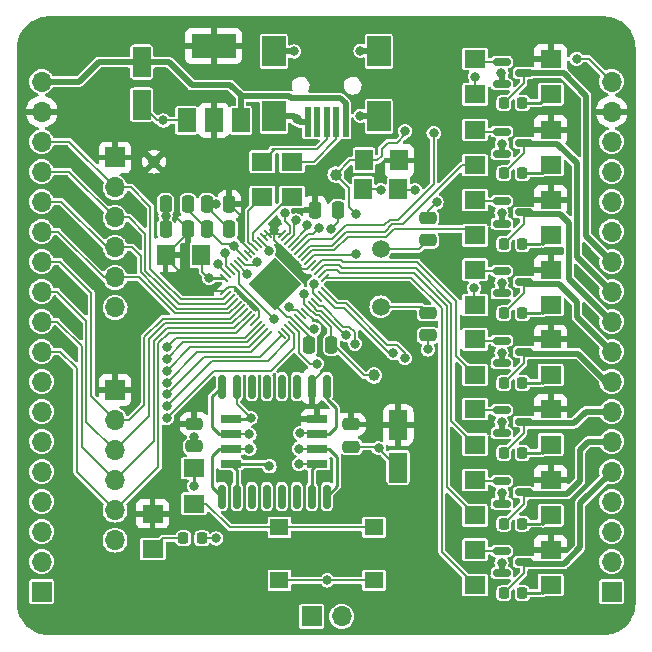
<source format=gbr>
%TF.GenerationSoftware,KiCad,Pcbnew,7.0.9*%
%TF.CreationDate,2024-03-24T12:36:58+01:00*%
%TF.ProjectId,PowerPiNano,506f7765-7250-4694-9e61-6e6f2e6b6963,rev?*%
%TF.SameCoordinates,Original*%
%TF.FileFunction,Copper,L1,Top*%
%TF.FilePolarity,Positive*%
%FSLAX46Y46*%
G04 Gerber Fmt 4.6, Leading zero omitted, Abs format (unit mm)*
G04 Created by KiCad (PCBNEW 7.0.9) date 2024-03-24 12:36:58*
%MOMM*%
%LPD*%
G01*
G04 APERTURE LIST*
G04 Aperture macros list*
%AMRoundRect*
0 Rectangle with rounded corners*
0 $1 Rounding radius*
0 $2 $3 $4 $5 $6 $7 $8 $9 X,Y pos of 4 corners*
0 Add a 4 corners polygon primitive as box body*
4,1,4,$2,$3,$4,$5,$6,$7,$8,$9,$2,$3,0*
0 Add four circle primitives for the rounded corners*
1,1,$1+$1,$2,$3*
1,1,$1+$1,$4,$5*
1,1,$1+$1,$6,$7*
1,1,$1+$1,$8,$9*
0 Add four rect primitives between the rounded corners*
20,1,$1+$1,$2,$3,$4,$5,0*
20,1,$1+$1,$4,$5,$6,$7,0*
20,1,$1+$1,$6,$7,$8,$9,0*
20,1,$1+$1,$8,$9,$2,$3,0*%
%AMRotRect*
0 Rectangle, with rotation*
0 The origin of the aperture is its center*
0 $1 length*
0 $2 width*
0 $3 Rotation angle, in degrees counterclockwise*
0 Add horizontal line*
21,1,$1,$2,0,0,$3*%
G04 Aperture macros list end*
%TA.AperFunction,SMDPad,CuDef*%
%ADD10RoundRect,0.250000X0.475000X-0.250000X0.475000X0.250000X-0.475000X0.250000X-0.475000X-0.250000X0*%
%TD*%
%TA.AperFunction,SMDPad,CuDef*%
%ADD11RoundRect,0.250000X-0.550000X1.050000X-0.550000X-1.050000X0.550000X-1.050000X0.550000X1.050000X0*%
%TD*%
%TA.AperFunction,SMDPad,CuDef*%
%ADD12RoundRect,0.150000X-0.587500X-0.150000X0.587500X-0.150000X0.587500X0.150000X-0.587500X0.150000X0*%
%TD*%
%TA.AperFunction,SMDPad,CuDef*%
%ADD13R,0.500000X2.500000*%
%TD*%
%TA.AperFunction,SMDPad,CuDef*%
%ADD14R,2.000000X2.500000*%
%TD*%
%TA.AperFunction,SMDPad,CuDef*%
%ADD15RoundRect,0.050000X-0.238649X-0.309359X0.309359X0.238649X0.238649X0.309359X-0.309359X-0.238649X0*%
%TD*%
%TA.AperFunction,SMDPad,CuDef*%
%ADD16RoundRect,0.050000X0.238649X-0.309359X0.309359X-0.238649X-0.238649X0.309359X-0.309359X0.238649X0*%
%TD*%
%TA.AperFunction,SMDPad,CuDef*%
%ADD17RotRect,3.200000X3.200000X45.000000*%
%TD*%
%TA.AperFunction,SMDPad,CuDef*%
%ADD18RoundRect,0.250000X0.250000X0.475000X-0.250000X0.475000X-0.250000X-0.475000X0.250000X-0.475000X0*%
%TD*%
%TA.AperFunction,SMDPad,CuDef*%
%ADD19C,1.000000*%
%TD*%
%TA.AperFunction,SMDPad,CuDef*%
%ADD20RoundRect,0.218750X-0.218750X-0.256250X0.218750X-0.256250X0.218750X0.256250X-0.218750X0.256250X0*%
%TD*%
%TA.AperFunction,SMDPad,CuDef*%
%ADD21R,1.800000X1.500000*%
%TD*%
%TA.AperFunction,SMDPad,CuDef*%
%ADD22R,1.700000X0.650000*%
%TD*%
%TA.AperFunction,SMDPad,CuDef*%
%ADD23RoundRect,0.250000X-0.475000X0.250000X-0.475000X-0.250000X0.475000X-0.250000X0.475000X0.250000X0*%
%TD*%
%TA.AperFunction,SMDPad,CuDef*%
%ADD24R,1.500000X1.800000*%
%TD*%
%TA.AperFunction,SMDPad,CuDef*%
%ADD25R,1.600000X1.400000*%
%TD*%
%TA.AperFunction,SMDPad,CuDef*%
%ADD26RoundRect,0.218750X0.218750X0.256250X-0.218750X0.256250X-0.218750X-0.256250X0.218750X-0.256250X0*%
%TD*%
%TA.AperFunction,ComponentPad*%
%ADD27R,1.700000X1.700000*%
%TD*%
%TA.AperFunction,ComponentPad*%
%ADD28O,1.700000X1.700000*%
%TD*%
%TA.AperFunction,ComponentPad*%
%ADD29C,1.500000*%
%TD*%
%TA.AperFunction,SMDPad,CuDef*%
%ADD30RoundRect,0.250000X-0.250000X-0.475000X0.250000X-0.475000X0.250000X0.475000X-0.250000X0.475000X0*%
%TD*%
%TA.AperFunction,SMDPad,CuDef*%
%ADD31RoundRect,0.150000X-0.150000X0.875000X-0.150000X-0.875000X0.150000X-0.875000X0.150000X0.875000X0*%
%TD*%
%TA.AperFunction,SMDPad,CuDef*%
%ADD32R,1.500000X2.000000*%
%TD*%
%TA.AperFunction,SMDPad,CuDef*%
%ADD33R,3.800000X2.000000*%
%TD*%
%TA.AperFunction,ViaPad*%
%ADD34C,0.800000*%
%TD*%
%TA.AperFunction,Conductor*%
%ADD35C,0.200000*%
%TD*%
%TA.AperFunction,Conductor*%
%ADD36C,0.500000*%
%TD*%
%TA.AperFunction,Conductor*%
%ADD37C,0.250000*%
%TD*%
G04 APERTURE END LIST*
D10*
%TO.P,C12,2*%
%TO.N,+3V3*%
X150625000Y-113850000D03*
%TO.P,C12,1*%
%TO.N,GND*%
X150625000Y-115750000D03*
%TD*%
D11*
%TO.P,C11,1*%
%TO.N,+3V3*%
X154600000Y-113900000D03*
%TO.P,C11,2*%
%TO.N,GND*%
X154600000Y-117500000D03*
%TD*%
D12*
%TO.P,Q4,1,B*%
%TO.N,Net-(Q4-B)*%
X163362500Y-106750000D03*
%TO.P,Q4,2,E*%
%TO.N,GND*%
X163362500Y-108650000D03*
%TO.P,Q4,3,C*%
%TO.N,OUT21*%
X165237500Y-107700000D03*
%TD*%
D13*
%TO.P,J2,1,VBUS*%
%TO.N,V_EXT*%
X150140000Y-88270000D03*
%TO.P,J2,2,D-*%
%TO.N,USB_D-*%
X149340000Y-88270000D03*
%TO.P,J2,3,D+*%
%TO.N,USB_D+*%
X148540000Y-88270000D03*
%TO.P,J2,4,ID*%
%TO.N,unconnected-(J2-ID-Pad4)*%
X147740000Y-88270000D03*
%TO.P,J2,5,GND*%
%TO.N,GND*%
X146940000Y-88270000D03*
D14*
%TO.P,J2,6,Shield*%
X152970000Y-87770000D03*
X152970000Y-82270000D03*
X144070000Y-87770000D03*
X144070000Y-82270000D03*
%TD*%
D15*
%TO.P,U1,1,IOVDD*%
%TO.N,+3V3*%
X139862214Y-102592202D03*
%TO.P,U1,2,GPIO0*%
%TO.N,GPIO0*%
X140145057Y-102875045D03*
%TO.P,U1,3,GPIO1*%
%TO.N,GPIO1*%
X140427899Y-103157887D03*
%TO.P,U1,4,GPIO2*%
%TO.N,GPIO2*%
X140710742Y-103440730D03*
%TO.P,U1,5,GPIO3*%
%TO.N,GPIO3*%
X140993585Y-103723573D03*
%TO.P,U1,6,GPIO4*%
%TO.N,GPIO4*%
X141276427Y-104006415D03*
%TO.P,U1,7,GPIO5*%
%TO.N,GPIO5*%
X141559270Y-104289258D03*
%TO.P,U1,8,GPIO6*%
%TO.N,GPIO6*%
X141842113Y-104572101D03*
%TO.P,U1,9,GPIO7*%
%TO.N,GPIO7*%
X142124956Y-104854944D03*
%TO.P,U1,10,IOVDD*%
%TO.N,+3V3*%
X142407798Y-105137786D03*
%TO.P,U1,11,GPIO8*%
%TO.N,GPIO8*%
X142690641Y-105420629D03*
%TO.P,U1,12,GPIO9*%
%TO.N,GPIO9*%
X142973484Y-105703472D03*
%TO.P,U1,13,GPIO10*%
%TO.N,GPIO10*%
X143256326Y-105986314D03*
%TO.P,U1,14,GPIO11*%
%TO.N,GPIO11*%
X143539169Y-106269157D03*
D16*
%TO.P,U1,15,GPIO12*%
%TO.N,GPIO12*%
X144723573Y-106269157D03*
%TO.P,U1,16,GPIO13*%
%TO.N,GPIO13*%
X145006416Y-105986314D03*
%TO.P,U1,17,GPIO14*%
%TO.N,GPIO14*%
X145289258Y-105703472D03*
%TO.P,U1,18,GPIO15*%
%TO.N,GPIO15*%
X145572101Y-105420629D03*
%TO.P,U1,19,TESTEN*%
%TO.N,GND*%
X145854944Y-105137786D03*
%TO.P,U1,20,XIN*%
%TO.N,Net-(U1-XIN)*%
X146137786Y-104854944D03*
%TO.P,U1,21,XOUT*%
%TO.N,Net-(U1-XOUT)*%
X146420629Y-104572101D03*
%TO.P,U1,22,IOVDD*%
%TO.N,+3V3*%
X146703472Y-104289258D03*
%TO.P,U1,23,DVDD*%
%TO.N,/+1V1*%
X146986315Y-104006415D03*
%TO.P,U1,24,SWCLK*%
%TO.N,/SWCLK*%
X147269157Y-103723573D03*
%TO.P,U1,25,SWD*%
%TO.N,/SWDIO*%
X147552000Y-103440730D03*
%TO.P,U1,26,RUN*%
%TO.N,RUN*%
X147834843Y-103157887D03*
%TO.P,U1,27,GPIO16*%
%TO.N,GPIO16*%
X148117685Y-102875045D03*
%TO.P,U1,28,GPIO17*%
%TO.N,GPIO17*%
X148400528Y-102592202D03*
D15*
%TO.P,U1,29,GPIO18*%
%TO.N,GPIO18*%
X148400528Y-101407798D03*
%TO.P,U1,30,GPIO19*%
%TO.N,GPIO19*%
X148117685Y-101124955D03*
%TO.P,U1,31,GPIO20*%
%TO.N,GPIO20*%
X147834843Y-100842113D03*
%TO.P,U1,32,GPIO21*%
%TO.N,GPIO21*%
X147552000Y-100559270D03*
%TO.P,U1,33,IOVDD*%
%TO.N,+3V3*%
X147269157Y-100276427D03*
%TO.P,U1,34,GPIO22*%
%TO.N,GPIO22*%
X146986315Y-99993585D03*
%TO.P,U1,35,GPIO23*%
%TO.N,GPIO23*%
X146703472Y-99710742D03*
%TO.P,U1,36,GPIO24*%
%TO.N,GPIO24*%
X146420629Y-99427899D03*
%TO.P,U1,37,GPIO25*%
%TO.N,GPIO25*%
X146137786Y-99145056D03*
%TO.P,U1,38,GPIO26_ADC0*%
%TO.N,GPIO26_ADC0*%
X145854944Y-98862214D03*
%TO.P,U1,39,GPIO27_ADC1*%
%TO.N,GPIO27_ADC1*%
X145572101Y-98579371D03*
%TO.P,U1,40,GPIO28_ADC2*%
%TO.N,GPIO28_ADC2*%
X145289258Y-98296528D03*
%TO.P,U1,41,GPIO29_ADC3*%
%TO.N,GPIO29_ADC3*%
X145006416Y-98013686D03*
%TO.P,U1,42,IOVDD*%
%TO.N,+3V3*%
X144723573Y-97730843D03*
D16*
%TO.P,U1,43,ADC_AVDD*%
X143539169Y-97730843D03*
%TO.P,U1,44,VREG_IN*%
X143256326Y-98013686D03*
%TO.P,U1,45,VREG_VOUT*%
%TO.N,/+1V1*%
X142973484Y-98296528D03*
%TO.P,U1,46,USB_DM*%
%TO.N,Net-(U1-USB_DM)*%
X142690641Y-98579371D03*
%TO.P,U1,47,USB_DP*%
%TO.N,Net-(U1-USB_DP)*%
X142407798Y-98862214D03*
%TO.P,U1,48,USB_VDD*%
%TO.N,+3V3*%
X142124956Y-99145056D03*
%TO.P,U1,49,IOVDD*%
X141842113Y-99427899D03*
%TO.P,U1,50,DVDD*%
%TO.N,/+1V1*%
X141559270Y-99710742D03*
%TO.P,U1,51,QSPI_SD3*%
%TO.N,QSPI_SD3*%
X141276427Y-99993585D03*
%TO.P,U1,52,QSPI_SCLK*%
%TO.N,QSPI_SCLK*%
X140993585Y-100276427D03*
%TO.P,U1,53,QSPI_SD0*%
%TO.N,QSPI_SD0*%
X140710742Y-100559270D03*
%TO.P,U1,54,QSPI_SD2*%
%TO.N,QSPI_SD2*%
X140427899Y-100842113D03*
%TO.P,U1,55,QSPI_SD1*%
%TO.N,QSPI_SD1*%
X140145057Y-101124955D03*
%TO.P,U1,56,QSPI_SS*%
%TO.N,QSPI_SS*%
X139862214Y-101407798D03*
D17*
%TO.P,U1,57,GND*%
%TO.N,GND*%
X144131371Y-102000000D03*
%TD*%
D12*
%TO.P,Q6,1,B*%
%TO.N,Net-(Q6-B)*%
X163362500Y-94950000D03*
%TO.P,Q6,2,E*%
%TO.N,GND*%
X163362500Y-96850000D03*
%TO.P,Q6,3,C*%
%TO.N,OUT23*%
X165237500Y-95900000D03*
%TD*%
D18*
%TO.P,C4,1*%
%TO.N,GND*%
X140300000Y-97300000D03*
%TO.P,C4,2*%
%TO.N,/+1V1*%
X138400000Y-97300000D03*
%TD*%
D19*
%TO.P,TP3,1,1*%
%TO.N,RUN*%
X149300000Y-92700000D03*
%TD*%
D20*
%TO.P,D1,1,K*%
%TO.N,OUT18*%
X163545629Y-128147500D03*
%TO.P,D1,2,A*%
%TO.N,Net-(D1-A)*%
X165120629Y-128147500D03*
%TD*%
D10*
%TO.P,C1,1*%
%TO.N,GND*%
X157109887Y-106312742D03*
%TO.P,C1,2*%
%TO.N,Net-(U1-XIN)*%
X157109887Y-104412742D03*
%TD*%
D21*
%TO.P,R12,1*%
%TO.N,Net-(D4-A)*%
X167500000Y-109647500D03*
%TO.P,R12,2*%
%TO.N,+3V3*%
X167500000Y-106647500D03*
%TD*%
D22*
%TO.P,U2,1,~{CS}*%
%TO.N,QSPI_SS*%
X140450000Y-113395000D03*
%TO.P,U2,2,MISO*%
%TO.N,QSPI_SD1*%
X140450000Y-114665000D03*
%TO.P,U2,3,~{WP}*%
%TO.N,QSPI_SD2*%
X140450000Y-115935000D03*
%TO.P,U2,4,GND*%
%TO.N,GND*%
X140450000Y-117205000D03*
%TO.P,U2,5,MOSI*%
%TO.N,QSPI_SD0*%
X147750000Y-117205000D03*
%TO.P,U2,6,SCK*%
%TO.N,QSPI_SCLK*%
X147750000Y-115935000D03*
%TO.P,U2,7,~{HOLD}*%
%TO.N,QSPI_SD3*%
X147750000Y-114665000D03*
%TO.P,U2,8,VCC*%
%TO.N,+3V3*%
X147750000Y-113395000D03*
%TD*%
D21*
%TO.P,R13,1*%
%TO.N,GPIO22*%
X161100000Y-103747500D03*
%TO.P,R13,2*%
%TO.N,Net-(Q5-B)*%
X161100000Y-100747500D03*
%TD*%
%TO.P,R15,1*%
%TO.N,Net-(D5-A)*%
X167500000Y-103747500D03*
%TO.P,R15,2*%
%TO.N,+3V3*%
X167500000Y-100747500D03*
%TD*%
%TO.P,R2,1*%
%TO.N,USB_D+*%
X143100000Y-91587258D03*
%TO.P,R2,2*%
%TO.N,Net-(U1-USB_DP)*%
X143100000Y-94587258D03*
%TD*%
%TO.P,R19,1*%
%TO.N,Net-(D7-A)*%
X167500000Y-91885000D03*
%TO.P,R19,2*%
%TO.N,+3V3*%
X167500000Y-88885000D03*
%TD*%
%TO.P,R23,1*%
%TO.N,+3V3*%
X133800000Y-121400000D03*
%TO.P,R23,2*%
%TO.N,Net-(D9-A)*%
X133800000Y-124400000D03*
%TD*%
%TO.P,R17,1*%
%TO.N,Net-(D6-A)*%
X167500000Y-97847500D03*
%TO.P,R17,2*%
%TO.N,+3V3*%
X167500000Y-94847500D03*
%TD*%
%TO.P,R20,1*%
%TO.N,GPIO25*%
X161100000Y-85900000D03*
%TO.P,R20,2*%
%TO.N,Net-(Q8-B)*%
X161100000Y-82900000D03*
%TD*%
D23*
%TO.P,C2,1*%
%TO.N,GND*%
X157109887Y-96362742D03*
%TO.P,C2,2*%
%TO.N,Net-(C2-Pad2)*%
X157109887Y-98262742D03*
%TD*%
D24*
%TO.P,R4,1*%
%TO.N,QSPI_SS*%
X137900000Y-99500000D03*
%TO.P,R4,2*%
%TO.N,+3V3*%
X134900000Y-99500000D03*
%TD*%
%TO.P,R1,1*%
%TO.N,Net-(C2-Pad2)*%
X154620629Y-93950000D03*
%TO.P,R1,2*%
%TO.N,Net-(U1-XOUT)*%
X151620629Y-93950000D03*
%TD*%
D23*
%TO.P,C7,1*%
%TO.N,+3V3*%
X137320629Y-113797500D03*
%TO.P,C7,2*%
%TO.N,GND*%
X137320629Y-115697500D03*
%TD*%
D25*
%TO.P,SW1,1,1*%
%TO.N,GND*%
X152540000Y-127050000D03*
X144540000Y-127050000D03*
%TO.P,SW1,2,2*%
%TO.N,Net-(R5-Pad1)*%
X152540000Y-122550000D03*
X144540000Y-122550000D03*
%TD*%
D26*
%TO.P,D9,1,K*%
%TO.N,GND*%
X137987500Y-123500000D03*
%TO.P,D9,2,A*%
%TO.N,Net-(D9-A)*%
X136412500Y-123500000D03*
%TD*%
D19*
%TO.P,TP2,1,1*%
%TO.N,+3V3*%
X133920629Y-91600000D03*
%TD*%
D21*
%TO.P,R7,1*%
%TO.N,GPIO19*%
X161100000Y-121547500D03*
%TO.P,R7,2*%
%TO.N,Net-(Q2-B)*%
X161100000Y-118547500D03*
%TD*%
D27*
%TO.P,J3,1,Pin_1*%
%TO.N,+3V3*%
X130624956Y-91245056D03*
D28*
%TO.P,J3,2,Pin_2*%
%TO.N,GPIO0*%
X130624956Y-93785056D03*
%TO.P,J3,3,Pin_3*%
%TO.N,GPIO1*%
X130624956Y-96325056D03*
%TO.P,J3,4,Pin_4*%
%TO.N,GPIO2*%
X130624956Y-98865056D03*
%TO.P,J3,5,Pin_5*%
%TO.N,GPIO3*%
X130624956Y-101405056D03*
%TO.P,J3,6,Pin_6*%
%TO.N,GND*%
X130624956Y-103945056D03*
%TD*%
D29*
%TO.P,Y1,1,1*%
%TO.N,Net-(C2-Pad2)*%
X153120629Y-99000000D03*
%TO.P,Y1,2,2*%
%TO.N,Net-(U1-XIN)*%
X153120629Y-103880000D03*
%TD*%
D20*
%TO.P,D2,1,K*%
%TO.N,OUT19*%
X163545629Y-122247500D03*
%TO.P,D2,2,A*%
%TO.N,Net-(D2-A)*%
X165120629Y-122247500D03*
%TD*%
D21*
%TO.P,R10,1*%
%TO.N,Net-(D3-A)*%
X167500000Y-115547500D03*
%TO.P,R10,2*%
%TO.N,+3V3*%
X167500000Y-112547500D03*
%TD*%
D12*
%TO.P,Q3,1,B*%
%TO.N,Net-(Q3-B)*%
X163362500Y-112650000D03*
%TO.P,Q3,2,E*%
%TO.N,GND*%
X163362500Y-114550000D03*
%TO.P,Q3,3,C*%
%TO.N,OUT20*%
X165237500Y-113600000D03*
%TD*%
%TO.P,Q7,1,B*%
%TO.N,Net-(Q7-B)*%
X163362500Y-89050000D03*
%TO.P,Q7,2,E*%
%TO.N,GND*%
X163362500Y-90950000D03*
%TO.P,Q7,3,C*%
%TO.N,OUT24*%
X165237500Y-90000000D03*
%TD*%
D30*
%TO.P,C3,1*%
%TO.N,GND*%
X147050000Y-107100000D03*
%TO.P,C3,2*%
%TO.N,/+1V1*%
X148950000Y-107100000D03*
%TD*%
D18*
%TO.P,C9,1*%
%TO.N,+3V3*%
X136800000Y-97300000D03*
%TO.P,C9,2*%
%TO.N,GND*%
X134900000Y-97300000D03*
%TD*%
D21*
%TO.P,R5,1*%
%TO.N,Net-(R5-Pad1)*%
X137320629Y-120547500D03*
%TO.P,R5,2*%
%TO.N,QSPI_SS*%
X137320629Y-117547500D03*
%TD*%
%TO.P,R9,1*%
%TO.N,GPIO20*%
X161100000Y-115547500D03*
%TO.P,R9,2*%
%TO.N,Net-(Q3-B)*%
X161100000Y-112547500D03*
%TD*%
%TO.P,R8,1*%
%TO.N,Net-(D2-A)*%
X167500000Y-121547500D03*
%TO.P,R8,2*%
%TO.N,+3V3*%
X167500000Y-118547500D03*
%TD*%
D24*
%TO.P,R22,1*%
%TO.N,RUN*%
X151700000Y-91500000D03*
%TO.P,R22,2*%
%TO.N,+3V3*%
X154700000Y-91500000D03*
%TD*%
D21*
%TO.P,R3,1*%
%TO.N,USB_D-*%
X145600000Y-91587258D03*
%TO.P,R3,2*%
%TO.N,Net-(U1-USB_DM)*%
X145600000Y-94587258D03*
%TD*%
%TO.P,R18,1*%
%TO.N,GPIO24*%
X161090000Y-91900000D03*
%TO.P,R18,2*%
%TO.N,Net-(Q7-B)*%
X161090000Y-88900000D03*
%TD*%
D20*
%TO.P,D6,1,K*%
%TO.N,OUT23*%
X163545629Y-98547500D03*
%TO.P,D6,2,A*%
%TO.N,Net-(D6-A)*%
X165120629Y-98547500D03*
%TD*%
D12*
%TO.P,Q1,1,B*%
%TO.N,Net-(Q1-B)*%
X163362500Y-124550000D03*
%TO.P,Q1,2,E*%
%TO.N,GND*%
X163362500Y-126450000D03*
%TO.P,Q1,3,C*%
%TO.N,OUT18*%
X165237500Y-125500000D03*
%TD*%
D21*
%TO.P,R14,1*%
%TO.N,Net-(D1-A)*%
X167500000Y-127447500D03*
%TO.P,R14,2*%
%TO.N,+3V3*%
X167500000Y-124447500D03*
%TD*%
D12*
%TO.P,Q5,1,B*%
%TO.N,Net-(Q5-B)*%
X163362500Y-100850000D03*
%TO.P,Q5,2,E*%
%TO.N,GND*%
X163362500Y-102750000D03*
%TO.P,Q5,3,C*%
%TO.N,OUT22*%
X165237500Y-101800000D03*
%TD*%
D21*
%TO.P,R6,1*%
%TO.N,GPIO18*%
X161100000Y-127447500D03*
%TO.P,R6,2*%
%TO.N,Net-(Q1-B)*%
X161100000Y-124447500D03*
%TD*%
%TO.P,R16,1*%
%TO.N,GPIO23*%
X161100000Y-97847500D03*
%TO.P,R16,2*%
%TO.N,Net-(Q6-B)*%
X161100000Y-94847500D03*
%TD*%
D20*
%TO.P,D8,1,K*%
%TO.N,OUT25*%
X163545629Y-86647500D03*
%TO.P,D8,2,A*%
%TO.N,Net-(D8-A)*%
X165120629Y-86647500D03*
%TD*%
D30*
%TO.P,C8,1*%
%TO.N,+3V3*%
X147570629Y-95700000D03*
%TO.P,C8,2*%
%TO.N,GND*%
X149470629Y-95700000D03*
%TD*%
D19*
%TO.P,TP1,1,1*%
%TO.N,/+1V1*%
X152540629Y-109700000D03*
%TD*%
D21*
%TO.P,R11,1*%
%TO.N,GPIO21*%
X161100000Y-109647500D03*
%TO.P,R11,2*%
%TO.N,Net-(Q4-B)*%
X161100000Y-106647500D03*
%TD*%
D31*
%TO.P,U4,1,~{HOLD}/SIO3*%
%TO.N,QSPI_SD3*%
X148545000Y-110650000D03*
%TO.P,U4,2,VCC*%
%TO.N,+3V3*%
X147275000Y-110650000D03*
%TO.P,U4,3,NC*%
%TO.N,unconnected-(U4-NC-Pad3)*%
X146005000Y-110650000D03*
%TO.P,U4,4,PO2*%
%TO.N,unconnected-(U4-PO2-Pad4)*%
X144735000Y-110650000D03*
%TO.P,U4,5,PO1*%
%TO.N,unconnected-(U4-PO1-Pad5)*%
X143465000Y-110650000D03*
%TO.P,U4,6,PO0*%
%TO.N,unconnected-(U4-PO0-Pad6)*%
X142195000Y-110650000D03*
%TO.P,U4,7,~{CS}*%
%TO.N,QSPI_SS*%
X140925000Y-110650000D03*
%TO.P,U4,8,SO/SIO1*%
%TO.N,QSPI_SD1*%
X139655000Y-110650000D03*
%TO.P,U4,9,~{WP}/SIO2*%
%TO.N,QSPI_SD2*%
X139655000Y-119950000D03*
%TO.P,U4,10,GND*%
%TO.N,GND*%
X140925000Y-119950000D03*
%TO.P,U4,11,PO3*%
%TO.N,unconnected-(U4-PO3-Pad11)*%
X142195000Y-119950000D03*
%TO.P,U4,12,PO4*%
%TO.N,unconnected-(U4-PO4-Pad12)*%
X143465000Y-119950000D03*
%TO.P,U4,13,PO5*%
%TO.N,unconnected-(U4-PO5-Pad13)*%
X144735000Y-119950000D03*
%TO.P,U4,14,PO6*%
%TO.N,unconnected-(U4-PO6-Pad14)*%
X146005000Y-119950000D03*
%TO.P,U4,15,SI/SIO0*%
%TO.N,QSPI_SD0*%
X147275000Y-119950000D03*
%TO.P,U4,16,SCLK*%
%TO.N,QSPI_SCLK*%
X148545000Y-119950000D03*
%TD*%
D20*
%TO.P,D4,1,K*%
%TO.N,OUT21*%
X163545629Y-110347500D03*
%TO.P,D4,2,A*%
%TO.N,Net-(D4-A)*%
X165120629Y-110347500D03*
%TD*%
D30*
%TO.P,C6,1*%
%TO.N,GND*%
X138400000Y-95200000D03*
%TO.P,C6,2*%
%TO.N,+3V3*%
X140300000Y-95200000D03*
%TD*%
D20*
%TO.P,D7,1,K*%
%TO.N,OUT24*%
X163545629Y-92585000D03*
%TO.P,D7,2,A*%
%TO.N,Net-(D7-A)*%
X165120629Y-92585000D03*
%TD*%
%TO.P,D3,1,K*%
%TO.N,OUT20*%
X163545629Y-116247500D03*
%TO.P,D3,2,A*%
%TO.N,Net-(D3-A)*%
X165120629Y-116247500D03*
%TD*%
D21*
%TO.P,R21,1*%
%TO.N,Net-(D8-A)*%
X167500000Y-85900000D03*
%TO.P,R21,2*%
%TO.N,+3V3*%
X167500000Y-82900000D03*
%TD*%
D32*
%TO.P,U3,1,GND*%
%TO.N,GND*%
X136681371Y-88110000D03*
%TO.P,U3,2,VO*%
%TO.N,+3V3*%
X138981371Y-88110000D03*
D33*
X138981371Y-81810000D03*
D32*
%TO.P,U3,3,VI*%
%TO.N,V_EXT*%
X141281371Y-88110000D03*
%TD*%
D30*
%TO.P,C5,1*%
%TO.N,GND*%
X134900000Y-95200000D03*
%TO.P,C5,2*%
%TO.N,/+1V1*%
X136800000Y-95200000D03*
%TD*%
D12*
%TO.P,Q2,1,B*%
%TO.N,Net-(Q2-B)*%
X163362500Y-118650000D03*
%TO.P,Q2,2,E*%
%TO.N,GND*%
X163362500Y-120550000D03*
%TO.P,Q2,3,C*%
%TO.N,OUT19*%
X165237500Y-119600000D03*
%TD*%
D27*
%TO.P,J6,1,Pin_1*%
%TO.N,+3V3*%
X130620629Y-110947500D03*
D28*
%TO.P,J6,2,Pin_2*%
%TO.N,GPIO4*%
X130620629Y-113487500D03*
%TO.P,J6,3,Pin_3*%
%TO.N,GPIO5*%
X130620629Y-116027500D03*
%TO.P,J6,4,Pin_4*%
%TO.N,GPIO6*%
X130620629Y-118567500D03*
%TO.P,J6,5,Pin_5*%
%TO.N,GPIO7*%
X130620629Y-121107500D03*
%TO.P,J6,6,Pin_6*%
%TO.N,GND*%
X130620629Y-123647500D03*
%TD*%
D20*
%TO.P,D5,1,K*%
%TO.N,OUT22*%
X163545629Y-104447500D03*
%TO.P,D5,2,A*%
%TO.N,Net-(D5-A)*%
X165120629Y-104447500D03*
%TD*%
D12*
%TO.P,Q8,1,B*%
%TO.N,Net-(Q8-B)*%
X163362500Y-83150000D03*
%TO.P,Q8,2,E*%
%TO.N,GND*%
X163362500Y-85050000D03*
%TO.P,Q8,3,C*%
%TO.N,OUT25*%
X165237500Y-84100000D03*
%TD*%
D27*
%TO.P,J1,1,Pin_1*%
%TO.N,/SWDIO*%
X147276371Y-130100000D03*
D28*
%TO.P,J1,2,Pin_2*%
%TO.N,/SWCLK*%
X149816371Y-130100000D03*
%TD*%
D11*
%TO.P,C10,1*%
%TO.N,V_EXT*%
X132875000Y-83175000D03*
%TO.P,C10,2*%
%TO.N,GND*%
X132875000Y-86775000D03*
%TD*%
D27*
%TO.P,J4,1,Pin_1*%
%TO.N,GND*%
X172671371Y-128000000D03*
D28*
%TO.P,J4,2,Pin_2*%
%TO.N,GPIO15*%
X172671371Y-125460000D03*
%TO.P,J4,3,Pin_3*%
%TO.N,GPIO16*%
X172671371Y-122920000D03*
%TO.P,J4,4,Pin_4*%
%TO.N,GPIO17*%
X172671371Y-120380000D03*
%TO.P,J4,5,Pin_5*%
%TO.N,OUT18*%
X172671371Y-117840000D03*
%TO.P,J4,6,Pin_6*%
%TO.N,OUT19*%
X172671371Y-115300000D03*
%TO.P,J4,7,Pin_7*%
%TO.N,OUT20*%
X172671371Y-112760000D03*
%TO.P,J4,8,Pin_8*%
%TO.N,OUT21*%
X172671371Y-110220000D03*
%TO.P,J4,9,Pin_9*%
%TO.N,OUT22*%
X172671371Y-107680000D03*
%TO.P,J4,10,Pin_10*%
%TO.N,OUT23*%
X172671371Y-105140000D03*
%TO.P,J4,11,Pin_11*%
%TO.N,OUT24*%
X172671371Y-102600000D03*
%TO.P,J4,12,Pin_12*%
%TO.N,OUT25*%
X172671371Y-100060000D03*
%TO.P,J4,13,Pin_13*%
%TO.N,GPIO26_ADC0*%
X172671371Y-97520000D03*
%TO.P,J4,14,Pin_14*%
%TO.N,GPIO27_ADC1*%
X172671371Y-94980000D03*
%TO.P,J4,15,Pin_15*%
%TO.N,GPIO28_ADC2*%
X172671371Y-92440000D03*
%TO.P,J4,16,Pin_16*%
%TO.N,GPIO29_ADC3*%
X172671371Y-89900000D03*
%TO.P,J4,17,Pin_17*%
%TO.N,+3V3*%
X172671371Y-87360000D03*
%TO.P,J4,18,Pin_18*%
%TO.N,RUN*%
X172671371Y-84820000D03*
%TD*%
D27*
%TO.P,J5,1,Pin_1*%
%TO.N,GND*%
X124411371Y-128000000D03*
D28*
%TO.P,J5,2,Pin_2*%
%TO.N,GPIO14*%
X124411371Y-125460000D03*
%TO.P,J5,3,Pin_3*%
%TO.N,GPIO13*%
X124411371Y-122920000D03*
%TO.P,J5,4,Pin_4*%
%TO.N,GPIO12*%
X124411371Y-120380000D03*
%TO.P,J5,5,Pin_5*%
%TO.N,GPIO11*%
X124411371Y-117840000D03*
%TO.P,J5,6,Pin_6*%
%TO.N,GPIO10*%
X124411371Y-115300000D03*
%TO.P,J5,7,Pin_7*%
%TO.N,GPIO9*%
X124411371Y-112760000D03*
%TO.P,J5,8,Pin_8*%
%TO.N,GPIO8*%
X124411371Y-110220000D03*
%TO.P,J5,9,Pin_9*%
%TO.N,GPIO7*%
X124411371Y-107680000D03*
%TO.P,J5,10,Pin_10*%
%TO.N,GPIO6*%
X124411371Y-105140000D03*
%TO.P,J5,11,Pin_11*%
%TO.N,GPIO5*%
X124411371Y-102600000D03*
%TO.P,J5,12,Pin_12*%
%TO.N,GPIO4*%
X124411371Y-100060000D03*
%TO.P,J5,13,Pin_13*%
%TO.N,GPIO3*%
X124411371Y-97520000D03*
%TO.P,J5,14,Pin_14*%
%TO.N,GPIO2*%
X124411371Y-94980000D03*
%TO.P,J5,15,Pin_15*%
%TO.N,GPIO1*%
X124411371Y-92440000D03*
%TO.P,J5,16,Pin_16*%
%TO.N,GPIO0*%
X124411371Y-89900000D03*
%TO.P,J5,17,Pin_17*%
%TO.N,+3V3*%
X124411371Y-87360000D03*
%TO.P,J5,18,Pin_18*%
%TO.N,V_EXT*%
X124411371Y-84820000D03*
%TD*%
D34*
%TO.N,GND*%
X139200500Y-95194709D03*
X144731371Y-101400000D03*
X163347500Y-101866871D03*
X144731371Y-102600000D03*
X163337500Y-84100000D03*
X143531371Y-101400000D03*
X137300000Y-114897000D03*
X148889692Y-97289692D03*
X134900000Y-96200000D03*
X157100000Y-107500000D03*
X163385000Y-90066871D03*
X144131371Y-103200000D03*
X142920629Y-102000000D03*
X163347500Y-113666871D03*
X134700000Y-88110000D03*
X148600000Y-127050000D03*
X146000000Y-88000000D03*
X163347500Y-125566871D03*
X139200000Y-123500000D03*
X157844622Y-95044622D03*
X151400000Y-87700000D03*
X163362500Y-119664500D03*
X145331371Y-102000000D03*
X144220629Y-100700000D03*
X143700000Y-117400000D03*
X143531371Y-102600000D03*
X163347500Y-95966871D03*
X152935686Y-115864314D03*
X145770000Y-82270000D03*
X144131371Y-102000000D03*
X151400000Y-82200000D03*
X163347500Y-107766871D03*
%TO.N,Net-(U1-XIN)*%
X147492878Y-105779180D03*
%TO.N,/+1V1*%
X146600000Y-102800000D03*
X140701356Y-98700000D03*
X143670845Y-99129157D03*
%TO.N,+3V3*%
X144100000Y-97400000D03*
X141500000Y-93100000D03*
%TO.N,/SWDIO*%
X150927384Y-107006755D03*
%TO.N,/SWCLK*%
X150178982Y-106257647D03*
%TO.N,Net-(U1-XOUT)*%
X145315589Y-103926346D03*
X153120629Y-94000000D03*
%TO.N,QSPI_SS*%
X138599500Y-101444622D03*
X142100000Y-113300000D03*
X137320629Y-119047500D03*
%TO.N,GPIO8*%
X134999500Y-107300000D03*
%TO.N,GPIO9*%
X135000214Y-108299502D03*
%TO.N,GPIO10*%
X134999947Y-109299004D03*
%TO.N,GPIO11*%
X135000013Y-110298506D03*
%TO.N,GPIO12*%
X134999997Y-111298008D03*
%TO.N,GPIO13*%
X135000001Y-112297510D03*
%TO.N,GPIO14*%
X135000000Y-113297012D03*
%TO.N,GPIO15*%
X147699500Y-108700000D03*
%TO.N,GPIO16*%
X154177407Y-107822593D03*
%TO.N,GPIO17*%
X155167005Y-108246505D03*
%TO.N,GPIO22*%
X161000000Y-102300000D03*
X151000000Y-99400000D03*
%TO.N,GPIO25*%
X161100000Y-84400000D03*
X157600000Y-89200500D03*
%TO.N,GPIO26_ADC0*%
X147894268Y-97199481D03*
%TO.N,GPIO27_ADC1*%
X146900000Y-97000000D03*
%TO.N,GPIO28_ADC2*%
X145955057Y-96580724D03*
%TO.N,GPIO29_ADC3*%
X144973558Y-95984314D03*
%TO.N,QSPI_SD3*%
X142628595Y-100107453D03*
X146300000Y-114600000D03*
%TO.N,QSPI_SCLK*%
X146200000Y-115900000D03*
X141787738Y-101071810D03*
%TO.N,QSPI_SD0*%
X144120129Y-104900000D03*
X146200000Y-117200000D03*
%TO.N,QSPI_SD2*%
X142000000Y-115900000D03*
X139899123Y-99310037D03*
%TO.N,QSPI_SD1*%
X139350903Y-100227068D03*
X142000000Y-114700000D03*
%TO.N,Net-(C2-Pad2)*%
X156000000Y-94000000D03*
%TO.N,RUN*%
X169700000Y-82900000D03*
X147484912Y-101950829D03*
X155200000Y-89000000D03*
X151059961Y-96059962D03*
%TD*%
D35*
%TO.N,GND*%
X157109887Y-107490113D02*
X157109887Y-106312742D01*
D36*
X151400000Y-82200000D02*
X151470000Y-82270000D01*
D37*
X163362500Y-84125000D02*
X163337500Y-84100000D01*
D35*
X145189456Y-104760290D02*
X145174873Y-104774873D01*
X149470629Y-96708755D02*
X148889692Y-97289692D01*
D37*
X163362500Y-101881871D02*
X163347500Y-101866871D01*
D36*
X163362500Y-85050000D02*
X163362500Y-84125000D01*
D35*
X144541371Y-127050000D02*
X152541371Y-127050000D01*
X134900000Y-97300000D02*
X134900000Y-95200000D01*
D37*
X140925000Y-119950000D02*
X140925000Y-117680000D01*
D35*
X138400000Y-95400000D02*
X138400000Y-95200000D01*
X152821371Y-115750000D02*
X154581371Y-117510000D01*
X137320629Y-114917629D02*
X137320629Y-115697500D01*
D36*
X145770000Y-87770000D02*
X146000000Y-88000000D01*
D35*
X137300000Y-114897000D02*
X137320629Y-114917629D01*
D37*
X163362500Y-113681871D02*
X163347500Y-113666871D01*
D35*
X149470629Y-95700000D02*
X149470629Y-96708755D01*
X146558579Y-105841421D02*
X145854944Y-105137786D01*
D36*
X163362500Y-120550000D02*
X163362500Y-119664500D01*
D35*
X150620629Y-115750000D02*
X152821371Y-115750000D01*
D36*
X151470000Y-87770000D02*
X152970000Y-87770000D01*
D35*
X134210000Y-88110000D02*
X136681371Y-88110000D01*
D37*
X163347500Y-125566871D02*
X163362500Y-125581871D01*
D35*
X145477450Y-104760290D02*
X145189456Y-104760290D01*
X144131371Y-103731371D02*
X144131371Y-103200000D01*
D36*
X144070000Y-87770000D02*
X145770000Y-87770000D01*
X146270000Y-88270000D02*
X146000000Y-88000000D01*
X145770000Y-82270000D02*
X144070000Y-82270000D01*
D35*
X157100000Y-107500000D02*
X157109887Y-107490113D01*
D36*
X163362500Y-90950000D02*
X163362500Y-90089371D01*
D35*
X157109887Y-96362742D02*
X157109887Y-95779357D01*
D37*
X163362500Y-90089371D02*
X163385000Y-90066871D01*
D35*
X132861371Y-86761371D02*
X134210000Y-88110000D01*
X147050000Y-106332842D02*
X146558579Y-105841421D01*
D36*
X163362500Y-102750000D02*
X163362500Y-101881871D01*
X151470000Y-82270000D02*
X152970000Y-82270000D01*
X163362500Y-114550000D02*
X163362500Y-113681871D01*
D35*
X139200500Y-95194709D02*
X138405291Y-95194709D01*
D37*
X140925000Y-117680000D02*
X140450000Y-117205000D01*
D35*
X137987500Y-123500000D02*
X139200000Y-123500000D01*
X157109887Y-95779357D02*
X157844622Y-95044622D01*
D36*
X151400000Y-87700000D02*
X151470000Y-87770000D01*
D35*
X140300000Y-97300000D02*
X138400000Y-95400000D01*
D36*
X146940000Y-88270000D02*
X146270000Y-88270000D01*
D35*
X138405291Y-95194709D02*
X138400000Y-95200000D01*
X145854944Y-105137786D02*
X145477450Y-104760290D01*
X147050000Y-107100000D02*
X147050000Y-106332842D01*
X140643017Y-96956983D02*
X140300000Y-97300000D01*
D36*
X163362500Y-126450000D02*
X163362500Y-125581871D01*
D37*
X140450000Y-117205000D02*
X143505000Y-117205000D01*
D35*
X145174873Y-104774873D02*
X144131371Y-103731371D01*
D36*
X163362500Y-108650000D02*
X163362500Y-107781871D01*
X163362500Y-96850000D02*
X163362500Y-95981871D01*
D37*
X163362500Y-95981871D02*
X163347500Y-95966871D01*
X163362500Y-107781871D02*
X163347500Y-107766871D01*
D35*
X132861371Y-86760000D02*
X132861371Y-86761371D01*
D37*
X143505000Y-117205000D02*
X143700000Y-117400000D01*
D35*
%TO.N,Net-(U1-XIN)*%
X156577145Y-103880000D02*
X157109887Y-104412742D01*
X147492878Y-105779180D02*
X147062022Y-105779180D01*
X153120629Y-103880000D02*
X156577145Y-103880000D01*
X147062022Y-105779180D02*
X146137786Y-104854944D01*
%TO.N,/+1V1*%
X147598124Y-104618226D02*
X147886854Y-104618226D01*
X138400000Y-97300000D02*
X136800000Y-95700000D01*
X146600000Y-102800000D02*
X146600000Y-103620100D01*
X139710537Y-98610537D02*
X138400000Y-97300000D01*
X140701356Y-98700000D02*
X140611893Y-98610537D01*
X147886854Y-104618226D02*
X148870629Y-105602001D01*
X140611893Y-98610537D02*
X139710537Y-98610537D01*
X143670845Y-99129157D02*
X143670845Y-98993889D01*
X140701356Y-98852828D02*
X141559270Y-99710742D01*
X148870629Y-105602001D02*
X148870629Y-106900000D01*
X148870629Y-106900000D02*
X151670629Y-109700000D01*
X146986315Y-104006415D02*
X147598124Y-104618226D01*
X151670629Y-109700000D02*
X152540629Y-109700000D01*
X143670845Y-98993889D02*
X142973484Y-98296528D01*
X146600000Y-103620100D02*
X146986315Y-104006415D01*
X140701356Y-98700000D02*
X140701356Y-98852828D01*
X136800000Y-95700000D02*
X136800000Y-95200000D01*
%TO.N,+3V3*%
X147700000Y-95829371D02*
X147570629Y-95700000D01*
X140239708Y-102214706D02*
X139862214Y-102592202D01*
D37*
X167287500Y-124447500D02*
X167500000Y-124447500D01*
D35*
X146484600Y-100653921D02*
X146891663Y-100653921D01*
X146891663Y-100653921D02*
X147269157Y-100276427D01*
X135000000Y-99800000D02*
X137792202Y-102592202D01*
X142407798Y-105137786D02*
X142800000Y-104745582D01*
X148150000Y-106390256D02*
X148150000Y-108160550D01*
D37*
X167275000Y-106647500D02*
X167487500Y-106647500D01*
D35*
X148150000Y-108160550D02*
X148399500Y-108410050D01*
D37*
X167108129Y-82947500D02*
X167320629Y-82947500D01*
D35*
X144100000Y-97400000D02*
X144100000Y-98269321D01*
X141985006Y-99285006D02*
X141842113Y-99427899D01*
X143435006Y-97835006D02*
X143539169Y-97730843D01*
X142124956Y-99145056D02*
X141500000Y-98520100D01*
X143256326Y-98013686D02*
X143435006Y-97835006D01*
X147432438Y-105018225D02*
X147721168Y-105018226D01*
X135900000Y-93579371D02*
X133920629Y-91600000D01*
X135000000Y-99400000D02*
X135000000Y-99800000D01*
X141500000Y-96400000D02*
X140300000Y-95200000D01*
X148470629Y-105767687D02*
X148470629Y-106069627D01*
X136800000Y-97600000D02*
X135000000Y-99400000D01*
X140814706Y-102214706D02*
X140239708Y-102214706D01*
X144100000Y-97400000D02*
X144100000Y-97730843D01*
X142800000Y-104745582D02*
X142800000Y-104200000D01*
X136800000Y-97300000D02*
X136800000Y-97600000D01*
X135900000Y-96400000D02*
X135900000Y-93579371D01*
X148399500Y-108410050D02*
X148399500Y-109129948D01*
D37*
X167275000Y-88885000D02*
X167487500Y-88885000D01*
D35*
X142800000Y-104200000D02*
X140814706Y-102214706D01*
D37*
X167275000Y-94847500D02*
X167487500Y-94847500D01*
D35*
X144100000Y-97730843D02*
X143539169Y-97730843D01*
D37*
X167275000Y-100747500D02*
X167487500Y-100747500D01*
D35*
X147275000Y-110254448D02*
X147275000Y-110650000D01*
X144100000Y-98269321D02*
X146484600Y-100653921D01*
D36*
X167500000Y-100747500D02*
X167500000Y-101197500D01*
D35*
X136800000Y-97300000D02*
X135900000Y-96400000D01*
X137792202Y-102592202D02*
X139862214Y-102592202D01*
X147721168Y-105018226D02*
X148470629Y-105767687D01*
X144723573Y-97730843D02*
X144100000Y-97730843D01*
X142124956Y-99145056D02*
X141985006Y-99285006D01*
X148470629Y-106069627D02*
X148150000Y-106390256D01*
D37*
X167275000Y-124485000D02*
X167487500Y-124485000D01*
D35*
X148399500Y-109129948D02*
X147275000Y-110254448D01*
X141500000Y-98520100D02*
X141500000Y-96400000D01*
X146703472Y-104289258D02*
X147432438Y-105018225D01*
%TO.N,/SWDIO*%
X147552000Y-103440730D02*
X147929494Y-103818226D01*
X147929494Y-103818226D02*
X148218226Y-103818226D01*
X148218226Y-103818226D02*
X149957647Y-105557647D01*
X150927384Y-106016099D02*
X150927384Y-107006755D01*
X149957647Y-105557647D02*
X150468932Y-105557647D01*
X150468932Y-105557647D02*
X150927384Y-106016099D01*
%TO.N,/SWCLK*%
X150091961Y-106257647D02*
X148052540Y-104218226D01*
X147763809Y-104218226D02*
X147269157Y-103723573D01*
X148052540Y-104218226D02*
X147763809Y-104218226D01*
X150178982Y-106257647D02*
X150091961Y-106257647D01*
%TO.N,Net-(U1-XOUT)*%
X153070629Y-93950000D02*
X153120629Y-94000000D01*
X146015589Y-104167061D02*
X146420629Y-104572101D01*
X151620629Y-93950000D02*
X153070629Y-93950000D01*
X145556304Y-104167061D02*
X146015589Y-104167061D01*
X145315589Y-103926346D02*
X145556304Y-104167061D01*
%TO.N,USB_D+*%
X148561371Y-89710000D02*
X147734113Y-90537258D01*
X144150000Y-90537258D02*
X143100000Y-91587258D01*
X148561371Y-88260000D02*
X148561371Y-89710000D01*
X147734113Y-90537258D02*
X143931371Y-90537258D01*
%TO.N,Net-(U1-USB_DP)*%
X141913145Y-95774113D02*
X141913146Y-98367563D01*
X143100000Y-94587258D02*
X141913145Y-95774113D01*
X141913146Y-98367563D02*
X142407798Y-98862214D01*
%TO.N,USB_D-*%
X147484113Y-91587258D02*
X149361371Y-89710000D01*
X145120000Y-91107258D02*
X145600000Y-91587258D01*
X145381371Y-91587258D02*
X147484113Y-91587258D01*
X149361371Y-89710000D02*
X149361371Y-88260000D01*
%TO.N,Net-(U1-USB_DM)*%
X145381371Y-94587258D02*
X142313145Y-97655484D01*
X142313145Y-98201877D02*
X142690641Y-98579371D01*
X142313145Y-97655484D02*
X142313145Y-98201877D01*
D37*
%TO.N,QSPI_SS*%
X138618646Y-101425476D02*
X139844536Y-101425476D01*
D35*
X138507798Y-101407798D02*
X138000000Y-100900000D01*
X140925000Y-110650000D02*
X140925000Y-112125000D01*
D37*
X142005000Y-113395000D02*
X142100000Y-113300000D01*
X138599500Y-101444622D02*
X138618646Y-101425476D01*
X137320629Y-117547500D02*
X137320629Y-119047500D01*
D35*
X138000000Y-100900000D02*
X138000000Y-99800000D01*
X140925000Y-112125000D02*
X142100000Y-113300000D01*
X139862214Y-101407798D02*
X138507798Y-101407798D01*
D37*
X140450000Y-113395000D02*
X142005000Y-113395000D01*
D35*
%TO.N,GPIO0*%
X139767563Y-103252541D02*
X136199599Y-103252541D01*
X134718628Y-101768627D02*
X133600000Y-100649999D01*
X126739900Y-89900000D02*
X124411371Y-89900000D01*
X131985056Y-93785056D02*
X130624956Y-93785056D01*
X133600000Y-95400000D02*
X131985056Y-93785056D01*
X133600000Y-100649999D02*
X133600000Y-95400000D01*
X130624956Y-93785056D02*
X126739900Y-89900000D01*
X134718628Y-101771570D02*
X134718628Y-101768627D01*
X140145057Y-102875045D02*
X139767563Y-103252541D01*
X136199599Y-103252541D02*
X134718628Y-101771570D01*
%TO.N,Net-(Q1-B)*%
X161202500Y-124550000D02*
X161100000Y-124447500D01*
X163362500Y-124550000D02*
X161202500Y-124550000D01*
X161333129Y-124447500D02*
X161100000Y-124447500D01*
%TO.N,GPIO2*%
X126080000Y-94980000D02*
X129965056Y-98865056D01*
X132800000Y-100981371D02*
X132800000Y-99600000D01*
X132065056Y-98865056D02*
X130624956Y-98865056D01*
X133918628Y-102099999D02*
X132800000Y-100981371D01*
X140710742Y-103440730D02*
X140098934Y-104052540D01*
X124411371Y-94980000D02*
X126080000Y-94980000D01*
X135868226Y-104052540D02*
X133918628Y-102102942D01*
X133918628Y-102102942D02*
X133918628Y-102099999D01*
X129965056Y-98865056D02*
X130624956Y-98865056D01*
X132800000Y-99600000D02*
X132065056Y-98865056D01*
X140098934Y-104052540D02*
X135868226Y-104052540D01*
%TO.N,GPIO3*%
X124411371Y-97520000D02*
X125820000Y-97520000D01*
X140264619Y-104452540D02*
X135702540Y-104452540D01*
X135702540Y-104452540D02*
X132655056Y-101405056D01*
X132655056Y-101405056D02*
X130624956Y-101405056D01*
X125820000Y-97520000D02*
X129705056Y-101405056D01*
X129705056Y-101405056D02*
X130624956Y-101405056D01*
X140993585Y-103723573D02*
X140264619Y-104452540D01*
%TO.N,GPIO4*%
X132300000Y-112982842D02*
X132300000Y-112991421D01*
X128600000Y-102700000D02*
X125960000Y-100060000D01*
X130620629Y-113487500D02*
X128600000Y-111466871D01*
X131803921Y-113487500D02*
X130620629Y-113487500D01*
X141276427Y-104006415D02*
X140382842Y-104900000D01*
X128600000Y-111466871D02*
X128600000Y-102700000D01*
X133100000Y-112182842D02*
X132300000Y-112982842D01*
X132300000Y-112991421D02*
X131803921Y-113487500D01*
X134668628Y-104900000D02*
X133100000Y-106468630D01*
X125960000Y-100060000D02*
X124411371Y-100060000D01*
X133100000Y-106468630D02*
X133100000Y-112182842D01*
X140382842Y-104900000D02*
X134668628Y-104900000D01*
%TO.N,GPIO5*%
X128200000Y-113606871D02*
X128200000Y-105100000D01*
X140548527Y-105300000D02*
X134834314Y-105300000D01*
X133500000Y-113148129D02*
X130620629Y-116027500D01*
X125700000Y-102600000D02*
X124411371Y-102600000D01*
X141559270Y-104289258D02*
X140548527Y-105300000D01*
X133500000Y-106634315D02*
X133500000Y-113148129D01*
X134834314Y-105300000D02*
X133500000Y-106634315D01*
X130620629Y-116027500D02*
X128200000Y-113606871D01*
X128200000Y-105100000D02*
X125700000Y-102600000D01*
%TO.N,GPIO6*%
X140714212Y-105700000D02*
X135000000Y-105700000D01*
X135000000Y-105700000D02*
X133900000Y-106800000D01*
X141842113Y-104572101D02*
X140714212Y-105700000D01*
X133900000Y-106800000D02*
X133900000Y-115288129D01*
X133900000Y-115288129D02*
X130620629Y-118567500D01*
X127800000Y-115746871D02*
X127800000Y-107200000D01*
X130620629Y-118567500D02*
X127800000Y-115746871D01*
X127800000Y-107200000D02*
X125740000Y-105140000D01*
X125740000Y-105140000D02*
X124411371Y-105140000D01*
%TO.N,GPIO7*%
X127400000Y-109100000D02*
X125980000Y-107680000D01*
X134300000Y-117428129D02*
X130620629Y-121107500D01*
X142124956Y-104854944D02*
X140879900Y-106100000D01*
X140879900Y-106100000D02*
X135165686Y-106100000D01*
X135165686Y-106100000D02*
X134300000Y-106965686D01*
X125980000Y-107680000D02*
X124411371Y-107680000D01*
X130620629Y-121107500D02*
X127400000Y-117886871D01*
X134300000Y-106965686D02*
X134300000Y-117428129D01*
X127400000Y-117886871D02*
X127400000Y-109100000D01*
%TO.N,GPIO8*%
X135799500Y-106500000D02*
X134999500Y-107300000D01*
X142690641Y-105420629D02*
X141611270Y-106500000D01*
X141611270Y-106500000D02*
X135799500Y-106500000D01*
%TO.N,GPIO9*%
X136399716Y-106900000D02*
X135000214Y-108299502D01*
X142973484Y-105703472D02*
X141776955Y-106900000D01*
X141776955Y-106900000D02*
X136399716Y-106900000D01*
%TO.N,GPIO10*%
X136998951Y-107300000D02*
X134999947Y-109299004D01*
X143256326Y-105986314D02*
X141942640Y-107300000D01*
X141942640Y-107300000D02*
X136998951Y-107300000D01*
%TO.N,GPIO11*%
X137598519Y-107700000D02*
X135000013Y-110298506D01*
X143539169Y-106269157D02*
X142108325Y-107700000D01*
X142108325Y-107700000D02*
X137598519Y-107700000D01*
%TO.N,GPIO12*%
X144723573Y-106269157D02*
X142892730Y-108100000D01*
X142892730Y-108100000D02*
X138400000Y-108100000D01*
X138400000Y-108100000D02*
X138198005Y-108100000D01*
X138198005Y-108100000D02*
X134999997Y-111298008D01*
%TO.N,GPIO13*%
X145006416Y-105986314D02*
X145383912Y-106363808D01*
X143535714Y-108500000D02*
X138797511Y-108500000D01*
X138797511Y-108500000D02*
X135000001Y-112297510D01*
X145383912Y-106363808D02*
X145383912Y-106651802D01*
X145383912Y-106651802D02*
X143535714Y-108500000D01*
%TO.N,GPIO14*%
X145783911Y-106198122D02*
X145783911Y-107346641D01*
X143830552Y-109300000D02*
X138987461Y-109300000D01*
X138987461Y-109300000D02*
X135000000Y-113287461D01*
X145289258Y-105703472D02*
X145783911Y-106198122D01*
X135000000Y-113287461D02*
X135000000Y-113297012D01*
X145783911Y-107346641D02*
X143830552Y-109300000D01*
%TO.N,GPIO15*%
X146200000Y-107759744D02*
X146200000Y-106048530D01*
X147699500Y-108700000D02*
X147140256Y-108700000D01*
X147140256Y-108700000D02*
X146200000Y-107759744D01*
X146200000Y-106048530D02*
X145572101Y-105420629D01*
%TO.N,GPIO16*%
X149242640Y-104000000D02*
X148117685Y-102875045D01*
X150000000Y-104000000D02*
X149242640Y-104000000D01*
X154177407Y-107822593D02*
X153822593Y-107822593D01*
X153822593Y-107822593D02*
X150000000Y-104000000D01*
%TO.N,GPIO17*%
X149408326Y-103600000D02*
X148400528Y-102592202D01*
X150165685Y-103600000D02*
X149408326Y-103600000D01*
X155167005Y-108246505D02*
X155167005Y-107822241D01*
X154467357Y-107122593D02*
X153688278Y-107122593D01*
X153688278Y-107122593D02*
X150165685Y-103600000D01*
X155167005Y-107822241D02*
X154467357Y-107122593D01*
%TO.N,GPIO18*%
X161100000Y-126812500D02*
X161100000Y-127447500D01*
X158300000Y-104000000D02*
X155707798Y-101407798D01*
X158300000Y-124647500D02*
X158300000Y-104000000D01*
X155707798Y-101407798D02*
X148400528Y-101407798D01*
X161100000Y-127447500D02*
X158300000Y-124647500D01*
%TO.N,GPIO19*%
X148495180Y-100747460D02*
X148117685Y-101124955D01*
X149676426Y-101007798D02*
X149416088Y-100747460D01*
X161100000Y-120912500D02*
X161100000Y-121547500D01*
X158700000Y-103800000D02*
X155907798Y-101007798D01*
X149416088Y-100747460D02*
X148495180Y-100747460D01*
X158700000Y-119147500D02*
X158700000Y-103800000D01*
X155907798Y-101007798D02*
X149676426Y-101007798D01*
X161100000Y-121547500D02*
X158700000Y-119147500D01*
%TO.N,GPIO20*%
X148329493Y-100347460D02*
X147834843Y-100842113D01*
X149581774Y-100347460D02*
X148329493Y-100347460D01*
X161100000Y-115547500D02*
X159100000Y-113547500D01*
X149842112Y-100607798D02*
X149581774Y-100347460D01*
X159100000Y-103634314D02*
X156073483Y-100607798D01*
X161100000Y-114912500D02*
X161100000Y-115547500D01*
X156073483Y-100607798D02*
X149842112Y-100607798D01*
X159100000Y-113547500D02*
X159100000Y-103634314D01*
%TO.N,GPIO21*%
X149900000Y-100100000D02*
X149747461Y-99947461D01*
X149747461Y-99947461D02*
X148163807Y-99947461D01*
X161100000Y-109012500D02*
X161100000Y-109647500D01*
X159500000Y-103400000D02*
X156200000Y-100100000D01*
X156200000Y-100100000D02*
X149900000Y-100100000D01*
X148163807Y-99947461D02*
X147552000Y-100559270D01*
X161100000Y-109647500D02*
X159500000Y-108047500D01*
X159500000Y-108047500D02*
X159500000Y-103400000D01*
%TO.N,GPIO22*%
X161000000Y-103647500D02*
X161100000Y-103747500D01*
X147479900Y-99500000D02*
X146986315Y-99993585D01*
X161100000Y-103112500D02*
X161100000Y-103747500D01*
X151000000Y-99400000D02*
X150900000Y-99500000D01*
X150900000Y-99500000D02*
X147479900Y-99500000D01*
X161000000Y-102300000D02*
X161000000Y-103647500D01*
%TO.N,GPIO23*%
X161100000Y-97212500D02*
X161100000Y-97847500D01*
X154255636Y-97300000D02*
X153605636Y-97950000D01*
X147314214Y-99100000D02*
X146703472Y-99710742D01*
X150350000Y-97950000D02*
X149200000Y-99100000D01*
X160552500Y-97300000D02*
X154255636Y-97300000D01*
X149200000Y-99100000D02*
X147314214Y-99100000D01*
X153605636Y-97950000D02*
X150350000Y-97950000D01*
X161100000Y-97847500D02*
X160552500Y-97300000D01*
%TO.N,GPIO24*%
X160015000Y-91885000D02*
X155000000Y-96900000D01*
X161100000Y-91312500D02*
X161100000Y-91885000D01*
X153439950Y-97550000D02*
X150184314Y-97550000D01*
X155000000Y-96900000D02*
X154089950Y-96900000D01*
X150184314Y-97550000D02*
X149034314Y-98700000D01*
X154089950Y-96900000D02*
X153439950Y-97550000D01*
X147148529Y-98700000D02*
X146420629Y-99427899D01*
X149034314Y-98700000D02*
X147148529Y-98700000D01*
X161100000Y-91885000D02*
X160015000Y-91885000D01*
%TO.N,GPIO25*%
X157600000Y-93500000D02*
X154600000Y-96500000D01*
X153924264Y-96500000D02*
X153424264Y-97000000D01*
X153424264Y-97000000D02*
X150168628Y-97000000D01*
X150168628Y-97000000D02*
X149018932Y-98149696D01*
X149018932Y-98149696D02*
X147133146Y-98149696D01*
X157600000Y-93500000D02*
X157600000Y-89200500D01*
X146137786Y-99145056D02*
X146745782Y-98537060D01*
X147133146Y-98149696D02*
X146591421Y-98691421D01*
X161100000Y-84400000D02*
X161100000Y-85900000D01*
X154600000Y-96500000D02*
X153924264Y-96500000D01*
%TO.N,GPIO26_ADC0*%
X147894268Y-97199481D02*
X147344053Y-97749696D01*
X146967462Y-97749696D02*
X145854944Y-98862214D01*
X147344053Y-97749696D02*
X146967462Y-97749696D01*
%TO.N,GPIO27_ADC1*%
X146900000Y-97251472D02*
X145572101Y-98579371D01*
X146900000Y-97000000D02*
X146900000Y-97251472D01*
%TO.N,GPIO28_ADC2*%
X145800000Y-97785786D02*
X145289258Y-98296528D01*
X145955057Y-96580724D02*
X145800000Y-96735781D01*
X145800000Y-96735781D02*
X145800000Y-97785786D01*
%TO.N,GPIO29_ADC3*%
X145400000Y-97620102D02*
X145006416Y-98013686D01*
X144973558Y-95984314D02*
X144973558Y-96589175D01*
X144973558Y-96589175D02*
X145400000Y-97015617D01*
X145400000Y-97015617D02*
X145400000Y-97620102D01*
%TO.N,QSPI_SD3*%
X142364238Y-100371810D02*
X141654652Y-100371810D01*
D37*
X149350000Y-112479999D02*
X149350000Y-114050000D01*
D35*
X141654652Y-100371810D02*
X141276427Y-99993585D01*
D37*
X148545000Y-111674999D02*
X149350000Y-112479999D01*
D35*
X142628595Y-100107453D02*
X142364238Y-100371810D01*
X147685000Y-114600000D02*
X147750000Y-114665000D01*
D37*
X148545000Y-110650000D02*
X148545000Y-111674999D01*
D35*
X146300000Y-114600000D02*
X147685000Y-114600000D01*
D37*
X149350000Y-114050000D02*
X148735000Y-114665000D01*
X148735000Y-114665000D02*
X147750000Y-114665000D01*
D35*
%TO.N,QSPI_SCLK*%
X141787738Y-101071810D02*
X141787738Y-101070580D01*
X147715000Y-115900000D02*
X147750000Y-115935000D01*
X146200000Y-115900000D02*
X147715000Y-115900000D01*
D37*
X148735000Y-115935000D02*
X149400000Y-116600000D01*
X149400000Y-116600000D02*
X149400000Y-119095000D01*
X149400000Y-119095000D02*
X148545000Y-119950000D01*
X147750000Y-115935000D02*
X148735000Y-115935000D01*
D35*
X141787738Y-101070580D02*
X140993585Y-100276427D01*
%TO.N,QSPI_SD0*%
X141088238Y-101922552D02*
X144065686Y-104900000D01*
X146200000Y-117200000D02*
X147745000Y-117200000D01*
X147745000Y-117200000D02*
X147750000Y-117205000D01*
D37*
X147275000Y-119950000D02*
X147275000Y-117680000D01*
D35*
X141088238Y-100936766D02*
X141088238Y-101922552D01*
X140710742Y-100559270D02*
X141088238Y-100936766D01*
D37*
X147275000Y-117680000D02*
X147750000Y-117205000D01*
D35*
X144065686Y-104900000D02*
X144120129Y-104900000D01*
%TO.N,QSPI_SD2*%
X140050403Y-100464619D02*
X140427899Y-100842113D01*
D37*
X138850000Y-116550000D02*
X138850000Y-119145000D01*
D35*
X140485000Y-115900000D02*
X140450000Y-115935000D01*
D37*
X138850000Y-119145000D02*
X139655000Y-119950000D01*
D35*
X140050403Y-99461317D02*
X140050403Y-100464619D01*
D37*
X140450000Y-115935000D02*
X139465000Y-115935000D01*
D35*
X142000000Y-115900000D02*
X140485000Y-115900000D01*
X139899123Y-99310037D02*
X140050403Y-99461317D01*
D37*
X139465000Y-115935000D02*
X138850000Y-116550000D01*
D35*
%TO.N,QSPI_SD1*%
X139350903Y-100330801D02*
X140145057Y-101124955D01*
D37*
X138850000Y-111455000D02*
X138850000Y-114085000D01*
X139655000Y-110650000D02*
X138850000Y-111455000D01*
X139430000Y-114665000D02*
X140450000Y-114665000D01*
D35*
X139350903Y-100227068D02*
X139350903Y-100330801D01*
X140485000Y-114700000D02*
X140450000Y-114665000D01*
D37*
X138850000Y-114085000D02*
X139430000Y-114665000D01*
D35*
X142000000Y-114700000D02*
X140485000Y-114700000D01*
D36*
%TO.N,OUT18*%
X165385000Y-125647500D02*
X168602500Y-125647500D01*
D35*
X165237500Y-126455629D02*
X165237500Y-125500000D01*
D36*
X170000000Y-124250000D02*
X170000000Y-120511371D01*
D35*
X163545629Y-128147500D02*
X165237500Y-126455629D01*
D36*
X165237500Y-125500000D02*
X165385000Y-125647500D01*
X168602500Y-125647500D02*
X170000000Y-124250000D01*
X170000000Y-120511371D02*
X172671371Y-117840000D01*
D35*
%TO.N,Net-(Q2-B)*%
X161333129Y-118547500D02*
X161100000Y-118547500D01*
X161202500Y-118650000D02*
X161100000Y-118547500D01*
X163362500Y-118650000D02*
X161202500Y-118650000D01*
D36*
%TO.N,OUT19*%
X170000000Y-116000000D02*
X170700000Y-115300000D01*
X168850000Y-119747500D02*
X170000000Y-118597500D01*
D35*
X165237500Y-120555629D02*
X165237500Y-119600000D01*
D36*
X165237500Y-119600000D02*
X165385000Y-119747500D01*
D35*
X163545629Y-122247500D02*
X165237500Y-120555629D01*
D36*
X165385000Y-119747500D02*
X168850000Y-119747500D01*
X170000000Y-118597500D02*
X170000000Y-116000000D01*
X170700000Y-115300000D02*
X172671371Y-115300000D01*
D35*
%TO.N,Net-(Q3-B)*%
X163362500Y-112650000D02*
X161202500Y-112650000D01*
X161202500Y-112650000D02*
X161100000Y-112547500D01*
X161333129Y-112547500D02*
X161100000Y-112547500D01*
%TO.N,OUT20*%
X163545629Y-116247500D02*
X165237500Y-114555629D01*
D36*
X169502500Y-113747500D02*
X170490000Y-112760000D01*
X170490000Y-112760000D02*
X172671371Y-112760000D01*
X165385000Y-113747500D02*
X169502500Y-113747500D01*
X165237500Y-113600000D02*
X165385000Y-113747500D01*
D35*
X165237500Y-114555629D02*
X165237500Y-113600000D01*
%TO.N,Net-(Q4-B)*%
X161202500Y-106750000D02*
X161100000Y-106647500D01*
X163362500Y-106750000D02*
X161202500Y-106750000D01*
%TO.N,OUT21*%
X163545629Y-110347500D02*
X165237500Y-108655629D01*
D36*
X165237500Y-107700000D02*
X165385000Y-107847500D01*
X165385000Y-107847500D02*
X169847500Y-107847500D01*
X169847500Y-107847500D02*
X172220000Y-110220000D01*
D35*
X165237500Y-108655629D02*
X165237500Y-107700000D01*
%TO.N,Net-(Q5-B)*%
X163362500Y-100850000D02*
X161202500Y-100850000D01*
X161202500Y-100850000D02*
X161100000Y-100747500D01*
D36*
%TO.N,OUT22*%
X169750000Y-104758629D02*
X172671371Y-107680000D01*
X168197500Y-101947500D02*
X169750000Y-103500000D01*
D35*
X165237500Y-102755629D02*
X165237500Y-101800000D01*
D36*
X165237500Y-101800000D02*
X165385000Y-101947500D01*
D35*
X163545629Y-104447500D02*
X165237500Y-102755629D01*
D36*
X169750000Y-103500000D02*
X169750000Y-104758629D01*
X165385000Y-101947500D02*
X168197500Y-101947500D01*
D35*
%TO.N,Net-(Q6-B)*%
X163362500Y-94950000D02*
X161202500Y-94950000D01*
X161202500Y-94950000D02*
X161100000Y-94847500D01*
%TO.N,OUT23*%
X165237500Y-96855629D02*
X165237500Y-95900000D01*
X163545629Y-98547500D02*
X165237500Y-96855629D01*
D36*
X169050000Y-101518629D02*
X172671371Y-105140000D01*
X165385000Y-96047500D02*
X168297500Y-96047500D01*
X165237500Y-95900000D02*
X165385000Y-96047500D01*
X169050000Y-96800000D02*
X169050000Y-101518629D01*
X168297500Y-96047500D02*
X169050000Y-96800000D01*
D35*
%TO.N,Net-(Q7-B)*%
X163362500Y-89050000D02*
X161265000Y-89050000D01*
X161265000Y-89050000D02*
X161100000Y-88885000D01*
D36*
%TO.N,OUT24*%
X168085000Y-90085000D02*
X169750000Y-91750000D01*
X169750000Y-91750000D02*
X169750000Y-99678629D01*
D35*
X163545629Y-92585000D02*
X165237500Y-90893129D01*
D36*
X169750000Y-99678629D02*
X172671371Y-102600000D01*
X165322500Y-90085000D02*
X168085000Y-90085000D01*
X165237500Y-90000000D02*
X165322500Y-90085000D01*
D35*
X165237500Y-90893129D02*
X165237500Y-90000000D01*
%TO.N,Net-(Q8-B)*%
X161350000Y-83150000D02*
X161100000Y-82900000D01*
X163362500Y-83150000D02*
X161350000Y-83150000D01*
X161100000Y-82900000D02*
X161100000Y-83180629D01*
D36*
%TO.N,OUT25*%
X170500000Y-97888629D02*
X172671371Y-100060000D01*
D35*
X163545629Y-86647500D02*
X165237500Y-84955629D01*
D36*
X168600000Y-84100000D02*
X170500000Y-86000000D01*
X165237500Y-84100000D02*
X168600000Y-84100000D01*
X170500000Y-86000000D02*
X170500000Y-97888629D01*
D35*
X165237500Y-84955629D02*
X165237500Y-84100000D01*
D37*
%TO.N,Net-(D2-A)*%
X165120629Y-122247500D02*
X166633129Y-122247500D01*
X166800000Y-122247500D02*
X167500000Y-121547500D01*
%TO.N,Net-(D3-A)*%
X165120629Y-116247500D02*
X166633129Y-116247500D01*
X166800000Y-116247500D02*
X167500000Y-115547500D01*
%TO.N,Net-(D4-A)*%
X166800000Y-110347500D02*
X167500000Y-109647500D01*
X165120629Y-110347500D02*
X166633129Y-110347500D01*
%TO.N,Net-(D1-A)*%
X166800000Y-128147500D02*
X167500000Y-127447500D01*
X165120629Y-128147500D02*
X166633129Y-128147500D01*
%TO.N,Net-(D5-A)*%
X166800000Y-104447500D02*
X167500000Y-103747500D01*
X165120629Y-104447500D02*
X166633129Y-104447500D01*
%TO.N,Net-(D6-A)*%
X165120629Y-98547500D02*
X166633129Y-98547500D01*
X166800000Y-98547500D02*
X167500000Y-97847500D01*
%TO.N,Net-(D7-A)*%
X166800000Y-92585000D02*
X167500000Y-91885000D01*
X165120629Y-92585000D02*
X166800000Y-92585000D01*
%TO.N,Net-(D8-A)*%
X166633129Y-86647500D02*
X167333129Y-85947500D01*
X165120629Y-86647500D02*
X166633129Y-86647500D01*
D35*
%TO.N,GPIO1*%
X134318628Y-101934313D02*
X133200000Y-100815685D01*
X139933249Y-103652540D02*
X136033912Y-103652540D01*
X133200000Y-100815685D02*
X133200000Y-97700000D01*
X124411371Y-92440000D02*
X126739900Y-92440000D01*
X136033912Y-103652540D02*
X134318628Y-101937256D01*
X140427899Y-103157887D02*
X139933249Y-103652540D01*
X133200000Y-97700000D02*
X131825056Y-96325056D01*
X134318628Y-101937256D02*
X134318628Y-101934313D01*
X126739900Y-92440000D02*
X130624956Y-96325056D01*
X131825056Y-96325056D02*
X130624956Y-96325056D01*
D36*
%TO.N,V_EXT*%
X132860000Y-83160000D02*
X129240000Y-83160000D01*
X150140000Y-88270000D02*
X150140000Y-86670000D01*
X137100000Y-85100000D02*
X135175000Y-83175000D01*
X141281371Y-86200000D02*
X141281371Y-88110000D01*
X150140000Y-86670000D02*
X149670000Y-86200000D01*
X129240000Y-83160000D02*
X127580000Y-84820000D01*
X145520000Y-86200000D02*
X145390000Y-86070000D01*
X149670000Y-86200000D02*
X145520000Y-86200000D01*
X140400000Y-85100000D02*
X137100000Y-85100000D01*
X135175000Y-83175000D02*
X132875000Y-83175000D01*
X127580000Y-84820000D02*
X124411371Y-84820000D01*
X145390000Y-86070000D02*
X141411371Y-86070000D01*
X141281371Y-85981371D02*
X140400000Y-85100000D01*
X141411371Y-86070000D02*
X141281371Y-86200000D01*
X141281371Y-88110000D02*
X141281371Y-85981371D01*
X132875000Y-83175000D02*
X132860000Y-83160000D01*
D35*
%TO.N,Net-(R5-Pad1)*%
X140323129Y-122550000D02*
X152541371Y-122550000D01*
X138320629Y-120547500D02*
X140323129Y-122550000D01*
X137320629Y-120547500D02*
X138320629Y-120547500D01*
%TO.N,Net-(C2-Pad2)*%
X156372629Y-99000000D02*
X157109887Y-98262742D01*
X156000000Y-94000000D02*
X154670629Y-94000000D01*
X153120629Y-99000000D02*
X156372629Y-99000000D01*
X154670629Y-94000000D02*
X154620629Y-93950000D01*
%TO.N,RUN*%
X151700000Y-91500000D02*
X152800000Y-91500000D01*
X147400000Y-102723044D02*
X147834843Y-103157887D01*
X151059961Y-96059962D02*
X150400000Y-95400001D01*
X147400000Y-102035741D02*
X147400000Y-102723044D01*
X154500000Y-90000000D02*
X155200000Y-89300000D01*
X150400000Y-95400001D02*
X150400000Y-93800000D01*
X169700000Y-82900000D02*
X170751371Y-82900000D01*
X155200000Y-89300000D02*
X155200000Y-89000000D01*
X147484912Y-101950829D02*
X147400000Y-102035741D01*
X153700000Y-90000000D02*
X154500000Y-90000000D01*
X170751371Y-82900000D02*
X172671371Y-84820000D01*
X150400000Y-93800000D02*
X149300000Y-92700000D01*
X153200000Y-91100000D02*
X153200000Y-90500000D01*
X153200000Y-90500000D02*
X153700000Y-90000000D01*
X152800000Y-91500000D02*
X153200000Y-91100000D01*
X150500000Y-91500000D02*
X151700000Y-91500000D01*
X149300000Y-92700000D02*
X150500000Y-91500000D01*
%TO.N,Net-(D9-A)*%
X136412500Y-123500000D02*
X134700000Y-123500000D01*
X134700000Y-123500000D02*
X133800000Y-124400000D01*
%TD*%
%TA.AperFunction,Conductor*%
%TO.N,+3V3*%
G36*
X147498181Y-104903417D02*
G01*
X147504821Y-104904979D01*
X147513027Y-104907520D01*
X147541951Y-104918726D01*
X147548875Y-104918726D01*
X147577265Y-104922019D01*
X147584005Y-104923605D01*
X147614715Y-104919321D01*
X147623290Y-104918726D01*
X147711021Y-104918726D01*
X147778060Y-104938411D01*
X147798702Y-104955045D01*
X147871456Y-105027799D01*
X147904941Y-105089122D01*
X147899957Y-105158814D01*
X147858085Y-105214747D01*
X147792621Y-105239164D01*
X147736322Y-105230041D01*
X147649640Y-105194136D01*
X147649638Y-105194135D01*
X147492879Y-105173498D01*
X147492874Y-105173498D01*
X147454487Y-105178551D01*
X147385452Y-105167784D01*
X147333197Y-105121403D01*
X147314313Y-105054134D01*
X147334795Y-104987334D01*
X147350624Y-104967929D01*
X147382113Y-104936441D01*
X147443437Y-104902957D01*
X147498181Y-104903417D01*
G37*
%TD.AperFunction*%
%TA.AperFunction,Conductor*%
G36*
X140908920Y-102171984D02*
G01*
X140928915Y-102188200D01*
X142811799Y-104071084D01*
X142845284Y-104132407D01*
X142840300Y-104202099D01*
X142798428Y-104258032D01*
X142732964Y-104282449D01*
X142707235Y-104281610D01*
X142646450Y-104273256D01*
X142646447Y-104273256D01*
X142509076Y-104292137D01*
X142439980Y-104281764D01*
X142389088Y-104238182D01*
X142386850Y-104234832D01*
X142346050Y-104173769D01*
X142240445Y-104068164D01*
X142219610Y-104054242D01*
X142178500Y-104026774D01*
X142173695Y-104024784D01*
X142119291Y-103980944D01*
X142106585Y-103957674D01*
X142104595Y-103952873D01*
X142104595Y-103952869D01*
X142063207Y-103890926D01*
X141957602Y-103785321D01*
X141933424Y-103769166D01*
X141895657Y-103743931D01*
X141890852Y-103741941D01*
X141836448Y-103698101D01*
X141823742Y-103674831D01*
X141821752Y-103670030D01*
X141821752Y-103670026D01*
X141780364Y-103608083D01*
X141674759Y-103502478D01*
X141612816Y-103461090D01*
X141612813Y-103461089D01*
X141608007Y-103459098D01*
X141553605Y-103415256D01*
X141540900Y-103391989D01*
X141538910Y-103387188D01*
X141538910Y-103387184D01*
X141497522Y-103325241D01*
X141391917Y-103219636D01*
X141361748Y-103199478D01*
X141329972Y-103178246D01*
X141325167Y-103176256D01*
X141270763Y-103132416D01*
X141258057Y-103109146D01*
X141256067Y-103104345D01*
X141256067Y-103104341D01*
X141214679Y-103042398D01*
X141109074Y-102936793D01*
X141078797Y-102916563D01*
X141047129Y-102895403D01*
X141042324Y-102893413D01*
X140987920Y-102849573D01*
X140975214Y-102826303D01*
X140973224Y-102821502D01*
X140973224Y-102821498D01*
X140931836Y-102759555D01*
X140826231Y-102653950D01*
X140764288Y-102612562D01*
X140764287Y-102612561D01*
X140761818Y-102610912D01*
X140717013Y-102557300D01*
X140707863Y-102490924D01*
X140726744Y-102353553D01*
X140726744Y-102353552D01*
X140718389Y-102292766D01*
X140728762Y-102223670D01*
X140774843Y-102171151D01*
X140842004Y-102151883D01*
X140908920Y-102171984D01*
G37*
%TD.AperFunction*%
%TA.AperFunction,Conductor*%
G36*
X136993039Y-97069685D02*
G01*
X137038794Y-97122489D01*
X137050000Y-97174000D01*
X137050000Y-98359533D01*
X137030315Y-98426572D01*
X137013684Y-98447212D01*
X137005446Y-98455450D01*
X136961132Y-98521768D01*
X136961131Y-98521770D01*
X136949500Y-98580247D01*
X136949500Y-100419752D01*
X136961131Y-100478229D01*
X136961132Y-100478230D01*
X137005447Y-100544552D01*
X137071769Y-100588867D01*
X137071770Y-100588868D01*
X137130247Y-100600499D01*
X137130250Y-100600500D01*
X137130252Y-100600500D01*
X137575500Y-100600500D01*
X137642539Y-100620185D01*
X137688294Y-100672989D01*
X137699500Y-100724500D01*
X137699500Y-100837158D01*
X137698905Y-100845732D01*
X137697227Y-100857763D01*
X137699434Y-100905509D01*
X137699500Y-100908372D01*
X137699500Y-100927845D01*
X137699993Y-100930482D01*
X137700982Y-100939015D01*
X137702415Y-100969991D01*
X137702416Y-100969997D01*
X137705214Y-100976334D01*
X137713664Y-101003620D01*
X137714937Y-101010429D01*
X137714937Y-101010430D01*
X137731260Y-101036793D01*
X137735263Y-101044386D01*
X137747794Y-101072765D01*
X137747795Y-101072766D01*
X137747796Y-101072768D01*
X137752689Y-101077661D01*
X137770435Y-101100065D01*
X137774077Y-101105948D01*
X137774080Y-101105951D01*
X137774081Y-101105952D01*
X137780427Y-101110744D01*
X137798826Y-101124639D01*
X137805311Y-101130282D01*
X137965216Y-101290187D01*
X137998701Y-101351510D01*
X138000475Y-101394050D01*
X137997537Y-101416372D01*
X137993964Y-101443517D01*
X137993818Y-101444624D01*
X138014455Y-101601382D01*
X138014456Y-101601384D01*
X138062629Y-101717685D01*
X138074964Y-101747463D01*
X138171218Y-101872904D01*
X138296659Y-101969158D01*
X138442738Y-102029666D01*
X138521119Y-102039985D01*
X138599499Y-102050304D01*
X138599500Y-102050304D01*
X138599501Y-102050304D01*
X138651754Y-102043424D01*
X138756262Y-102029666D01*
X138902341Y-101969158D01*
X139027782Y-101872904D01*
X139084114Y-101799489D01*
X139140542Y-101758287D01*
X139182490Y-101750976D01*
X139555549Y-101750976D01*
X139622588Y-101770661D01*
X139668343Y-101823465D01*
X139678287Y-101892623D01*
X139649262Y-101956179D01*
X139643230Y-101962657D01*
X139133500Y-102472386D01*
X139078507Y-102542390D01*
X139078505Y-102542393D01*
X139018271Y-102681067D01*
X138996529Y-102839254D01*
X138994474Y-102838971D01*
X138977999Y-102895080D01*
X138925195Y-102940835D01*
X138873684Y-102952041D01*
X136375432Y-102952041D01*
X136308393Y-102932356D01*
X136287751Y-102915722D01*
X134985360Y-101613331D01*
X134970959Y-101595987D01*
X134969080Y-101594108D01*
X134965935Y-101590963D01*
X134948195Y-101568566D01*
X134944547Y-101562675D01*
X134944544Y-101562673D01*
X134944544Y-101562672D01*
X134919800Y-101543987D01*
X134913322Y-101538350D01*
X134486653Y-101111681D01*
X134453168Y-101050358D01*
X134458152Y-100980666D01*
X134500024Y-100924733D01*
X134565488Y-100900316D01*
X134574334Y-100900000D01*
X134650000Y-100900000D01*
X134650000Y-99750000D01*
X135150000Y-99750000D01*
X135150000Y-100900000D01*
X135697828Y-100900000D01*
X135697844Y-100899999D01*
X135757372Y-100893598D01*
X135757379Y-100893596D01*
X135892086Y-100843354D01*
X135892093Y-100843350D01*
X136007187Y-100757190D01*
X136007190Y-100757187D01*
X136093350Y-100642093D01*
X136093354Y-100642086D01*
X136143596Y-100507379D01*
X136143598Y-100507372D01*
X136149999Y-100447844D01*
X136150000Y-100447827D01*
X136150000Y-99750000D01*
X135150000Y-99750000D01*
X134650000Y-99750000D01*
X134650000Y-99374000D01*
X134669685Y-99306961D01*
X134722489Y-99261206D01*
X134774000Y-99250000D01*
X136150000Y-99250000D01*
X136150000Y-98604277D01*
X136169685Y-98537238D01*
X136222489Y-98491483D01*
X136291647Y-98481539D01*
X136313004Y-98486571D01*
X136397302Y-98514505D01*
X136397309Y-98514506D01*
X136500019Y-98524999D01*
X136549999Y-98524998D01*
X136550000Y-98524998D01*
X136550000Y-97174000D01*
X136569685Y-97106961D01*
X136622489Y-97061206D01*
X136674000Y-97050000D01*
X136926000Y-97050000D01*
X136993039Y-97069685D01*
G37*
%TD.AperFunction*%
%TA.AperFunction,Conductor*%
G36*
X144275452Y-98548859D02*
G01*
X144335141Y-98574785D01*
X144484924Y-98595373D01*
X144622295Y-98576492D01*
X144691391Y-98586865D01*
X144742283Y-98630447D01*
X144743932Y-98632916D01*
X144743933Y-98632917D01*
X144785321Y-98694860D01*
X144890926Y-98800465D01*
X144952869Y-98841853D01*
X144952873Y-98841853D01*
X144957674Y-98843843D01*
X145012078Y-98887683D01*
X145024784Y-98910953D01*
X145026774Y-98915758D01*
X145039576Y-98934917D01*
X145068164Y-98977703D01*
X145173769Y-99083308D01*
X145235712Y-99124696D01*
X145235716Y-99124696D01*
X145240517Y-99126686D01*
X145294921Y-99170526D01*
X145307627Y-99193796D01*
X145309617Y-99198601D01*
X145335366Y-99237137D01*
X145351007Y-99260546D01*
X145456612Y-99366151D01*
X145518555Y-99407539D01*
X145518559Y-99407539D01*
X145523360Y-99409529D01*
X145577764Y-99453369D01*
X145590469Y-99476636D01*
X145592460Y-99481442D01*
X145592461Y-99481445D01*
X145633849Y-99543388D01*
X145739454Y-99648993D01*
X145801397Y-99690381D01*
X145801401Y-99690381D01*
X145806202Y-99692371D01*
X145860606Y-99736211D01*
X145873312Y-99759481D01*
X145875302Y-99764286D01*
X145902246Y-99804610D01*
X145916692Y-99826231D01*
X146022297Y-99931836D01*
X146084240Y-99973224D01*
X146084244Y-99973224D01*
X146089045Y-99975214D01*
X146143449Y-100019054D01*
X146156155Y-100042324D01*
X146158145Y-100047129D01*
X146170910Y-100066233D01*
X146199535Y-100109074D01*
X146305140Y-100214679D01*
X146367083Y-100256067D01*
X146369553Y-100257717D01*
X146414358Y-100311329D01*
X146423508Y-100377705D01*
X146404627Y-100515075D01*
X146404627Y-100515076D01*
X146425214Y-100664858D01*
X146485448Y-100803532D01*
X146485450Y-100803535D01*
X146540443Y-100873539D01*
X146672044Y-101005140D01*
X146742048Y-101060133D01*
X146742051Y-101060135D01*
X146880725Y-101120369D01*
X147030508Y-101140957D01*
X147167878Y-101122076D01*
X147236974Y-101132449D01*
X147287864Y-101176028D01*
X147300978Y-101195653D01*
X147311959Y-101212089D01*
X147332838Y-101278764D01*
X147314355Y-101346145D01*
X147262377Y-101392836D01*
X147256312Y-101395541D01*
X147182071Y-101426293D01*
X147056630Y-101522547D01*
X146960375Y-101647989D01*
X146899868Y-101794066D01*
X146899867Y-101794068D01*
X146879230Y-101950827D01*
X146879230Y-101950830D01*
X146895683Y-102075805D01*
X146884917Y-102144840D01*
X146838537Y-102197096D01*
X146771268Y-102215981D01*
X146756558Y-102214929D01*
X146692172Y-102206452D01*
X146628276Y-102178185D01*
X146589805Y-102119860D01*
X146586740Y-102059326D01*
X146598540Y-102000000D01*
X146582980Y-101921769D01*
X146576664Y-101912317D01*
X146549850Y-101872186D01*
X144259187Y-99581523D01*
X144259181Y-99581518D01*
X144245315Y-99572253D01*
X144200510Y-99518640D01*
X144191804Y-99449315D01*
X144199643Y-99421706D01*
X144255889Y-99285919D01*
X144276527Y-99129157D01*
X144276244Y-99127011D01*
X144256588Y-98977703D01*
X144255889Y-98972395D01*
X144195381Y-98826316D01*
X144195380Y-98826315D01*
X144195380Y-98826314D01*
X144127675Y-98738080D01*
X144102480Y-98672911D01*
X144116518Y-98604466D01*
X144165332Y-98554476D01*
X144233423Y-98538812D01*
X144275452Y-98548859D01*
G37*
%TD.AperFunction*%
%TA.AperFunction,Conductor*%
G36*
X144348474Y-96147638D02*
G01*
X144404407Y-96189510D01*
X144419701Y-96216368D01*
X144449020Y-96287152D01*
X144449021Y-96287154D01*
X144449022Y-96287155D01*
X144545276Y-96412596D01*
X144545277Y-96412597D01*
X144569391Y-96431100D01*
X144623241Y-96472421D01*
X144664444Y-96528848D01*
X144671623Y-96565069D01*
X144672992Y-96594683D01*
X144673058Y-96597547D01*
X144673058Y-96617020D01*
X144673551Y-96619657D01*
X144674540Y-96628190D01*
X144675973Y-96659166D01*
X144675974Y-96659172D01*
X144678772Y-96665509D01*
X144687222Y-96692795D01*
X144688495Y-96699604D01*
X144688495Y-96699605D01*
X144704818Y-96725968D01*
X144708821Y-96733561D01*
X144721352Y-96761940D01*
X144721353Y-96761941D01*
X144721354Y-96761943D01*
X144723300Y-96764784D01*
X144725246Y-96770759D01*
X144725994Y-96772451D01*
X144725822Y-96772526D01*
X144744946Y-96831215D01*
X144727241Y-96898805D01*
X144680063Y-96942176D01*
X144680592Y-96943062D01*
X144676343Y-96945596D01*
X144675804Y-96946092D01*
X144674497Y-96946697D01*
X144673761Y-96947136D01*
X144603757Y-97002129D01*
X144219052Y-97386835D01*
X144157729Y-97420320D01*
X144088037Y-97415336D01*
X144043690Y-97386835D01*
X143658986Y-97002131D01*
X143619084Y-96970786D01*
X143578525Y-96913894D01*
X143575164Y-96844105D01*
X143608000Y-96785598D01*
X144217461Y-96176137D01*
X144278782Y-96142654D01*
X144348474Y-96147638D01*
G37*
%TD.AperFunction*%
%TA.AperFunction,Conductor*%
G36*
X172001735Y-79300598D02*
G01*
X172142940Y-79308527D01*
X172298780Y-79317279D01*
X172305670Y-79318055D01*
X172554372Y-79360311D01*
X172597257Y-79367598D01*
X172604041Y-79369146D01*
X172888242Y-79451023D01*
X172894809Y-79453322D01*
X173031428Y-79509911D01*
X173168060Y-79566505D01*
X173174309Y-79569515D01*
X173343444Y-79662992D01*
X173433170Y-79712582D01*
X173439062Y-79716284D01*
X173680268Y-79887429D01*
X173685708Y-79891767D01*
X173906236Y-80088843D01*
X173911156Y-80093763D01*
X174108232Y-80314291D01*
X174112570Y-80319731D01*
X174283715Y-80560937D01*
X174287417Y-80566829D01*
X174430480Y-80825682D01*
X174433499Y-80831951D01*
X174546677Y-81105190D01*
X174548976Y-81111757D01*
X174630853Y-81395958D01*
X174632401Y-81402742D01*
X174681942Y-81694315D01*
X174682721Y-81701229D01*
X174699402Y-81998264D01*
X174699500Y-82001741D01*
X174699500Y-128998258D01*
X174699402Y-129001735D01*
X174682721Y-129298770D01*
X174681942Y-129305684D01*
X174632401Y-129597257D01*
X174630853Y-129604041D01*
X174548976Y-129888242D01*
X174546677Y-129894809D01*
X174433499Y-130168048D01*
X174430480Y-130174317D01*
X174287417Y-130433170D01*
X174283715Y-130439062D01*
X174112570Y-130680268D01*
X174108232Y-130685708D01*
X173911156Y-130906236D01*
X173906236Y-130911156D01*
X173685708Y-131108232D01*
X173680268Y-131112570D01*
X173439062Y-131283715D01*
X173433170Y-131287417D01*
X173174317Y-131430480D01*
X173168048Y-131433499D01*
X172894809Y-131546677D01*
X172888242Y-131548976D01*
X172604041Y-131630853D01*
X172597257Y-131632401D01*
X172305684Y-131681942D01*
X172298770Y-131682721D01*
X172001735Y-131699402D01*
X171998258Y-131699500D01*
X125001742Y-131699500D01*
X124998265Y-131699402D01*
X124701229Y-131682721D01*
X124694315Y-131681942D01*
X124402742Y-131632401D01*
X124395958Y-131630853D01*
X124111757Y-131548976D01*
X124105190Y-131546677D01*
X123870282Y-131449376D01*
X123831947Y-131433497D01*
X123825682Y-131430480D01*
X123566829Y-131287417D01*
X123560937Y-131283715D01*
X123319731Y-131112570D01*
X123314291Y-131108232D01*
X123159332Y-130969752D01*
X146225871Y-130969752D01*
X146237502Y-131028229D01*
X146237503Y-131028230D01*
X146281818Y-131094552D01*
X146348140Y-131138867D01*
X146348141Y-131138868D01*
X146406618Y-131150499D01*
X146406621Y-131150500D01*
X146406623Y-131150500D01*
X148146121Y-131150500D01*
X148146122Y-131150499D01*
X148160939Y-131147552D01*
X148204600Y-131138868D01*
X148204600Y-131138867D01*
X148204602Y-131138867D01*
X148270923Y-131094552D01*
X148315238Y-131028231D01*
X148315238Y-131028229D01*
X148315239Y-131028229D01*
X148326870Y-130969752D01*
X148326871Y-130969750D01*
X148326871Y-130100000D01*
X148760788Y-130100000D01*
X148781070Y-130305932D01*
X148781071Y-130305934D01*
X148841139Y-130503954D01*
X148938686Y-130686450D01*
X148938688Y-130686452D01*
X149069960Y-130846410D01*
X149148855Y-130911156D01*
X149229921Y-130977685D01*
X149412417Y-131075232D01*
X149610437Y-131135300D01*
X149610436Y-131135300D01*
X149628900Y-131137118D01*
X149816371Y-131155583D01*
X150022305Y-131135300D01*
X150220325Y-131075232D01*
X150402821Y-130977685D01*
X150562781Y-130846410D01*
X150694056Y-130686450D01*
X150791603Y-130503954D01*
X150851671Y-130305934D01*
X150871954Y-130100000D01*
X150851671Y-129894066D01*
X150791603Y-129696046D01*
X150694056Y-129513550D01*
X150642073Y-129450209D01*
X150562781Y-129353589D01*
X150412492Y-129230252D01*
X150402821Y-129222315D01*
X150220325Y-129124768D01*
X150022305Y-129064700D01*
X150022303Y-129064699D01*
X150022305Y-129064699D01*
X149816371Y-129044417D01*
X149610438Y-129064699D01*
X149412414Y-129124769D01*
X149324485Y-129171769D01*
X149229921Y-129222315D01*
X149229919Y-129222316D01*
X149229918Y-129222317D01*
X149069960Y-129353589D01*
X148938688Y-129513547D01*
X148938686Y-129513550D01*
X148900014Y-129585898D01*
X148841140Y-129696043D01*
X148781070Y-129894067D01*
X148760788Y-130100000D01*
X148326871Y-130100000D01*
X148326871Y-129230249D01*
X148326870Y-129230247D01*
X148315239Y-129171770D01*
X148315238Y-129171769D01*
X148270923Y-129105447D01*
X148204601Y-129061132D01*
X148204600Y-129061131D01*
X148146123Y-129049500D01*
X148146119Y-129049500D01*
X146406623Y-129049500D01*
X146406618Y-129049500D01*
X146348141Y-129061131D01*
X146348140Y-129061132D01*
X146281818Y-129105447D01*
X146237503Y-129171769D01*
X146237502Y-129171770D01*
X146225871Y-129230247D01*
X146225871Y-130969752D01*
X123159332Y-130969752D01*
X123093763Y-130911156D01*
X123088843Y-130906236D01*
X122891767Y-130685708D01*
X122887429Y-130680268D01*
X122716284Y-130439062D01*
X122712582Y-130433170D01*
X122575101Y-130184416D01*
X122569515Y-130174309D01*
X122566505Y-130168060D01*
X122509911Y-130031428D01*
X122453322Y-129894809D01*
X122451023Y-129888242D01*
X122369146Y-129604041D01*
X122367598Y-129597257D01*
X122353965Y-129517020D01*
X122318055Y-129305670D01*
X122317279Y-129298780D01*
X122306422Y-129105447D01*
X122300598Y-129001735D01*
X122300500Y-128998258D01*
X122300500Y-128869752D01*
X123360871Y-128869752D01*
X123372502Y-128928229D01*
X123372503Y-128928230D01*
X123416818Y-128994552D01*
X123483140Y-129038867D01*
X123483141Y-129038868D01*
X123541618Y-129050499D01*
X123541621Y-129050500D01*
X123541623Y-129050500D01*
X125281121Y-129050500D01*
X125281122Y-129050499D01*
X125295939Y-129047552D01*
X125339600Y-129038868D01*
X125339600Y-129038867D01*
X125339602Y-129038867D01*
X125405923Y-128994552D01*
X125450238Y-128928231D01*
X125450238Y-128928229D01*
X125450239Y-128928229D01*
X125461870Y-128869752D01*
X171620871Y-128869752D01*
X171632502Y-128928229D01*
X171632503Y-128928230D01*
X171676818Y-128994552D01*
X171743140Y-129038867D01*
X171743141Y-129038868D01*
X171801618Y-129050499D01*
X171801621Y-129050500D01*
X171801623Y-129050500D01*
X173541121Y-129050500D01*
X173541122Y-129050499D01*
X173555939Y-129047552D01*
X173599600Y-129038868D01*
X173599600Y-129038867D01*
X173599602Y-129038867D01*
X173665923Y-128994552D01*
X173710238Y-128928231D01*
X173710238Y-128928229D01*
X173710239Y-128928229D01*
X173721870Y-128869752D01*
X173721871Y-128869750D01*
X173721871Y-127130249D01*
X173721870Y-127130247D01*
X173710239Y-127071770D01*
X173710238Y-127071769D01*
X173665923Y-127005447D01*
X173599601Y-126961132D01*
X173599600Y-126961131D01*
X173541123Y-126949500D01*
X173541119Y-126949500D01*
X171801623Y-126949500D01*
X171801618Y-126949500D01*
X171743141Y-126961131D01*
X171743140Y-126961132D01*
X171676818Y-127005447D01*
X171632503Y-127071769D01*
X171632502Y-127071770D01*
X171620871Y-127130247D01*
X171620871Y-128869752D01*
X125461870Y-128869752D01*
X125461871Y-128869750D01*
X125461871Y-127769752D01*
X143539500Y-127769752D01*
X143551131Y-127828229D01*
X143551132Y-127828230D01*
X143595447Y-127894552D01*
X143661769Y-127938867D01*
X143661770Y-127938868D01*
X143720247Y-127950499D01*
X143720250Y-127950500D01*
X143720252Y-127950500D01*
X145359750Y-127950500D01*
X145359751Y-127950499D01*
X145374568Y-127947552D01*
X145418229Y-127938868D01*
X145418229Y-127938867D01*
X145418231Y-127938867D01*
X145484552Y-127894552D01*
X145528867Y-127828231D01*
X145528867Y-127828229D01*
X145528868Y-127828229D01*
X145540499Y-127769752D01*
X145540500Y-127769750D01*
X145540500Y-127474500D01*
X145560185Y-127407461D01*
X145612989Y-127361706D01*
X145664500Y-127350500D01*
X148012518Y-127350500D01*
X148079557Y-127370185D01*
X148110892Y-127399013D01*
X148129290Y-127422989D01*
X148166897Y-127472000D01*
X148171718Y-127478282D01*
X148297159Y-127574536D01*
X148443238Y-127635044D01*
X148494168Y-127641749D01*
X148599999Y-127655682D01*
X148600000Y-127655682D01*
X148600001Y-127655682D01*
X148652254Y-127648802D01*
X148756762Y-127635044D01*
X148902841Y-127574536D01*
X149028282Y-127478282D01*
X149089106Y-127399013D01*
X149145534Y-127357811D01*
X149187482Y-127350500D01*
X151415500Y-127350500D01*
X151482539Y-127370185D01*
X151528294Y-127422989D01*
X151539500Y-127474500D01*
X151539500Y-127769752D01*
X151551131Y-127828229D01*
X151551132Y-127828230D01*
X151595447Y-127894552D01*
X151661769Y-127938867D01*
X151661770Y-127938868D01*
X151720247Y-127950499D01*
X151720250Y-127950500D01*
X151720252Y-127950500D01*
X153359750Y-127950500D01*
X153359751Y-127950499D01*
X153374568Y-127947552D01*
X153418229Y-127938868D01*
X153418229Y-127938867D01*
X153418231Y-127938867D01*
X153484552Y-127894552D01*
X153528867Y-127828231D01*
X153528867Y-127828229D01*
X153528868Y-127828229D01*
X153540499Y-127769752D01*
X153540500Y-127769750D01*
X153540500Y-126330249D01*
X153540499Y-126330247D01*
X153528868Y-126271770D01*
X153528867Y-126271769D01*
X153484552Y-126205447D01*
X153418230Y-126161132D01*
X153418229Y-126161131D01*
X153359752Y-126149500D01*
X153359748Y-126149500D01*
X151720252Y-126149500D01*
X151720247Y-126149500D01*
X151661770Y-126161131D01*
X151661769Y-126161132D01*
X151595447Y-126205447D01*
X151551132Y-126271769D01*
X151551131Y-126271770D01*
X151539500Y-126330247D01*
X151539500Y-126625500D01*
X151519815Y-126692539D01*
X151467011Y-126738294D01*
X151415500Y-126749500D01*
X149187482Y-126749500D01*
X149120443Y-126729815D01*
X149089106Y-126700986D01*
X149082624Y-126692539D01*
X149041911Y-126639480D01*
X149028283Y-126621719D01*
X149028282Y-126621718D01*
X148902841Y-126525464D01*
X148878986Y-126515583D01*
X148756762Y-126464956D01*
X148756760Y-126464955D01*
X148600001Y-126444318D01*
X148599999Y-126444318D01*
X148443239Y-126464955D01*
X148443237Y-126464956D01*
X148297160Y-126525463D01*
X148171716Y-126621719D01*
X148110894Y-126700986D01*
X148054466Y-126742189D01*
X148012518Y-126749500D01*
X145664500Y-126749500D01*
X145597461Y-126729815D01*
X145551706Y-126677011D01*
X145540500Y-126625500D01*
X145540500Y-126330249D01*
X145540499Y-126330247D01*
X145528868Y-126271770D01*
X145528867Y-126271769D01*
X145484552Y-126205447D01*
X145418230Y-126161132D01*
X145418229Y-126161131D01*
X145359752Y-126149500D01*
X145359748Y-126149500D01*
X143720252Y-126149500D01*
X143720247Y-126149500D01*
X143661770Y-126161131D01*
X143661769Y-126161132D01*
X143595447Y-126205447D01*
X143551132Y-126271769D01*
X143551131Y-126271770D01*
X143539500Y-126330247D01*
X143539500Y-127769752D01*
X125461871Y-127769752D01*
X125461871Y-127130249D01*
X125461870Y-127130247D01*
X125450239Y-127071770D01*
X125450238Y-127071769D01*
X125405923Y-127005447D01*
X125339601Y-126961132D01*
X125339600Y-126961131D01*
X125281123Y-126949500D01*
X125281119Y-126949500D01*
X123541623Y-126949500D01*
X123541618Y-126949500D01*
X123483141Y-126961131D01*
X123483140Y-126961132D01*
X123416818Y-127005447D01*
X123372503Y-127071769D01*
X123372502Y-127071770D01*
X123360871Y-127130247D01*
X123360871Y-128869752D01*
X122300500Y-128869752D01*
X122300500Y-125460000D01*
X123355788Y-125460000D01*
X123376070Y-125665932D01*
X123401994Y-125751391D01*
X123436139Y-125863954D01*
X123533686Y-126046450D01*
X123563557Y-126082848D01*
X123664960Y-126206410D01*
X123744603Y-126271770D01*
X123824921Y-126337685D01*
X124007417Y-126435232D01*
X124205437Y-126495300D01*
X124205436Y-126495300D01*
X124222697Y-126497000D01*
X124411371Y-126515583D01*
X124617305Y-126495300D01*
X124815325Y-126435232D01*
X124997821Y-126337685D01*
X125157781Y-126206410D01*
X125289056Y-126046450D01*
X125386603Y-125863954D01*
X125446671Y-125665934D01*
X125466954Y-125460000D01*
X125446671Y-125254066D01*
X125421095Y-125169752D01*
X132699500Y-125169752D01*
X132711131Y-125228229D01*
X132711132Y-125228230D01*
X132755447Y-125294552D01*
X132821769Y-125338867D01*
X132821770Y-125338868D01*
X132880247Y-125350499D01*
X132880250Y-125350500D01*
X132880252Y-125350500D01*
X134719750Y-125350500D01*
X134719751Y-125350499D01*
X134734568Y-125347552D01*
X134778229Y-125338868D01*
X134778229Y-125338867D01*
X134778231Y-125338867D01*
X134844552Y-125294552D01*
X134888867Y-125228231D01*
X134888867Y-125228229D01*
X134888868Y-125228229D01*
X134900499Y-125169752D01*
X134900500Y-125169750D01*
X134900500Y-123924500D01*
X134920185Y-123857461D01*
X134972989Y-123811706D01*
X135024500Y-123800500D01*
X135671716Y-123800500D01*
X135738755Y-123820185D01*
X135784510Y-123872989D01*
X135789648Y-123886183D01*
X135790048Y-123887417D01*
X135790049Y-123887420D01*
X135850342Y-124005751D01*
X135850344Y-124005753D01*
X135850346Y-124005756D01*
X135944243Y-124099653D01*
X135944245Y-124099654D01*
X135944249Y-124099658D01*
X136062580Y-124159951D01*
X136062581Y-124159951D01*
X136062583Y-124159952D01*
X136062582Y-124159952D01*
X136160749Y-124175500D01*
X136160754Y-124175500D01*
X136664251Y-124175500D01*
X136762417Y-124159952D01*
X136762418Y-124159951D01*
X136762420Y-124159951D01*
X136880751Y-124099658D01*
X136974658Y-124005751D01*
X137034951Y-123887420D01*
X137034951Y-123887418D01*
X137034952Y-123887417D01*
X137050500Y-123789251D01*
X137349500Y-123789251D01*
X137365047Y-123887417D01*
X137369028Y-123895230D01*
X137425342Y-124005751D01*
X137425344Y-124005753D01*
X137425346Y-124005756D01*
X137519243Y-124099653D01*
X137519245Y-124099654D01*
X137519249Y-124099658D01*
X137637580Y-124159951D01*
X137637581Y-124159951D01*
X137637583Y-124159952D01*
X137637582Y-124159952D01*
X137735749Y-124175500D01*
X137735754Y-124175500D01*
X138239251Y-124175500D01*
X138337417Y-124159952D01*
X138337418Y-124159951D01*
X138337420Y-124159951D01*
X138455751Y-124099658D01*
X138549658Y-124005751D01*
X138573279Y-123959391D01*
X138621250Y-123908598D01*
X138689071Y-123891802D01*
X138755206Y-123914338D01*
X138771443Y-123928007D01*
X138771713Y-123928277D01*
X138771715Y-123928279D01*
X138771718Y-123928282D01*
X138897159Y-124024536D01*
X139043238Y-124085044D01*
X139121619Y-124095363D01*
X139199999Y-124105682D01*
X139200000Y-124105682D01*
X139200001Y-124105682D01*
X139252254Y-124098802D01*
X139356762Y-124085044D01*
X139502841Y-124024536D01*
X139628282Y-123928282D01*
X139724536Y-123802841D01*
X139785044Y-123656762D01*
X139798802Y-123552254D01*
X139805682Y-123500001D01*
X139805682Y-123499998D01*
X139785044Y-123343239D01*
X139785044Y-123343238D01*
X139724536Y-123197159D01*
X139628282Y-123071718D01*
X139502841Y-122975464D01*
X139356762Y-122914956D01*
X139356760Y-122914955D01*
X139200001Y-122894318D01*
X139199999Y-122894318D01*
X139043239Y-122914955D01*
X139043237Y-122914956D01*
X138897160Y-122975463D01*
X138771713Y-123071722D01*
X138771436Y-123072000D01*
X138771144Y-123072159D01*
X138765271Y-123076666D01*
X138764567Y-123075749D01*
X138710110Y-123105479D01*
X138640419Y-123100489D01*
X138584489Y-123058613D01*
X138573280Y-123040611D01*
X138549658Y-122994249D01*
X138549655Y-122994246D01*
X138549653Y-122994243D01*
X138455756Y-122900346D01*
X138455753Y-122900344D01*
X138455751Y-122900342D01*
X138337420Y-122840049D01*
X138337419Y-122840048D01*
X138337416Y-122840047D01*
X138337417Y-122840047D01*
X138239251Y-122824500D01*
X138239246Y-122824500D01*
X137735754Y-122824500D01*
X137735749Y-122824500D01*
X137637582Y-122840047D01*
X137578435Y-122870185D01*
X137519249Y-122900342D01*
X137519248Y-122900343D01*
X137519243Y-122900346D01*
X137425346Y-122994243D01*
X137425343Y-122994248D01*
X137425342Y-122994249D01*
X137405244Y-123033692D01*
X137365047Y-123112582D01*
X137349500Y-123210748D01*
X137349500Y-123789251D01*
X137050500Y-123789251D01*
X137050500Y-123210748D01*
X137034952Y-123112582D01*
X137028790Y-123100489D01*
X136974658Y-122994249D01*
X136974654Y-122994245D01*
X136974653Y-122994243D01*
X136880756Y-122900346D01*
X136880753Y-122900344D01*
X136880751Y-122900342D01*
X136762420Y-122840049D01*
X136762419Y-122840048D01*
X136762416Y-122840047D01*
X136762417Y-122840047D01*
X136664251Y-122824500D01*
X136664246Y-122824500D01*
X136160754Y-122824500D01*
X136160749Y-122824500D01*
X136062582Y-122840047D01*
X136003435Y-122870185D01*
X135944249Y-122900342D01*
X135944248Y-122900343D01*
X135944243Y-122900346D01*
X135850346Y-122994243D01*
X135850343Y-122994248D01*
X135850342Y-122994249D01*
X135826722Y-123040605D01*
X135790050Y-123112577D01*
X135789648Y-123113817D01*
X135788749Y-123115130D01*
X135785619Y-123121275D01*
X135784825Y-123120870D01*
X135750211Y-123171493D01*
X135685853Y-123198692D01*
X135671716Y-123199500D01*
X134762841Y-123199500D01*
X134754267Y-123198905D01*
X134742238Y-123197227D01*
X134742235Y-123197227D01*
X134717219Y-123198383D01*
X134694490Y-123199434D01*
X134691627Y-123199500D01*
X134672155Y-123199500D01*
X134671207Y-123199677D01*
X134669515Y-123199993D01*
X134660987Y-123200982D01*
X134631797Y-123202332D01*
X134630008Y-123202415D01*
X134623663Y-123205215D01*
X134596380Y-123213665D01*
X134589568Y-123214938D01*
X134589567Y-123214939D01*
X134563206Y-123231260D01*
X134555607Y-123235265D01*
X134527235Y-123247793D01*
X134522336Y-123252693D01*
X134499942Y-123270431D01*
X134494048Y-123274080D01*
X134475362Y-123298823D01*
X134469721Y-123305305D01*
X134361848Y-123413180D01*
X134300525Y-123446666D01*
X134274166Y-123449500D01*
X132880247Y-123449500D01*
X132821770Y-123461131D01*
X132821769Y-123461132D01*
X132755447Y-123505447D01*
X132711132Y-123571769D01*
X132711131Y-123571770D01*
X132699500Y-123630247D01*
X132699500Y-125169752D01*
X125421095Y-125169752D01*
X125386603Y-125056046D01*
X125289056Y-124873550D01*
X125222045Y-124791896D01*
X125157781Y-124713589D01*
X125000676Y-124584658D01*
X124997821Y-124582315D01*
X124815325Y-124484768D01*
X124617305Y-124424700D01*
X124617303Y-124424699D01*
X124617305Y-124424699D01*
X124411371Y-124404417D01*
X124205438Y-124424699D01*
X124007414Y-124484769D01*
X123897269Y-124543643D01*
X123824921Y-124582315D01*
X123824919Y-124582316D01*
X123824918Y-124582317D01*
X123664960Y-124713589D01*
X123533688Y-124873547D01*
X123533686Y-124873550D01*
X123516083Y-124906483D01*
X123436140Y-125056043D01*
X123376070Y-125254067D01*
X123355788Y-125460000D01*
X122300500Y-125460000D01*
X122300500Y-122920000D01*
X123355788Y-122920000D01*
X123376070Y-123125932D01*
X123376071Y-123125934D01*
X123436139Y-123323954D01*
X123533686Y-123506450D01*
X123533688Y-123506452D01*
X123664960Y-123666410D01*
X123761580Y-123745702D01*
X123824921Y-123797685D01*
X124007417Y-123895232D01*
X124205437Y-123955300D01*
X124205436Y-123955300D01*
X124223900Y-123957118D01*
X124411371Y-123975583D01*
X124617305Y-123955300D01*
X124815325Y-123895232D01*
X124997821Y-123797685D01*
X125157781Y-123666410D01*
X125173300Y-123647500D01*
X129565046Y-123647500D01*
X129585328Y-123853432D01*
X129603804Y-123914338D01*
X129645397Y-124051454D01*
X129742944Y-124233950D01*
X129763031Y-124258426D01*
X129874218Y-124393910D01*
X129948386Y-124454777D01*
X130034179Y-124525185D01*
X130216675Y-124622732D01*
X130414695Y-124682800D01*
X130414694Y-124682800D01*
X130433158Y-124684618D01*
X130620629Y-124703083D01*
X130826563Y-124682800D01*
X131024583Y-124622732D01*
X131207079Y-124525185D01*
X131367039Y-124393910D01*
X131498314Y-124233950D01*
X131595861Y-124051454D01*
X131655929Y-123853434D01*
X131676212Y-123647500D01*
X131655929Y-123441566D01*
X131595861Y-123243546D01*
X131498314Y-123061050D01*
X131427285Y-122974500D01*
X131367039Y-122901089D01*
X131222140Y-122782175D01*
X131207079Y-122769815D01*
X131024583Y-122672268D01*
X130826563Y-122612200D01*
X130826561Y-122612199D01*
X130826563Y-122612199D01*
X130620629Y-122591917D01*
X130414696Y-122612199D01*
X130216672Y-122672269D01*
X130138477Y-122714066D01*
X130034179Y-122769815D01*
X130034177Y-122769816D01*
X130034176Y-122769817D01*
X129874218Y-122901089D01*
X129742946Y-123061047D01*
X129742944Y-123061050D01*
X129704272Y-123133398D01*
X129645398Y-123243543D01*
X129585328Y-123441567D01*
X129565046Y-123647500D01*
X125173300Y-123647500D01*
X125289056Y-123506450D01*
X125386603Y-123323954D01*
X125446671Y-123125934D01*
X125466954Y-122920000D01*
X125446671Y-122714066D01*
X125386603Y-122516046D01*
X125289056Y-122333550D01*
X125237073Y-122270209D01*
X125157781Y-122173589D01*
X124997823Y-122042317D01*
X124997824Y-122042317D01*
X124997821Y-122042315D01*
X124815325Y-121944768D01*
X124617305Y-121884700D01*
X124617303Y-121884699D01*
X124617305Y-121884699D01*
X124411371Y-121864417D01*
X124205438Y-121884699D01*
X124007414Y-121944769D01*
X123907545Y-121998151D01*
X123824921Y-122042315D01*
X123824919Y-122042316D01*
X123824918Y-122042317D01*
X123664960Y-122173589D01*
X123533688Y-122333547D01*
X123436140Y-122516043D01*
X123376070Y-122714067D01*
X123355788Y-122920000D01*
X122300500Y-122920000D01*
X122300500Y-120380000D01*
X123355788Y-120380000D01*
X123376070Y-120585932D01*
X123393907Y-120644733D01*
X123436139Y-120783954D01*
X123533686Y-120966450D01*
X123533688Y-120966452D01*
X123664960Y-121126410D01*
X123754915Y-121200233D01*
X123824921Y-121257685D01*
X124007417Y-121355232D01*
X124205437Y-121415300D01*
X124205436Y-121415300D01*
X124223900Y-121417118D01*
X124411371Y-121435583D01*
X124617305Y-121415300D01*
X124815325Y-121355232D01*
X124997821Y-121257685D01*
X125157781Y-121126410D01*
X125289056Y-120966450D01*
X125386603Y-120783954D01*
X125446671Y-120585934D01*
X125466954Y-120380000D01*
X125446671Y-120174066D01*
X125386603Y-119976046D01*
X125289056Y-119793550D01*
X125216627Y-119705294D01*
X125157781Y-119633589D01*
X125004429Y-119507738D01*
X124997821Y-119502315D01*
X124815325Y-119404768D01*
X124617305Y-119344700D01*
X124617303Y-119344699D01*
X124617305Y-119344699D01*
X124411371Y-119324417D01*
X124205438Y-119344699D01*
X124007414Y-119404769D01*
X123912780Y-119455353D01*
X123824921Y-119502315D01*
X123824919Y-119502316D01*
X123824918Y-119502317D01*
X123664960Y-119633589D01*
X123533688Y-119793547D01*
X123533686Y-119793550D01*
X123518872Y-119821265D01*
X123436140Y-119976043D01*
X123376070Y-120174067D01*
X123355788Y-120380000D01*
X122300500Y-120380000D01*
X122300500Y-117840000D01*
X123355788Y-117840000D01*
X123376070Y-118045932D01*
X123390293Y-118092819D01*
X123436139Y-118243954D01*
X123533686Y-118426450D01*
X123550728Y-118447216D01*
X123664960Y-118586410D01*
X123723804Y-118634701D01*
X123824921Y-118717685D01*
X124007417Y-118815232D01*
X124205437Y-118875300D01*
X124205436Y-118875300D01*
X124223900Y-118877118D01*
X124411371Y-118895583D01*
X124617305Y-118875300D01*
X124815325Y-118815232D01*
X124997821Y-118717685D01*
X125157781Y-118586410D01*
X125289056Y-118426450D01*
X125386603Y-118243954D01*
X125446671Y-118045934D01*
X125466954Y-117840000D01*
X125446671Y-117634066D01*
X125386603Y-117436046D01*
X125289056Y-117253550D01*
X125237073Y-117190209D01*
X125157781Y-117093589D01*
X125017060Y-116978104D01*
X124997821Y-116962315D01*
X124815325Y-116864768D01*
X124617305Y-116804700D01*
X124617303Y-116804699D01*
X124617305Y-116804699D01*
X124411371Y-116784417D01*
X124205438Y-116804699D01*
X124065470Y-116847158D01*
X124008199Y-116864531D01*
X124007414Y-116864769D01*
X123910108Y-116916781D01*
X123824921Y-116962315D01*
X123824919Y-116962316D01*
X123824918Y-116962317D01*
X123664960Y-117093589D01*
X123533688Y-117253547D01*
X123436140Y-117436043D01*
X123436139Y-117436045D01*
X123436139Y-117436046D01*
X123432214Y-117448984D01*
X123376070Y-117634067D01*
X123355788Y-117840000D01*
X122300500Y-117840000D01*
X122300500Y-115300000D01*
X123355788Y-115300000D01*
X123376070Y-115505932D01*
X123386679Y-115540904D01*
X123436139Y-115703954D01*
X123533686Y-115886450D01*
X123557363Y-115915301D01*
X123664960Y-116046410D01*
X123756547Y-116121572D01*
X123824921Y-116177685D01*
X124007417Y-116275232D01*
X124205437Y-116335300D01*
X124205436Y-116335300D01*
X124223900Y-116337118D01*
X124411371Y-116355583D01*
X124617305Y-116335300D01*
X124815325Y-116275232D01*
X124997821Y-116177685D01*
X125157781Y-116046410D01*
X125289056Y-115886450D01*
X125386603Y-115703954D01*
X125446671Y-115505934D01*
X125466954Y-115300000D01*
X125446671Y-115094066D01*
X125386603Y-114896046D01*
X125289056Y-114713550D01*
X125205554Y-114611802D01*
X125157781Y-114553589D01*
X124997823Y-114422317D01*
X124997824Y-114422317D01*
X124997821Y-114422315D01*
X124815325Y-114324768D01*
X124617305Y-114264700D01*
X124617303Y-114264699D01*
X124617305Y-114264699D01*
X124411371Y-114244417D01*
X124205438Y-114264699D01*
X124049653Y-114311956D01*
X124022305Y-114320252D01*
X124007414Y-114324769D01*
X123918185Y-114372464D01*
X123824921Y-114422315D01*
X123824919Y-114422316D01*
X123824918Y-114422317D01*
X123664960Y-114553589D01*
X123533688Y-114713547D01*
X123533686Y-114713550D01*
X123523151Y-114733260D01*
X123436140Y-114896043D01*
X123376070Y-115094067D01*
X123355788Y-115300000D01*
X122300500Y-115300000D01*
X122300500Y-112760000D01*
X123355788Y-112760000D01*
X123376070Y-112965932D01*
X123393125Y-113022155D01*
X123436139Y-113163954D01*
X123533686Y-113346450D01*
X123554381Y-113371667D01*
X123664960Y-113506410D01*
X123718110Y-113550028D01*
X123824921Y-113637685D01*
X124007417Y-113735232D01*
X124205437Y-113795300D01*
X124205436Y-113795300D01*
X124223134Y-113797043D01*
X124411371Y-113815583D01*
X124617305Y-113795300D01*
X124815325Y-113735232D01*
X124997821Y-113637685D01*
X125157781Y-113506410D01*
X125289056Y-113346450D01*
X125386603Y-113163954D01*
X125446671Y-112965934D01*
X125466954Y-112760000D01*
X125446671Y-112554066D01*
X125386603Y-112356046D01*
X125289056Y-112173550D01*
X125228696Y-112100001D01*
X125157781Y-112013589D01*
X125004001Y-111887387D01*
X124997821Y-111882315D01*
X124815325Y-111784768D01*
X124617305Y-111724700D01*
X124617303Y-111724699D01*
X124617305Y-111724699D01*
X124411371Y-111704417D01*
X124205438Y-111724699D01*
X124030562Y-111777747D01*
X124019737Y-111781031D01*
X124007414Y-111784769D01*
X123905817Y-111839075D01*
X123824921Y-111882315D01*
X123824919Y-111882316D01*
X123824918Y-111882317D01*
X123664960Y-112013589D01*
X123533688Y-112173547D01*
X123533686Y-112173550D01*
X123518835Y-112201334D01*
X123436140Y-112356043D01*
X123436139Y-112356045D01*
X123436139Y-112356046D01*
X123434354Y-112361932D01*
X123376070Y-112554067D01*
X123355788Y-112760000D01*
X122300500Y-112760000D01*
X122300500Y-110220000D01*
X123355788Y-110220000D01*
X123376070Y-110425932D01*
X123405378Y-110522548D01*
X123436139Y-110623954D01*
X123533686Y-110806450D01*
X123533688Y-110806452D01*
X123664960Y-110966410D01*
X123761580Y-111045702D01*
X123824921Y-111097685D01*
X124007417Y-111195232D01*
X124205437Y-111255300D01*
X124205436Y-111255300D01*
X124223900Y-111257118D01*
X124411371Y-111275583D01*
X124617305Y-111255300D01*
X124815325Y-111195232D01*
X124997821Y-111097685D01*
X125157781Y-110966410D01*
X125289056Y-110806450D01*
X125386603Y-110623954D01*
X125446671Y-110425934D01*
X125466954Y-110220000D01*
X125446671Y-110014066D01*
X125386603Y-109816046D01*
X125289056Y-109633550D01*
X125218286Y-109547316D01*
X125157781Y-109473589D01*
X124997823Y-109342317D01*
X124997824Y-109342317D01*
X124997821Y-109342315D01*
X124815325Y-109244768D01*
X124617305Y-109184700D01*
X124617303Y-109184699D01*
X124617305Y-109184699D01*
X124411371Y-109164417D01*
X124205438Y-109184699D01*
X124007414Y-109244769D01*
X123897269Y-109303643D01*
X123824921Y-109342315D01*
X123824919Y-109342316D01*
X123824918Y-109342317D01*
X123664960Y-109473589D01*
X123533688Y-109633547D01*
X123533686Y-109633550D01*
X123504824Y-109687547D01*
X123436140Y-109816043D01*
X123376070Y-110014067D01*
X123355788Y-110220000D01*
X122300500Y-110220000D01*
X122300500Y-87610000D01*
X123080735Y-87610000D01*
X123137938Y-87823486D01*
X123137941Y-87823492D01*
X123237770Y-88037578D01*
X123373265Y-88231082D01*
X123540288Y-88398105D01*
X123733792Y-88533600D01*
X123947878Y-88633429D01*
X123947887Y-88633433D01*
X124070020Y-88666158D01*
X124129681Y-88702523D01*
X124160210Y-88765369D01*
X124151916Y-88834745D01*
X124107430Y-88888623D01*
X124073923Y-88904593D01*
X124007417Y-88924767D01*
X123876729Y-88994622D01*
X123824921Y-89022315D01*
X123824919Y-89022316D01*
X123824918Y-89022317D01*
X123664960Y-89153589D01*
X123536189Y-89310500D01*
X123533686Y-89313550D01*
X123513084Y-89352093D01*
X123436140Y-89496043D01*
X123376070Y-89694067D01*
X123355788Y-89900000D01*
X123376070Y-90105932D01*
X123390339Y-90152969D01*
X123436139Y-90303954D01*
X123533686Y-90486450D01*
X123561622Y-90520490D01*
X123664960Y-90646410D01*
X123751336Y-90717296D01*
X123824921Y-90777685D01*
X124007417Y-90875232D01*
X124205437Y-90935300D01*
X124205436Y-90935300D01*
X124223900Y-90937118D01*
X124411371Y-90955583D01*
X124617305Y-90935300D01*
X124815325Y-90875232D01*
X124997821Y-90777685D01*
X125157781Y-90646410D01*
X125289056Y-90486450D01*
X125386603Y-90303954D01*
X125391290Y-90288503D01*
X125429588Y-90230065D01*
X125493401Y-90201609D01*
X125509950Y-90200500D01*
X126564067Y-90200500D01*
X126631106Y-90220185D01*
X126651748Y-90236819D01*
X129635657Y-93220728D01*
X129669142Y-93282051D01*
X129664158Y-93351743D01*
X129657337Y-93366856D01*
X129649726Y-93381095D01*
X129589655Y-93579123D01*
X129569373Y-93785056D01*
X129589655Y-93990988D01*
X129607457Y-94049672D01*
X129649724Y-94189010D01*
X129747271Y-94371506D01*
X129765362Y-94393550D01*
X129878545Y-94531466D01*
X129967208Y-94604229D01*
X130038506Y-94662741D01*
X130221002Y-94760288D01*
X130419022Y-94820356D01*
X130419021Y-94820356D01*
X130437485Y-94822174D01*
X130624956Y-94840639D01*
X130830890Y-94820356D01*
X131028910Y-94760288D01*
X131211406Y-94662741D01*
X131371366Y-94531466D01*
X131502641Y-94371506D01*
X131600188Y-94189010D01*
X131604875Y-94173559D01*
X131643173Y-94115121D01*
X131706986Y-94086665D01*
X131723535Y-94085556D01*
X131809223Y-94085556D01*
X131876262Y-94105241D01*
X131896904Y-94121875D01*
X133263181Y-95488152D01*
X133296666Y-95549475D01*
X133299500Y-95575833D01*
X133299500Y-97075166D01*
X133279815Y-97142205D01*
X133227011Y-97187960D01*
X133157853Y-97197904D01*
X133094297Y-97168879D01*
X133087819Y-97162847D01*
X132081978Y-96157007D01*
X132076334Y-96150521D01*
X132069012Y-96140826D01*
X132033680Y-96108616D01*
X132031629Y-96106658D01*
X132017853Y-96092882D01*
X132015642Y-96091367D01*
X132008909Y-96086034D01*
X131985989Y-96065140D01*
X131979526Y-96062636D01*
X131954248Y-96049312D01*
X131948537Y-96045400D01*
X131948534Y-96045399D01*
X131948535Y-96045399D01*
X131918358Y-96038300D01*
X131910150Y-96035759D01*
X131881229Y-96024556D01*
X131874305Y-96024556D01*
X131845914Y-96021262D01*
X131839175Y-96019677D01*
X131808465Y-96023961D01*
X131799890Y-96024556D01*
X131723535Y-96024556D01*
X131656496Y-96004871D01*
X131610741Y-95952067D01*
X131604875Y-95936553D01*
X131604525Y-95935398D01*
X131600188Y-95921102D01*
X131502641Y-95738606D01*
X131442313Y-95665096D01*
X131371366Y-95578645D01*
X131227772Y-95460802D01*
X131211406Y-95447371D01*
X131028910Y-95349824D01*
X130830890Y-95289756D01*
X130830888Y-95289755D01*
X130830890Y-95289755D01*
X130624956Y-95269473D01*
X130419023Y-95289755D01*
X130220995Y-95349826D01*
X130206756Y-95357437D01*
X130138353Y-95371676D01*
X130073110Y-95346672D01*
X130060628Y-95335757D01*
X126996822Y-92271951D01*
X126991178Y-92265465D01*
X126983856Y-92255770D01*
X126948524Y-92223560D01*
X126946473Y-92221602D01*
X126932697Y-92207826D01*
X126930486Y-92206311D01*
X126923753Y-92200978D01*
X126900833Y-92180084D01*
X126894370Y-92177580D01*
X126869092Y-92164256D01*
X126863381Y-92160344D01*
X126863378Y-92160343D01*
X126863379Y-92160343D01*
X126833202Y-92153244D01*
X126824994Y-92150703D01*
X126796073Y-92139500D01*
X126789149Y-92139500D01*
X126760758Y-92136206D01*
X126754019Y-92134621D01*
X126723309Y-92138905D01*
X126714734Y-92139500D01*
X125509950Y-92139500D01*
X125442911Y-92119815D01*
X125397156Y-92067011D01*
X125391290Y-92051497D01*
X125391048Y-92050701D01*
X125386603Y-92036046D01*
X125289056Y-91853550D01*
X125232795Y-91784995D01*
X125157781Y-91693589D01*
X125034172Y-91592147D01*
X124997821Y-91562315D01*
X124815325Y-91464768D01*
X124617305Y-91404700D01*
X124617303Y-91404699D01*
X124617305Y-91404699D01*
X124411371Y-91384417D01*
X124205438Y-91404699D01*
X124007414Y-91464769D01*
X123898494Y-91522989D01*
X123824921Y-91562315D01*
X123824919Y-91562316D01*
X123824918Y-91562317D01*
X123664960Y-91693589D01*
X123533688Y-91853547D01*
X123533686Y-91853550D01*
X123508706Y-91900284D01*
X123436140Y-92036043D01*
X123376070Y-92234067D01*
X123355788Y-92440000D01*
X123376070Y-92645932D01*
X123395903Y-92711313D01*
X123436139Y-92843954D01*
X123533686Y-93026450D01*
X123543694Y-93038645D01*
X123664960Y-93186410D01*
X123736294Y-93244951D01*
X123824921Y-93317685D01*
X124007417Y-93415232D01*
X124205437Y-93475300D01*
X124205436Y-93475300D01*
X124223900Y-93477118D01*
X124411371Y-93495583D01*
X124617305Y-93475300D01*
X124815325Y-93415232D01*
X124997821Y-93317685D01*
X125157781Y-93186410D01*
X125289056Y-93026450D01*
X125386603Y-92843954D01*
X125391290Y-92828503D01*
X125429588Y-92770065D01*
X125493401Y-92741609D01*
X125509950Y-92740500D01*
X126564067Y-92740500D01*
X126631106Y-92760185D01*
X126651748Y-92776819D01*
X129635657Y-95760728D01*
X129669142Y-95822051D01*
X129664158Y-95891743D01*
X129657337Y-95906856D01*
X129649726Y-95921095D01*
X129589655Y-96119123D01*
X129569373Y-96325056D01*
X129589655Y-96530988D01*
X129617132Y-96621566D01*
X129649724Y-96729010D01*
X129747271Y-96911506D01*
X129765362Y-96933550D01*
X129878545Y-97071466D01*
X129962163Y-97140088D01*
X130038506Y-97202741D01*
X130221002Y-97300288D01*
X130419022Y-97360356D01*
X130419021Y-97360356D01*
X130437485Y-97362174D01*
X130624956Y-97380639D01*
X130830890Y-97360356D01*
X131028910Y-97300288D01*
X131211406Y-97202741D01*
X131371366Y-97071466D01*
X131502641Y-96911506D01*
X131592380Y-96743616D01*
X131641343Y-96693773D01*
X131709480Y-96678313D01*
X131775160Y-96702145D01*
X131789419Y-96714390D01*
X132863181Y-97788152D01*
X132896666Y-97849475D01*
X132899500Y-97875833D01*
X132899500Y-98975167D01*
X132879815Y-99042206D01*
X132827011Y-99087961D01*
X132757853Y-99097905D01*
X132694297Y-99068880D01*
X132687819Y-99062848D01*
X132321978Y-98697007D01*
X132316334Y-98690521D01*
X132309012Y-98680826D01*
X132273680Y-98648616D01*
X132271629Y-98646658D01*
X132257853Y-98632882D01*
X132255642Y-98631367D01*
X132248909Y-98626034D01*
X132225989Y-98605140D01*
X132219526Y-98602636D01*
X132194248Y-98589312D01*
X132188537Y-98585400D01*
X132188534Y-98585399D01*
X132188535Y-98585399D01*
X132158358Y-98578300D01*
X132150150Y-98575759D01*
X132121229Y-98564556D01*
X132114305Y-98564556D01*
X132085914Y-98561262D01*
X132079175Y-98559677D01*
X132048465Y-98563961D01*
X132039890Y-98564556D01*
X131723535Y-98564556D01*
X131656496Y-98544871D01*
X131610741Y-98492067D01*
X131604875Y-98476553D01*
X131604633Y-98475757D01*
X131600188Y-98461102D01*
X131502641Y-98278606D01*
X131426955Y-98186382D01*
X131371366Y-98118645D01*
X131253633Y-98022025D01*
X131211406Y-97987371D01*
X131028910Y-97889824D01*
X130830890Y-97829756D01*
X130830888Y-97829755D01*
X130830890Y-97829755D01*
X130624956Y-97809473D01*
X130419023Y-97829755D01*
X130243648Y-97882954D01*
X130228509Y-97887547D01*
X130220999Y-97889825D01*
X130149500Y-97928043D01*
X130038506Y-97987371D01*
X130038504Y-97987372D01*
X130038503Y-97987373D01*
X129878545Y-98118646D01*
X129859443Y-98141922D01*
X129801697Y-98181256D01*
X129731852Y-98183127D01*
X129675909Y-98150938D01*
X126336922Y-94811951D01*
X126331278Y-94805465D01*
X126323956Y-94795770D01*
X126288624Y-94763560D01*
X126286573Y-94761602D01*
X126272797Y-94747826D01*
X126270586Y-94746311D01*
X126263853Y-94740978D01*
X126240933Y-94720084D01*
X126234470Y-94717580D01*
X126209192Y-94704256D01*
X126203481Y-94700344D01*
X126203478Y-94700343D01*
X126203479Y-94700343D01*
X126173302Y-94693244D01*
X126165094Y-94690703D01*
X126136173Y-94679500D01*
X126129249Y-94679500D01*
X126100858Y-94676206D01*
X126094119Y-94674621D01*
X126063409Y-94678905D01*
X126054834Y-94679500D01*
X125509950Y-94679500D01*
X125442911Y-94659815D01*
X125397156Y-94607011D01*
X125391290Y-94591497D01*
X125390541Y-94589027D01*
X125386603Y-94576046D01*
X125289056Y-94393550D01*
X125230506Y-94322206D01*
X125157781Y-94233589D01*
X124997823Y-94102317D01*
X124997824Y-94102317D01*
X124997821Y-94102315D01*
X124815325Y-94004768D01*
X124617305Y-93944700D01*
X124617303Y-93944699D01*
X124617305Y-93944699D01*
X124411371Y-93924417D01*
X124205438Y-93944699D01*
X124007414Y-94004769D01*
X123940300Y-94040643D01*
X123824921Y-94102315D01*
X123824919Y-94102316D01*
X123824918Y-94102317D01*
X123664960Y-94233589D01*
X123533688Y-94393547D01*
X123533686Y-94393550D01*
X123515532Y-94427514D01*
X123436140Y-94576043D01*
X123376070Y-94774067D01*
X123355788Y-94980000D01*
X123376070Y-95185932D01*
X123401412Y-95269473D01*
X123433271Y-95374500D01*
X123436140Y-95383956D01*
X123441771Y-95394491D01*
X123533686Y-95566450D01*
X123562192Y-95601185D01*
X123664960Y-95726410D01*
X123721396Y-95772725D01*
X123824921Y-95857685D01*
X124007417Y-95955232D01*
X124205437Y-96015300D01*
X124205436Y-96015300D01*
X124223900Y-96017118D01*
X124411371Y-96035583D01*
X124617305Y-96015300D01*
X124815325Y-95955232D01*
X124997821Y-95857685D01*
X125157781Y-95726410D01*
X125289056Y-95566450D01*
X125386603Y-95383954D01*
X125391290Y-95368503D01*
X125429588Y-95310065D01*
X125493401Y-95281609D01*
X125509950Y-95280500D01*
X125904167Y-95280500D01*
X125971206Y-95300185D01*
X125991848Y-95316819D01*
X129541198Y-98866169D01*
X129574683Y-98927492D01*
X129576920Y-98941695D01*
X129589655Y-99070988D01*
X129612760Y-99147156D01*
X129649724Y-99269010D01*
X129747271Y-99451506D01*
X129765362Y-99473550D01*
X129878545Y-99611466D01*
X129932867Y-99656046D01*
X130038506Y-99742741D01*
X130221002Y-99840288D01*
X130419022Y-99900356D01*
X130419021Y-99900356D01*
X130437485Y-99902174D01*
X130624956Y-99920639D01*
X130830890Y-99900356D01*
X131028910Y-99840288D01*
X131211406Y-99742741D01*
X131371366Y-99611466D01*
X131502641Y-99451506D01*
X131600188Y-99269010D01*
X131604875Y-99253559D01*
X131643173Y-99195121D01*
X131706986Y-99166665D01*
X131723535Y-99165556D01*
X131889223Y-99165556D01*
X131956262Y-99185241D01*
X131976904Y-99201875D01*
X132463181Y-99688152D01*
X132496666Y-99749475D01*
X132499500Y-99775833D01*
X132499500Y-100918529D01*
X132498905Y-100927103D01*
X132497227Y-100939135D01*
X132498877Y-100974831D01*
X132482308Y-101042708D01*
X132431673Y-101090852D01*
X132375009Y-101104556D01*
X131723535Y-101104556D01*
X131656496Y-101084871D01*
X131610741Y-101032067D01*
X131604875Y-101016553D01*
X131603018Y-101010433D01*
X131600188Y-101001102D01*
X131502641Y-100818606D01*
X131416084Y-100713135D01*
X131371366Y-100658645D01*
X131225466Y-100538910D01*
X131211406Y-100527371D01*
X131028910Y-100429824D01*
X130830890Y-100369756D01*
X130830888Y-100369755D01*
X130830890Y-100369755D01*
X130624956Y-100349473D01*
X130419023Y-100369755D01*
X130254205Y-100419752D01*
X130235257Y-100425500D01*
X130220999Y-100429825D01*
X130110854Y-100488699D01*
X130038506Y-100527371D01*
X130038504Y-100527372D01*
X130038503Y-100527373D01*
X129878545Y-100658645D01*
X129743407Y-100823314D01*
X129741582Y-100821816D01*
X129695962Y-100859908D01*
X129626633Y-100868584D01*
X129563619Y-100838401D01*
X129558842Y-100833871D01*
X126076922Y-97351951D01*
X126071278Y-97345465D01*
X126063956Y-97335770D01*
X126028624Y-97303560D01*
X126026573Y-97301602D01*
X126012797Y-97287826D01*
X126010586Y-97286311D01*
X126003853Y-97280978D01*
X125980933Y-97260084D01*
X125974470Y-97257580D01*
X125949192Y-97244256D01*
X125943481Y-97240344D01*
X125943478Y-97240343D01*
X125943479Y-97240343D01*
X125913302Y-97233244D01*
X125905094Y-97230703D01*
X125876173Y-97219500D01*
X125869249Y-97219500D01*
X125840858Y-97216206D01*
X125834119Y-97214621D01*
X125803409Y-97218905D01*
X125794834Y-97219500D01*
X125509950Y-97219500D01*
X125442911Y-97199815D01*
X125397156Y-97147011D01*
X125391290Y-97131497D01*
X125388557Y-97122489D01*
X125386603Y-97116046D01*
X125289056Y-96933550D01*
X125229853Y-96861410D01*
X125157781Y-96773589D01*
X125027582Y-96666739D01*
X124997821Y-96642315D01*
X124823508Y-96549142D01*
X124815327Y-96544769D01*
X124815326Y-96544768D01*
X124815325Y-96544768D01*
X124617305Y-96484700D01*
X124617303Y-96484699D01*
X124617305Y-96484699D01*
X124411371Y-96464417D01*
X124205438Y-96484699D01*
X124007414Y-96544769D01*
X123908675Y-96597547D01*
X123824921Y-96642315D01*
X123824919Y-96642316D01*
X123824918Y-96642317D01*
X123664960Y-96773589D01*
X123549817Y-96913894D01*
X123533686Y-96933550D01*
X123508957Y-96979815D01*
X123436140Y-97116043D01*
X123376070Y-97314067D01*
X123355788Y-97520000D01*
X123376070Y-97725932D01*
X123401412Y-97809473D01*
X123436139Y-97923954D01*
X123533686Y-98106450D01*
X123533688Y-98106452D01*
X123664960Y-98266410D01*
X123736753Y-98325328D01*
X123824921Y-98397685D01*
X124007417Y-98495232D01*
X124205437Y-98555300D01*
X124205436Y-98555300D01*
X124223900Y-98557118D01*
X124411371Y-98575583D01*
X124617305Y-98555300D01*
X124815325Y-98495232D01*
X124997821Y-98397685D01*
X125157781Y-98266410D01*
X125289056Y-98106450D01*
X125386603Y-97923954D01*
X125391290Y-97908503D01*
X125429588Y-97850065D01*
X125493401Y-97821609D01*
X125509950Y-97820500D01*
X125644167Y-97820500D01*
X125711206Y-97840185D01*
X125731848Y-97856819D01*
X129448134Y-101573105D01*
X129453777Y-101579589D01*
X129461097Y-101589282D01*
X129461098Y-101589284D01*
X129483216Y-101609447D01*
X129496431Y-101621495D01*
X129498479Y-101623450D01*
X129512259Y-101637230D01*
X129514469Y-101638744D01*
X129521199Y-101644074D01*
X129544123Y-101664972D01*
X129550576Y-101667472D01*
X129575863Y-101680800D01*
X129584067Y-101686420D01*
X129628249Y-101740547D01*
X129632649Y-101752723D01*
X129649723Y-101809009D01*
X129649724Y-101809010D01*
X129747271Y-101991506D01*
X129765362Y-102013550D01*
X129878545Y-102151466D01*
X129966321Y-102223501D01*
X130038506Y-102282741D01*
X130221002Y-102380288D01*
X130419022Y-102440356D01*
X130419021Y-102440356D01*
X130437485Y-102442174D01*
X130624956Y-102460639D01*
X130830890Y-102440356D01*
X131028910Y-102380288D01*
X131211406Y-102282741D01*
X131371366Y-102151466D01*
X131502641Y-101991506D01*
X131600188Y-101809010D01*
X131604875Y-101793559D01*
X131643173Y-101735121D01*
X131706986Y-101706665D01*
X131723535Y-101705556D01*
X132479223Y-101705556D01*
X132546262Y-101725241D01*
X132566904Y-101741875D01*
X135212848Y-104387819D01*
X135246333Y-104449142D01*
X135241349Y-104518834D01*
X135199477Y-104574767D01*
X135134013Y-104599184D01*
X135125167Y-104599500D01*
X134731469Y-104599500D01*
X134722895Y-104598905D01*
X134710866Y-104597227D01*
X134710863Y-104597227D01*
X134685847Y-104598383D01*
X134663118Y-104599434D01*
X134660255Y-104599500D01*
X134640783Y-104599500D01*
X134639835Y-104599677D01*
X134638143Y-104599993D01*
X134629615Y-104600982D01*
X134600425Y-104602332D01*
X134598636Y-104602415D01*
X134592291Y-104605215D01*
X134565006Y-104613665D01*
X134558198Y-104614937D01*
X134558192Y-104614940D01*
X134531833Y-104631260D01*
X134524231Y-104635267D01*
X134495863Y-104647794D01*
X134490965Y-104652692D01*
X134468568Y-104670432D01*
X134462675Y-104674080D01*
X134443983Y-104698831D01*
X134438341Y-104705314D01*
X133304232Y-105839426D01*
X132931948Y-106211710D01*
X132925464Y-106217352D01*
X132915768Y-106224674D01*
X132883559Y-106260004D01*
X132881585Y-106262072D01*
X132867827Y-106275830D01*
X132867822Y-106275836D01*
X132866306Y-106278050D01*
X132860976Y-106284778D01*
X132840083Y-106307696D01*
X132840083Y-106307697D01*
X132837578Y-106314163D01*
X132824257Y-106339435D01*
X132820343Y-106345149D01*
X132820342Y-106345151D01*
X132813242Y-106375331D01*
X132810702Y-106383537D01*
X132799500Y-106412455D01*
X132799500Y-106419381D01*
X132796206Y-106447771D01*
X132794621Y-106454507D01*
X132794621Y-106454511D01*
X132798905Y-106485220D01*
X132799500Y-106493796D01*
X132799500Y-112007008D01*
X132779815Y-112074047D01*
X132763181Y-112094689D01*
X132131948Y-112725922D01*
X132125464Y-112731564D01*
X132115768Y-112738886D01*
X132083559Y-112774216D01*
X132081585Y-112776284D01*
X132067827Y-112790042D01*
X132067822Y-112790048D01*
X132066306Y-112792262D01*
X132060976Y-112798989D01*
X132039399Y-112822659D01*
X132022664Y-112843784D01*
X131779237Y-113087212D01*
X131717914Y-113120697D01*
X131648223Y-113115713D01*
X131592289Y-113073842D01*
X131582198Y-113057985D01*
X131566781Y-113029142D01*
X131498314Y-112901050D01*
X131442681Y-112833260D01*
X131367039Y-112741089D01*
X131227591Y-112626649D01*
X131207079Y-112609815D01*
X131059361Y-112530857D01*
X131009518Y-112481895D01*
X130994058Y-112413757D01*
X131017890Y-112348078D01*
X131073448Y-112305709D01*
X131117816Y-112297500D01*
X131518457Y-112297500D01*
X131518473Y-112297499D01*
X131578001Y-112291098D01*
X131578008Y-112291096D01*
X131712715Y-112240854D01*
X131712722Y-112240850D01*
X131827816Y-112154690D01*
X131827819Y-112154687D01*
X131913979Y-112039593D01*
X131913983Y-112039586D01*
X131964225Y-111904879D01*
X131964227Y-111904872D01*
X131970628Y-111845344D01*
X131970629Y-111845327D01*
X131970629Y-111197500D01*
X131054315Y-111197500D01*
X131080122Y-111157344D01*
X131120629Y-111019389D01*
X131120629Y-110875611D01*
X131080122Y-110737656D01*
X131054315Y-110697500D01*
X131970629Y-110697500D01*
X131970629Y-110049672D01*
X131970628Y-110049655D01*
X131964227Y-109990127D01*
X131964225Y-109990120D01*
X131913983Y-109855413D01*
X131913979Y-109855406D01*
X131827819Y-109740312D01*
X131827816Y-109740309D01*
X131712722Y-109654149D01*
X131712715Y-109654145D01*
X131578008Y-109603903D01*
X131578001Y-109603901D01*
X131518473Y-109597500D01*
X130870629Y-109597500D01*
X130870629Y-110511998D01*
X130762944Y-110462820D01*
X130656392Y-110447500D01*
X130584866Y-110447500D01*
X130478314Y-110462820D01*
X130370629Y-110511998D01*
X130370629Y-109597500D01*
X129722784Y-109597500D01*
X129663256Y-109603901D01*
X129663249Y-109603903D01*
X129528542Y-109654145D01*
X129528535Y-109654149D01*
X129413441Y-109740309D01*
X129413438Y-109740312D01*
X129327278Y-109855406D01*
X129327274Y-109855413D01*
X129277032Y-109990120D01*
X129277030Y-109990127D01*
X129270629Y-110049655D01*
X129270629Y-110697500D01*
X130186943Y-110697500D01*
X130161136Y-110737656D01*
X130120629Y-110875611D01*
X130120629Y-111019389D01*
X130161136Y-111157344D01*
X130186943Y-111197500D01*
X129270629Y-111197500D01*
X129270629Y-111413167D01*
X129250944Y-111480206D01*
X129198140Y-111525961D01*
X129128982Y-111535905D01*
X129065426Y-111506880D01*
X129058948Y-111500848D01*
X128936819Y-111378719D01*
X128903334Y-111317396D01*
X128900500Y-111291038D01*
X128900500Y-103945056D01*
X129569373Y-103945056D01*
X129589655Y-104150988D01*
X129614979Y-104234471D01*
X129649724Y-104349010D01*
X129747271Y-104531506D01*
X129772993Y-104562848D01*
X129878545Y-104691466D01*
X129951694Y-104751497D01*
X130038506Y-104822741D01*
X130221002Y-104920288D01*
X130419022Y-104980356D01*
X130419021Y-104980356D01*
X130437485Y-104982174D01*
X130624956Y-105000639D01*
X130830890Y-104980356D01*
X131028910Y-104920288D01*
X131211406Y-104822741D01*
X131371366Y-104691466D01*
X131502641Y-104531506D01*
X131600188Y-104349010D01*
X131660256Y-104150990D01*
X131680539Y-103945056D01*
X131660256Y-103739122D01*
X131600188Y-103541102D01*
X131502641Y-103358606D01*
X131448957Y-103293191D01*
X131371366Y-103198645D01*
X131211408Y-103067373D01*
X131211409Y-103067373D01*
X131211406Y-103067371D01*
X131028910Y-102969824D01*
X130830890Y-102909756D01*
X130830888Y-102909755D01*
X130830890Y-102909755D01*
X130624956Y-102889473D01*
X130419023Y-102909755D01*
X130220999Y-102969825D01*
X130157146Y-103003956D01*
X130038506Y-103067371D01*
X130038504Y-103067372D01*
X130038503Y-103067373D01*
X129878545Y-103198645D01*
X129754720Y-103349529D01*
X129747271Y-103358606D01*
X129716991Y-103415256D01*
X129649725Y-103541099D01*
X129589655Y-103739123D01*
X129569373Y-103945056D01*
X128900500Y-103945056D01*
X128900500Y-102762839D01*
X128901095Y-102754263D01*
X128902771Y-102742240D01*
X128902773Y-102742236D01*
X128900566Y-102694491D01*
X128900500Y-102691628D01*
X128900500Y-102672159D01*
X128900499Y-102672153D01*
X128900315Y-102671170D01*
X128900008Y-102669527D01*
X128899016Y-102660980D01*
X128898362Y-102646835D01*
X128897585Y-102630009D01*
X128894788Y-102623676D01*
X128886332Y-102596370D01*
X128885061Y-102589567D01*
X128868738Y-102563205D01*
X128864731Y-102555602D01*
X128852207Y-102527237D01*
X128852206Y-102527236D01*
X128852206Y-102527235D01*
X128847309Y-102522338D01*
X128829563Y-102499934D01*
X128828741Y-102498607D01*
X128825919Y-102494048D01*
X128801171Y-102475359D01*
X128794694Y-102469723D01*
X126216922Y-99891951D01*
X126211278Y-99885465D01*
X126203956Y-99875770D01*
X126168624Y-99843560D01*
X126166573Y-99841602D01*
X126152797Y-99827826D01*
X126150586Y-99826311D01*
X126143853Y-99820978D01*
X126120933Y-99800084D01*
X126114470Y-99797580D01*
X126089192Y-99784256D01*
X126083481Y-99780344D01*
X126083478Y-99780343D01*
X126083479Y-99780343D01*
X126053302Y-99773244D01*
X126045094Y-99770703D01*
X126016173Y-99759500D01*
X126009249Y-99759500D01*
X125980858Y-99756206D01*
X125974119Y-99754621D01*
X125943409Y-99758905D01*
X125934834Y-99759500D01*
X125509950Y-99759500D01*
X125442911Y-99739815D01*
X125397156Y-99687011D01*
X125391290Y-99671497D01*
X125388831Y-99663391D01*
X125386603Y-99656046D01*
X125289056Y-99473550D01*
X125236516Y-99409529D01*
X125157781Y-99313589D01*
X125017668Y-99198603D01*
X124997821Y-99182315D01*
X124815325Y-99084768D01*
X124617305Y-99024700D01*
X124617303Y-99024699D01*
X124617305Y-99024699D01*
X124411371Y-99004417D01*
X124205438Y-99024699D01*
X124007414Y-99084769D01*
X123924370Y-99129158D01*
X123824921Y-99182315D01*
X123824919Y-99182316D01*
X123824918Y-99182317D01*
X123664960Y-99313589D01*
X123536252Y-99470423D01*
X123533686Y-99473550D01*
X123517463Y-99503901D01*
X123436140Y-99656043D01*
X123376070Y-99854067D01*
X123355788Y-100060000D01*
X123376070Y-100265932D01*
X123389841Y-100311329D01*
X123436139Y-100463954D01*
X123533686Y-100646450D01*
X123553136Y-100670150D01*
X123664960Y-100806410D01*
X123742452Y-100870005D01*
X123824921Y-100937685D01*
X124007417Y-101035232D01*
X124205437Y-101095300D01*
X124205436Y-101095300D01*
X124223900Y-101097118D01*
X124411371Y-101115583D01*
X124617305Y-101095300D01*
X124815325Y-101035232D01*
X124997821Y-100937685D01*
X125157781Y-100806410D01*
X125289056Y-100646450D01*
X125386603Y-100463954D01*
X125391290Y-100448503D01*
X125429588Y-100390065D01*
X125493401Y-100361609D01*
X125509950Y-100360500D01*
X125784167Y-100360500D01*
X125851206Y-100380185D01*
X125871848Y-100396819D01*
X128263181Y-102788152D01*
X128296666Y-102849475D01*
X128299500Y-102875833D01*
X128299500Y-104475167D01*
X128279815Y-104542206D01*
X128227011Y-104587961D01*
X128157853Y-104597905D01*
X128094297Y-104568880D01*
X128087819Y-104562848D01*
X125956922Y-102431951D01*
X125951278Y-102425465D01*
X125943956Y-102415770D01*
X125908624Y-102383560D01*
X125906573Y-102381602D01*
X125892797Y-102367826D01*
X125890586Y-102366311D01*
X125883853Y-102360978D01*
X125860933Y-102340084D01*
X125854470Y-102337580D01*
X125829192Y-102324256D01*
X125823481Y-102320344D01*
X125823478Y-102320343D01*
X125823479Y-102320343D01*
X125793302Y-102313244D01*
X125785094Y-102310703D01*
X125756173Y-102299500D01*
X125749249Y-102299500D01*
X125720858Y-102296206D01*
X125714119Y-102294621D01*
X125683409Y-102298905D01*
X125674834Y-102299500D01*
X125509950Y-102299500D01*
X125442911Y-102279815D01*
X125397156Y-102227011D01*
X125391290Y-102211497D01*
X125391048Y-102210701D01*
X125386603Y-102196046D01*
X125289056Y-102013550D01*
X125205499Y-101911735D01*
X125157781Y-101853589D01*
X125010052Y-101732353D01*
X124997821Y-101722315D01*
X124815325Y-101624768D01*
X124617305Y-101564700D01*
X124617303Y-101564699D01*
X124617305Y-101564699D01*
X124411371Y-101544417D01*
X124205438Y-101564699D01*
X124057924Y-101609447D01*
X124011690Y-101623472D01*
X124007414Y-101624769D01*
X123922271Y-101670280D01*
X123824921Y-101722315D01*
X123824919Y-101722316D01*
X123824918Y-101722317D01*
X123664960Y-101853589D01*
X123544806Y-102000000D01*
X123533686Y-102013550D01*
X123500410Y-102075805D01*
X123436140Y-102196043D01*
X123436139Y-102196045D01*
X123436139Y-102196046D01*
X123432982Y-102206452D01*
X123376070Y-102394067D01*
X123355788Y-102600000D01*
X123376070Y-102805932D01*
X123399998Y-102884813D01*
X123436139Y-103003954D01*
X123533686Y-103186450D01*
X123560920Y-103219635D01*
X123664960Y-103346410D01*
X123749477Y-103415770D01*
X123824921Y-103477685D01*
X124007417Y-103575232D01*
X124205437Y-103635300D01*
X124205436Y-103635300D01*
X124223900Y-103637118D01*
X124411371Y-103655583D01*
X124617305Y-103635300D01*
X124815325Y-103575232D01*
X124997821Y-103477685D01*
X125157781Y-103346410D01*
X125289056Y-103186450D01*
X125386603Y-103003954D01*
X125391290Y-102988503D01*
X125429588Y-102930065D01*
X125493401Y-102901609D01*
X125509950Y-102900500D01*
X125524167Y-102900500D01*
X125591206Y-102920185D01*
X125611848Y-102936819D01*
X127863181Y-105188152D01*
X127896666Y-105249475D01*
X127899500Y-105275833D01*
X127899500Y-106575167D01*
X127879815Y-106642206D01*
X127827011Y-106687961D01*
X127757853Y-106697905D01*
X127694297Y-106668880D01*
X127687819Y-106662848D01*
X125996922Y-104971951D01*
X125991278Y-104965465D01*
X125983956Y-104955770D01*
X125948624Y-104923560D01*
X125946573Y-104921602D01*
X125932797Y-104907826D01*
X125930586Y-104906311D01*
X125923853Y-104900978D01*
X125900933Y-104880084D01*
X125894470Y-104877580D01*
X125869192Y-104864256D01*
X125863481Y-104860344D01*
X125863478Y-104860343D01*
X125863479Y-104860343D01*
X125833302Y-104853244D01*
X125825094Y-104850703D01*
X125796173Y-104839500D01*
X125789249Y-104839500D01*
X125760858Y-104836206D01*
X125754119Y-104834621D01*
X125723409Y-104838905D01*
X125714834Y-104839500D01*
X125509950Y-104839500D01*
X125442911Y-104819815D01*
X125397156Y-104767011D01*
X125391290Y-104751497D01*
X125390060Y-104747443D01*
X125386603Y-104736046D01*
X125289056Y-104553550D01*
X125222581Y-104472549D01*
X125157781Y-104393589D01*
X125018952Y-104279657D01*
X124997821Y-104262315D01*
X124815325Y-104164768D01*
X124617305Y-104104700D01*
X124617303Y-104104699D01*
X124617305Y-104104699D01*
X124411371Y-104084417D01*
X124205438Y-104104699D01*
X124007414Y-104164769D01*
X123944962Y-104198151D01*
X123824921Y-104262315D01*
X123824919Y-104262316D01*
X123824918Y-104262317D01*
X123664960Y-104393589D01*
X123539446Y-104546531D01*
X123533686Y-104553550D01*
X123508656Y-104600378D01*
X123436140Y-104736043D01*
X123376070Y-104934067D01*
X123355788Y-105140000D01*
X123376070Y-105345932D01*
X123391713Y-105397500D01*
X123436139Y-105543954D01*
X123533686Y-105726450D01*
X123555432Y-105752948D01*
X123664960Y-105886410D01*
X123761580Y-105965702D01*
X123824921Y-106017685D01*
X124007417Y-106115232D01*
X124205437Y-106175300D01*
X124205436Y-106175300D01*
X124223900Y-106177118D01*
X124411371Y-106195583D01*
X124617305Y-106175300D01*
X124815325Y-106115232D01*
X124997821Y-106017685D01*
X125157781Y-105886410D01*
X125289056Y-105726450D01*
X125386603Y-105543954D01*
X125391290Y-105528503D01*
X125429588Y-105470065D01*
X125493401Y-105441609D01*
X125509950Y-105440500D01*
X125564167Y-105440500D01*
X125631206Y-105460185D01*
X125651848Y-105476819D01*
X127463181Y-107288152D01*
X127496666Y-107349475D01*
X127499500Y-107375833D01*
X127499500Y-108475167D01*
X127479815Y-108542206D01*
X127427011Y-108587961D01*
X127357853Y-108597905D01*
X127294297Y-108568880D01*
X127287819Y-108562848D01*
X126236922Y-107511951D01*
X126231278Y-107505465D01*
X126223956Y-107495770D01*
X126188624Y-107463560D01*
X126186573Y-107461602D01*
X126172797Y-107447826D01*
X126170586Y-107446311D01*
X126163853Y-107440978D01*
X126140933Y-107420084D01*
X126134470Y-107417580D01*
X126109192Y-107404256D01*
X126103481Y-107400344D01*
X126103478Y-107400343D01*
X126103479Y-107400343D01*
X126073302Y-107393244D01*
X126065094Y-107390703D01*
X126036173Y-107379500D01*
X126029249Y-107379500D01*
X126000858Y-107376206D01*
X125994119Y-107374621D01*
X125963409Y-107378905D01*
X125954834Y-107379500D01*
X125509950Y-107379500D01*
X125442911Y-107359815D01*
X125397156Y-107307011D01*
X125391290Y-107291497D01*
X125390275Y-107288152D01*
X125386603Y-107276046D01*
X125289056Y-107093550D01*
X125220807Y-107010388D01*
X125157781Y-106933589D01*
X125021921Y-106822093D01*
X124997821Y-106802315D01*
X124815325Y-106704768D01*
X124617305Y-106644700D01*
X124617303Y-106644699D01*
X124617305Y-106644699D01*
X124411371Y-106624417D01*
X124205438Y-106644699D01*
X124057924Y-106689447D01*
X124010233Y-106703914D01*
X124007414Y-106704769D01*
X123938053Y-106741844D01*
X123824921Y-106802315D01*
X123824919Y-106802316D01*
X123824918Y-106802317D01*
X123664960Y-106933589D01*
X123533688Y-107093547D01*
X123533686Y-107093550D01*
X123512534Y-107133123D01*
X123436140Y-107276043D01*
X123376070Y-107474067D01*
X123355788Y-107680000D01*
X123376070Y-107885932D01*
X123398341Y-107959348D01*
X123436139Y-108083954D01*
X123533686Y-108266450D01*
X123555897Y-108293514D01*
X123664960Y-108426410D01*
X123724372Y-108475167D01*
X123824921Y-108557685D01*
X124007417Y-108655232D01*
X124205437Y-108715300D01*
X124205436Y-108715300D01*
X124223900Y-108717118D01*
X124411371Y-108735583D01*
X124617305Y-108715300D01*
X124815325Y-108655232D01*
X124997821Y-108557685D01*
X125157781Y-108426410D01*
X125289056Y-108266450D01*
X125386603Y-108083954D01*
X125391290Y-108068503D01*
X125429588Y-108010065D01*
X125493401Y-107981609D01*
X125509950Y-107980500D01*
X125804167Y-107980500D01*
X125871206Y-108000185D01*
X125891848Y-108016819D01*
X127063181Y-109188152D01*
X127096666Y-109249475D01*
X127099500Y-109275833D01*
X127099500Y-117824029D01*
X127098905Y-117832603D01*
X127097227Y-117844634D01*
X127099434Y-117892380D01*
X127099500Y-117895243D01*
X127099500Y-117914716D01*
X127099993Y-117917353D01*
X127100982Y-117925886D01*
X127102415Y-117956862D01*
X127102416Y-117956868D01*
X127105214Y-117963205D01*
X127113664Y-117990491D01*
X127114937Y-117997300D01*
X127114937Y-117997301D01*
X127131260Y-118023664D01*
X127135263Y-118031257D01*
X127147794Y-118059636D01*
X127147795Y-118059637D01*
X127147796Y-118059639D01*
X127152689Y-118064532D01*
X127170435Y-118086936D01*
X127174077Y-118092819D01*
X127174080Y-118092822D01*
X127198826Y-118111510D01*
X127205311Y-118117153D01*
X129631330Y-120543172D01*
X129664815Y-120604495D01*
X129659831Y-120674187D01*
X129653010Y-120689300D01*
X129645399Y-120703539D01*
X129585328Y-120901567D01*
X129565046Y-121107500D01*
X129585328Y-121313432D01*
X129598008Y-121355232D01*
X129645397Y-121511454D01*
X129742944Y-121693950D01*
X129752380Y-121705448D01*
X129874218Y-121853910D01*
X129947032Y-121913666D01*
X130034179Y-121985185D01*
X130216675Y-122082732D01*
X130414695Y-122142800D01*
X130414694Y-122142800D01*
X130433158Y-122144618D01*
X130620629Y-122163083D01*
X130826563Y-122142800D01*
X131024583Y-122082732D01*
X131207079Y-121985185D01*
X131367039Y-121853910D01*
X131498314Y-121693950D01*
X131521806Y-121650000D01*
X132400000Y-121650000D01*
X132400000Y-122197844D01*
X132406401Y-122257372D01*
X132406403Y-122257379D01*
X132456645Y-122392086D01*
X132456649Y-122392093D01*
X132542809Y-122507187D01*
X132542812Y-122507190D01*
X132657906Y-122593350D01*
X132657913Y-122593354D01*
X132792620Y-122643596D01*
X132792627Y-122643598D01*
X132852155Y-122649999D01*
X132852172Y-122650000D01*
X133550000Y-122650000D01*
X133550000Y-121650000D01*
X134050000Y-121650000D01*
X134050000Y-122650000D01*
X134747828Y-122650000D01*
X134747844Y-122649999D01*
X134807372Y-122643598D01*
X134807379Y-122643596D01*
X134942086Y-122593354D01*
X134942093Y-122593350D01*
X135057187Y-122507190D01*
X135057190Y-122507187D01*
X135143350Y-122392093D01*
X135143354Y-122392086D01*
X135193596Y-122257379D01*
X135193598Y-122257372D01*
X135199999Y-122197844D01*
X135200000Y-122197827D01*
X135200000Y-121650000D01*
X134050000Y-121650000D01*
X133550000Y-121650000D01*
X132400000Y-121650000D01*
X131521806Y-121650000D01*
X131595861Y-121511454D01*
X131655929Y-121313434D01*
X131672026Y-121150000D01*
X132400000Y-121150000D01*
X133550000Y-121150000D01*
X133550000Y-120150000D01*
X134050000Y-120150000D01*
X134050000Y-121150000D01*
X135200000Y-121150000D01*
X135200000Y-120602172D01*
X135199999Y-120602155D01*
X135193598Y-120542627D01*
X135193596Y-120542620D01*
X135143354Y-120407913D01*
X135143350Y-120407906D01*
X135057190Y-120292812D01*
X135057187Y-120292809D01*
X134942093Y-120206649D01*
X134942086Y-120206645D01*
X134807379Y-120156403D01*
X134807372Y-120156401D01*
X134747844Y-120150000D01*
X134050000Y-120150000D01*
X133550000Y-120150000D01*
X132852155Y-120150000D01*
X132792627Y-120156401D01*
X132792620Y-120156403D01*
X132657913Y-120206645D01*
X132657906Y-120206649D01*
X132542812Y-120292809D01*
X132542809Y-120292812D01*
X132456649Y-120407906D01*
X132456645Y-120407913D01*
X132406403Y-120542620D01*
X132406401Y-120542627D01*
X132400000Y-120602155D01*
X132400000Y-121150000D01*
X131672026Y-121150000D01*
X131676212Y-121107500D01*
X131655929Y-120901566D01*
X131595861Y-120703546D01*
X131592196Y-120696689D01*
X131588249Y-120689304D01*
X131574008Y-120620901D01*
X131599009Y-120555657D01*
X131609920Y-120543178D01*
X134468059Y-117685039D01*
X134474532Y-117679408D01*
X134484224Y-117672088D01*
X134484228Y-117672087D01*
X134516459Y-117636729D01*
X134518367Y-117634731D01*
X134532174Y-117620926D01*
X134533684Y-117618721D01*
X134539023Y-117611980D01*
X134543524Y-117607043D01*
X134559916Y-117589062D01*
X134562416Y-117582607D01*
X134575749Y-117557311D01*
X134579656Y-117551610D01*
X134586757Y-117521414D01*
X134589292Y-117513230D01*
X134600500Y-117484302D01*
X134600500Y-117477377D01*
X134603795Y-117448984D01*
X134605378Y-117442252D01*
X134605379Y-117442248D01*
X134601095Y-117411537D01*
X134600500Y-117402962D01*
X134600500Y-113967089D01*
X134620185Y-113900050D01*
X134672989Y-113854295D01*
X134742147Y-113844351D01*
X134771947Y-113852526D01*
X134843238Y-113882056D01*
X134921619Y-113892375D01*
X134999999Y-113902694D01*
X135000000Y-113902694D01*
X135000001Y-113902694D01*
X135060098Y-113894782D01*
X135156762Y-113882056D01*
X135302841Y-113821548D01*
X135428282Y-113725294D01*
X135524536Y-113599853D01*
X135546221Y-113547500D01*
X136095629Y-113547500D01*
X137070629Y-113547500D01*
X137070629Y-112797500D01*
X136795658Y-112797500D01*
X136795641Y-112797501D01*
X136692931Y-112807994D01*
X136526509Y-112863141D01*
X136526504Y-112863143D01*
X136377283Y-112955184D01*
X136253313Y-113079154D01*
X136161272Y-113228375D01*
X136161270Y-113228380D01*
X136106123Y-113394802D01*
X136106122Y-113394809D01*
X136095629Y-113497513D01*
X136095629Y-113547500D01*
X135546221Y-113547500D01*
X135585044Y-113453774D01*
X135605178Y-113300843D01*
X135605682Y-113297013D01*
X135605682Y-113297010D01*
X135591529Y-113189509D01*
X135602295Y-113120474D01*
X135626784Y-113085646D01*
X138942821Y-109769610D01*
X139004142Y-109736127D01*
X139073834Y-109741111D01*
X139129767Y-109782983D01*
X139154184Y-109848447D01*
X139154500Y-109857293D01*
X139154500Y-110638811D01*
X139134815Y-110705850D01*
X139118181Y-110726492D01*
X138631803Y-111212870D01*
X138627814Y-111216525D01*
X138596805Y-111242545D01*
X138576562Y-111277606D01*
X138573656Y-111282166D01*
X138550446Y-111315313D01*
X138548206Y-111320117D01*
X138541229Y-111336961D01*
X138539410Y-111341959D01*
X138532383Y-111381811D01*
X138531212Y-111387091D01*
X138520735Y-111426191D01*
X138524264Y-111466513D01*
X138524500Y-111471920D01*
X138524500Y-112916348D01*
X138504815Y-112983387D01*
X138452011Y-113029142D01*
X138382853Y-113039086D01*
X138319297Y-113010061D01*
X138312819Y-113004029D01*
X138263974Y-112955184D01*
X138114753Y-112863143D01*
X138114748Y-112863141D01*
X137948326Y-112807994D01*
X137948319Y-112807993D01*
X137845615Y-112797500D01*
X137570629Y-112797500D01*
X137570629Y-113923500D01*
X137550944Y-113990539D01*
X137498140Y-114036294D01*
X137446629Y-114047500D01*
X136095630Y-114047500D01*
X136095630Y-114097486D01*
X136106123Y-114200197D01*
X136161270Y-114366619D01*
X136161272Y-114366624D01*
X136253313Y-114515845D01*
X136377283Y-114639815D01*
X136526504Y-114731856D01*
X136526507Y-114731857D01*
X136610819Y-114759796D01*
X136668263Y-114799569D01*
X136695086Y-114864085D01*
X136694755Y-114893676D01*
X136694318Y-114896997D01*
X136694318Y-114897002D01*
X136697235Y-114919162D01*
X136686469Y-114988198D01*
X136640088Y-115040453D01*
X136632897Y-115044596D01*
X136523479Y-115125350D01*
X136442836Y-115234617D01*
X136442835Y-115234619D01*
X136397982Y-115362798D01*
X136397982Y-115362800D01*
X136395129Y-115393230D01*
X136395129Y-116001769D01*
X136397982Y-116032199D01*
X136397982Y-116032201D01*
X136439303Y-116150285D01*
X136442836Y-116160382D01*
X136523479Y-116269650D01*
X136632747Y-116350293D01*
X136647865Y-116355583D01*
X136648940Y-116355959D01*
X136705716Y-116396680D01*
X136731463Y-116461633D01*
X136718007Y-116530195D01*
X136669619Y-116580597D01*
X136607985Y-116597000D01*
X136400876Y-116597000D01*
X136342399Y-116608631D01*
X136342398Y-116608632D01*
X136276076Y-116652947D01*
X136231761Y-116719269D01*
X136231760Y-116719270D01*
X136220129Y-116777747D01*
X136220129Y-118317252D01*
X136231760Y-118375729D01*
X136231761Y-118375730D01*
X136276076Y-118442052D01*
X136342398Y-118486367D01*
X136342399Y-118486368D01*
X136400876Y-118497999D01*
X136400879Y-118498000D01*
X136400881Y-118498000D01*
X136733914Y-118498000D01*
X136800953Y-118517685D01*
X136846708Y-118570489D01*
X136856652Y-118639647D01*
X136832290Y-118697484D01*
X136816793Y-118717682D01*
X136796092Y-118744660D01*
X136735585Y-118890737D01*
X136735584Y-118890739D01*
X136714947Y-119047498D01*
X136714947Y-119047501D01*
X136735584Y-119204260D01*
X136735585Y-119204262D01*
X136768896Y-119284683D01*
X136796093Y-119350341D01*
X136832290Y-119397514D01*
X136857484Y-119462683D01*
X136843446Y-119531127D01*
X136794632Y-119581117D01*
X136733914Y-119597000D01*
X136400876Y-119597000D01*
X136342399Y-119608631D01*
X136342398Y-119608632D01*
X136276076Y-119652947D01*
X136231761Y-119719269D01*
X136231760Y-119719270D01*
X136220129Y-119777747D01*
X136220129Y-121317252D01*
X136231760Y-121375729D01*
X136231761Y-121375730D01*
X136276076Y-121442052D01*
X136342398Y-121486367D01*
X136342399Y-121486368D01*
X136400876Y-121497999D01*
X136400879Y-121498000D01*
X136400881Y-121498000D01*
X138240379Y-121498000D01*
X138240380Y-121497999D01*
X138255197Y-121495052D01*
X138298858Y-121486368D01*
X138298858Y-121486367D01*
X138298860Y-121486367D01*
X138365181Y-121442052D01*
X138409496Y-121375731D01*
X138416398Y-121341028D01*
X138448783Y-121279119D01*
X138509498Y-121244544D01*
X138579268Y-121248283D01*
X138625696Y-121277538D01*
X139346308Y-121998151D01*
X140066210Y-122718053D01*
X140071852Y-122724537D01*
X140079168Y-122734224D01*
X140079169Y-122734225D01*
X140079171Y-122734228D01*
X140100038Y-122753251D01*
X140114493Y-122766429D01*
X140116541Y-122768384D01*
X140130332Y-122782175D01*
X140131792Y-122783175D01*
X140132548Y-122783693D01*
X140139287Y-122789031D01*
X140162192Y-122809913D01*
X140162193Y-122809914D01*
X140162196Y-122809916D01*
X140162199Y-122809917D01*
X140168650Y-122812416D01*
X140193935Y-122825743D01*
X140199649Y-122829657D01*
X140229832Y-122836756D01*
X140238040Y-122839298D01*
X140266954Y-122850500D01*
X140266956Y-122850500D01*
X140273881Y-122850500D01*
X140302269Y-122853793D01*
X140309010Y-122855379D01*
X140339720Y-122851094D01*
X140348295Y-122850500D01*
X143415500Y-122850500D01*
X143482539Y-122870185D01*
X143528294Y-122922989D01*
X143539500Y-122974500D01*
X143539500Y-123269752D01*
X143551131Y-123328229D01*
X143551132Y-123328230D01*
X143595447Y-123394552D01*
X143661769Y-123438867D01*
X143661770Y-123438868D01*
X143720247Y-123450499D01*
X143720250Y-123450500D01*
X143720252Y-123450500D01*
X145359750Y-123450500D01*
X145359751Y-123450499D01*
X145379023Y-123446666D01*
X145418229Y-123438868D01*
X145418229Y-123438867D01*
X145418231Y-123438867D01*
X145484552Y-123394552D01*
X145528867Y-123328231D01*
X145528867Y-123328229D01*
X145528868Y-123328229D01*
X145540499Y-123269752D01*
X145540500Y-123269750D01*
X145540500Y-122974500D01*
X145560185Y-122907461D01*
X145612989Y-122861706D01*
X145664500Y-122850500D01*
X151415500Y-122850500D01*
X151482539Y-122870185D01*
X151528294Y-122922989D01*
X151539500Y-122974500D01*
X151539500Y-123269752D01*
X151551131Y-123328229D01*
X151551132Y-123328230D01*
X151595447Y-123394552D01*
X151661769Y-123438867D01*
X151661770Y-123438868D01*
X151720247Y-123450499D01*
X151720250Y-123450500D01*
X151720252Y-123450500D01*
X153359750Y-123450500D01*
X153359751Y-123450499D01*
X153379023Y-123446666D01*
X153418229Y-123438868D01*
X153418229Y-123438867D01*
X153418231Y-123438867D01*
X153484552Y-123394552D01*
X153528867Y-123328231D01*
X153528867Y-123328229D01*
X153528868Y-123328229D01*
X153540499Y-123269752D01*
X153540500Y-123269750D01*
X153540500Y-121830249D01*
X153540499Y-121830247D01*
X153528868Y-121771770D01*
X153528867Y-121771769D01*
X153484552Y-121705447D01*
X153418230Y-121661132D01*
X153418229Y-121661131D01*
X153359752Y-121649500D01*
X153359748Y-121649500D01*
X151720252Y-121649500D01*
X151720247Y-121649500D01*
X151661770Y-121661131D01*
X151661769Y-121661132D01*
X151595447Y-121705447D01*
X151551132Y-121771769D01*
X151551131Y-121771770D01*
X151539500Y-121830247D01*
X151539500Y-122125500D01*
X151519815Y-122192539D01*
X151467011Y-122238294D01*
X151415500Y-122249500D01*
X145664500Y-122249500D01*
X145597461Y-122229815D01*
X145551706Y-122177011D01*
X145540500Y-122125500D01*
X145540500Y-121830249D01*
X145540499Y-121830247D01*
X145528868Y-121771770D01*
X145528867Y-121771769D01*
X145484552Y-121705447D01*
X145418230Y-121661132D01*
X145418229Y-121661131D01*
X145359752Y-121649500D01*
X145359748Y-121649500D01*
X143720252Y-121649500D01*
X143720247Y-121649500D01*
X143661770Y-121661131D01*
X143661769Y-121661132D01*
X143595447Y-121705447D01*
X143551132Y-121771769D01*
X143551131Y-121771770D01*
X143539500Y-121830247D01*
X143539500Y-122125500D01*
X143519815Y-122192539D01*
X143467011Y-122238294D01*
X143415500Y-122249500D01*
X140498962Y-122249500D01*
X140431923Y-122229815D01*
X140411281Y-122213181D01*
X139585281Y-121387181D01*
X139551796Y-121325858D01*
X139556780Y-121256166D01*
X139598652Y-121200233D01*
X139664116Y-121175816D01*
X139672962Y-121175500D01*
X139838261Y-121175500D01*
X139860971Y-121172191D01*
X139906393Y-121165573D01*
X140011483Y-121114198D01*
X140094198Y-121031483D01*
X140145573Y-120926393D01*
X140155500Y-120858260D01*
X140155500Y-119041740D01*
X140145573Y-118973607D01*
X140094198Y-118868517D01*
X140094196Y-118868515D01*
X140094196Y-118868514D01*
X140011485Y-118785803D01*
X139906391Y-118734426D01*
X139838261Y-118724500D01*
X139838260Y-118724500D01*
X139471740Y-118724500D01*
X139471739Y-118724500D01*
X139403607Y-118734426D01*
X139403606Y-118734426D01*
X139353959Y-118758697D01*
X139285085Y-118770455D01*
X139220789Y-118743111D01*
X139181482Y-118685346D01*
X139175500Y-118647296D01*
X139175500Y-117662752D01*
X139195185Y-117595713D01*
X139247989Y-117549958D01*
X139317147Y-117540014D01*
X139380703Y-117569039D01*
X139402520Y-117599297D01*
X139404348Y-117598077D01*
X139455447Y-117674552D01*
X139521769Y-117718867D01*
X139521770Y-117718868D01*
X139580247Y-117730499D01*
X139580250Y-117730500D01*
X139580252Y-117730500D01*
X140463810Y-117730500D01*
X140530849Y-117750185D01*
X140551487Y-117766815D01*
X140563177Y-117778504D01*
X140596665Y-117839826D01*
X140599500Y-117866189D01*
X140599500Y-118703456D01*
X140579815Y-118770495D01*
X140563181Y-118791137D01*
X140485803Y-118868514D01*
X140434426Y-118973608D01*
X140424500Y-119041739D01*
X140424500Y-120858260D01*
X140434426Y-120926391D01*
X140485803Y-121031485D01*
X140568514Y-121114196D01*
X140568515Y-121114196D01*
X140568517Y-121114198D01*
X140673607Y-121165573D01*
X140702749Y-121169819D01*
X140741739Y-121175500D01*
X140741740Y-121175500D01*
X141108261Y-121175500D01*
X141130971Y-121172191D01*
X141176393Y-121165573D01*
X141281483Y-121114198D01*
X141364198Y-121031483D01*
X141415573Y-120926393D01*
X141425500Y-120858260D01*
X141694500Y-120858260D01*
X141704426Y-120926391D01*
X141755803Y-121031485D01*
X141838514Y-121114196D01*
X141838515Y-121114196D01*
X141838517Y-121114198D01*
X141943607Y-121165573D01*
X141972749Y-121169819D01*
X142011739Y-121175500D01*
X142011740Y-121175500D01*
X142378261Y-121175500D01*
X142400971Y-121172191D01*
X142446393Y-121165573D01*
X142551483Y-121114198D01*
X142634198Y-121031483D01*
X142685573Y-120926393D01*
X142695500Y-120858260D01*
X142964500Y-120858260D01*
X142974426Y-120926391D01*
X143025803Y-121031485D01*
X143108514Y-121114196D01*
X143108515Y-121114196D01*
X143108517Y-121114198D01*
X143213607Y-121165573D01*
X143242749Y-121169819D01*
X143281739Y-121175500D01*
X143281740Y-121175500D01*
X143648261Y-121175500D01*
X143670971Y-121172191D01*
X143716393Y-121165573D01*
X143821483Y-121114198D01*
X143904198Y-121031483D01*
X143955573Y-120926393D01*
X143965500Y-120858260D01*
X144234500Y-120858260D01*
X144244426Y-120926391D01*
X144295803Y-121031485D01*
X144378514Y-121114196D01*
X144378515Y-121114196D01*
X144378517Y-121114198D01*
X144483607Y-121165573D01*
X144512749Y-121169819D01*
X144551739Y-121175500D01*
X144551740Y-121175500D01*
X144918261Y-121175500D01*
X144940971Y-121172191D01*
X144986393Y-121165573D01*
X145091483Y-121114198D01*
X145174198Y-121031483D01*
X145225573Y-120926393D01*
X145235500Y-120858260D01*
X145504500Y-120858260D01*
X145514426Y-120926391D01*
X145565803Y-121031485D01*
X145648514Y-121114196D01*
X145648515Y-121114196D01*
X145648517Y-121114198D01*
X145753607Y-121165573D01*
X145782749Y-121169819D01*
X145821739Y-121175500D01*
X145821740Y-121175500D01*
X146188261Y-121175500D01*
X146210971Y-121172191D01*
X146256393Y-121165573D01*
X146361483Y-121114198D01*
X146444198Y-121031483D01*
X146495573Y-120926393D01*
X146505500Y-120858260D01*
X146505500Y-119041740D01*
X146495573Y-118973607D01*
X146444198Y-118868517D01*
X146444196Y-118868515D01*
X146444196Y-118868514D01*
X146361485Y-118785803D01*
X146256391Y-118734426D01*
X146188261Y-118724500D01*
X146188260Y-118724500D01*
X145821740Y-118724500D01*
X145821739Y-118724500D01*
X145753608Y-118734426D01*
X145648514Y-118785803D01*
X145565803Y-118868514D01*
X145514426Y-118973608D01*
X145504500Y-119041739D01*
X145504500Y-120858260D01*
X145235500Y-120858260D01*
X145235500Y-119041740D01*
X145225573Y-118973607D01*
X145174198Y-118868517D01*
X145174196Y-118868515D01*
X145174196Y-118868514D01*
X145091485Y-118785803D01*
X144986391Y-118734426D01*
X144918261Y-118724500D01*
X144918260Y-118724500D01*
X144551740Y-118724500D01*
X144551739Y-118724500D01*
X144483608Y-118734426D01*
X144378514Y-118785803D01*
X144295803Y-118868514D01*
X144244426Y-118973608D01*
X144234500Y-119041739D01*
X144234500Y-120858260D01*
X143965500Y-120858260D01*
X143965500Y-119041740D01*
X143955573Y-118973607D01*
X143904198Y-118868517D01*
X143904196Y-118868515D01*
X143904196Y-118868514D01*
X143821485Y-118785803D01*
X143716391Y-118734426D01*
X143648261Y-118724500D01*
X143648260Y-118724500D01*
X143281740Y-118724500D01*
X143281739Y-118724500D01*
X143213608Y-118734426D01*
X143108514Y-118785803D01*
X143025803Y-118868514D01*
X142974426Y-118973608D01*
X142964500Y-119041739D01*
X142964500Y-120858260D01*
X142695500Y-120858260D01*
X142695500Y-119041740D01*
X142685573Y-118973607D01*
X142634198Y-118868517D01*
X142634196Y-118868515D01*
X142634196Y-118868514D01*
X142551485Y-118785803D01*
X142446391Y-118734426D01*
X142378261Y-118724500D01*
X142378260Y-118724500D01*
X142011740Y-118724500D01*
X142011739Y-118724500D01*
X141943608Y-118734426D01*
X141838514Y-118785803D01*
X141755803Y-118868514D01*
X141704426Y-118973608D01*
X141694500Y-119041739D01*
X141694500Y-120858260D01*
X141425500Y-120858260D01*
X141425500Y-119041740D01*
X141415573Y-118973607D01*
X141364198Y-118868517D01*
X141364196Y-118868515D01*
X141364196Y-118868514D01*
X141286819Y-118791137D01*
X141253334Y-118729814D01*
X141250500Y-118703456D01*
X141250500Y-117846038D01*
X141270185Y-117778999D01*
X141322989Y-117733244D01*
X141350305Y-117724421D01*
X141378231Y-117718867D01*
X141444552Y-117674552D01*
X141488867Y-117608231D01*
X141488868Y-117608228D01*
X141489360Y-117607043D01*
X141491121Y-117604857D01*
X141495652Y-117598077D01*
X141496258Y-117598482D01*
X141533203Y-117552641D01*
X141599498Y-117530579D01*
X141603919Y-117530500D01*
X143021224Y-117530500D01*
X143088263Y-117550185D01*
X143134018Y-117602989D01*
X143135780Y-117607035D01*
X143175464Y-117702841D01*
X143271718Y-117828282D01*
X143397159Y-117924536D01*
X143543238Y-117985044D01*
X143621619Y-117995363D01*
X143699999Y-118005682D01*
X143700000Y-118005682D01*
X143700001Y-118005682D01*
X143752254Y-117998802D01*
X143856762Y-117985044D01*
X144002841Y-117924536D01*
X144128282Y-117828282D01*
X144224536Y-117702841D01*
X144285044Y-117556762D01*
X144300375Y-117440309D01*
X144305682Y-117400001D01*
X144305682Y-117399998D01*
X144291923Y-117295492D01*
X144285044Y-117243238D01*
X144224536Y-117097159D01*
X144128282Y-116971718D01*
X144002841Y-116875464D01*
X143976446Y-116864531D01*
X143856762Y-116814956D01*
X143856760Y-116814955D01*
X143700001Y-116794318D01*
X143699999Y-116794318D01*
X143543239Y-116814955D01*
X143543237Y-116814956D01*
X143410203Y-116870061D01*
X143362750Y-116879500D01*
X141603919Y-116879500D01*
X141536880Y-116859815D01*
X141491125Y-116807011D01*
X141489360Y-116802957D01*
X141488868Y-116801771D01*
X141444552Y-116735447D01*
X141378230Y-116691132D01*
X141366946Y-116686458D01*
X141367633Y-116684798D01*
X141318757Y-116659232D01*
X141284183Y-116598517D01*
X141287922Y-116528747D01*
X141328788Y-116472075D01*
X141367331Y-116454473D01*
X141366946Y-116453542D01*
X141378229Y-116448867D01*
X141378231Y-116448867D01*
X141444552Y-116404552D01*
X141447789Y-116399708D01*
X141501401Y-116354903D01*
X141570726Y-116346196D01*
X141626375Y-116370221D01*
X141697159Y-116424536D01*
X141843238Y-116485044D01*
X141857754Y-116486955D01*
X141999999Y-116505682D01*
X142000000Y-116505682D01*
X142000001Y-116505682D01*
X142058358Y-116497999D01*
X142156762Y-116485044D01*
X142302841Y-116424536D01*
X142428282Y-116328282D01*
X142524536Y-116202841D01*
X142585044Y-116056762D01*
X142605682Y-115900000D01*
X142603898Y-115886452D01*
X142590821Y-115787118D01*
X142585044Y-115743238D01*
X142524536Y-115597159D01*
X142428282Y-115471718D01*
X142428280Y-115471717D01*
X142428280Y-115471716D01*
X142358725Y-115418345D01*
X142332699Y-115398374D01*
X142291497Y-115341948D01*
X142287342Y-115272202D01*
X142321554Y-115211282D01*
X142332695Y-115201627D01*
X142428282Y-115128282D01*
X142524536Y-115002841D01*
X142585044Y-114856762D01*
X142603145Y-114719269D01*
X142605682Y-114700001D01*
X142605682Y-114699998D01*
X142585044Y-114543239D01*
X142585044Y-114543238D01*
X142524536Y-114397159D01*
X142428282Y-114271718D01*
X142302841Y-114175464D01*
X142298524Y-114173676D01*
X142253888Y-114155187D01*
X142187236Y-114127579D01*
X142132835Y-114083739D01*
X142110770Y-114017445D01*
X142128049Y-113949746D01*
X142179186Y-113902135D01*
X142218505Y-113890080D01*
X142256762Y-113885044D01*
X142402841Y-113824536D01*
X142528282Y-113728282D01*
X142624536Y-113602841D01*
X142685044Y-113456762D01*
X142705682Y-113300000D01*
X142705288Y-113297010D01*
X142688091Y-113166383D01*
X142685276Y-113145000D01*
X146400000Y-113145000D01*
X147500000Y-113145000D01*
X147500000Y-112570000D01*
X146852155Y-112570000D01*
X146792627Y-112576401D01*
X146792620Y-112576403D01*
X146657913Y-112626645D01*
X146657906Y-112626649D01*
X146542812Y-112712809D01*
X146542809Y-112712812D01*
X146456649Y-112827906D01*
X146456645Y-112827913D01*
X146406403Y-112962620D01*
X146406401Y-112962627D01*
X146400000Y-113022155D01*
X146400000Y-113145000D01*
X142685276Y-113145000D01*
X142685044Y-113143238D01*
X142624536Y-112997159D01*
X142528282Y-112871718D01*
X142402841Y-112775464D01*
X142402358Y-112775264D01*
X142256762Y-112714956D01*
X142256760Y-112714955D01*
X142100001Y-112694318D01*
X142099999Y-112694318D01*
X142000938Y-112707359D01*
X141931902Y-112696593D01*
X141897072Y-112672101D01*
X141261819Y-112036848D01*
X141228334Y-111975525D01*
X141225500Y-111949167D01*
X141225500Y-111917997D01*
X141245185Y-111850958D01*
X141277450Y-111817077D01*
X141281477Y-111814200D01*
X141281483Y-111814198D01*
X141364198Y-111731483D01*
X141415573Y-111626393D01*
X141425500Y-111558260D01*
X141425500Y-109741740D01*
X141425500Y-109741737D01*
X141425176Y-109737269D01*
X141426329Y-109737185D01*
X141435405Y-109673202D01*
X141481060Y-109620312D01*
X141548062Y-109600500D01*
X141571703Y-109600500D01*
X141638742Y-109620185D01*
X141684497Y-109672989D01*
X141693728Y-109737189D01*
X141694824Y-109737269D01*
X141694500Y-109741737D01*
X141694500Y-111558260D01*
X141704426Y-111626391D01*
X141755803Y-111731485D01*
X141838514Y-111814196D01*
X141838515Y-111814196D01*
X141838517Y-111814198D01*
X141943607Y-111865573D01*
X141977673Y-111870536D01*
X142011739Y-111875500D01*
X142011740Y-111875500D01*
X142378261Y-111875500D01*
X142401932Y-111872051D01*
X142446393Y-111865573D01*
X142551483Y-111814198D01*
X142634198Y-111731483D01*
X142685573Y-111626393D01*
X142695500Y-111558260D01*
X142695500Y-109741740D01*
X142695500Y-109741737D01*
X142695176Y-109737269D01*
X142696329Y-109737185D01*
X142705405Y-109673202D01*
X142751060Y-109620312D01*
X142818062Y-109600500D01*
X142841703Y-109600500D01*
X142908742Y-109620185D01*
X142954497Y-109672989D01*
X142963728Y-109737189D01*
X142964824Y-109737269D01*
X142964500Y-109741737D01*
X142964500Y-111558260D01*
X142974426Y-111626391D01*
X143025803Y-111731485D01*
X143108514Y-111814196D01*
X143108515Y-111814196D01*
X143108517Y-111814198D01*
X143213607Y-111865573D01*
X143247673Y-111870536D01*
X143281739Y-111875500D01*
X143281740Y-111875500D01*
X143648261Y-111875500D01*
X143671932Y-111872051D01*
X143716393Y-111865573D01*
X143821483Y-111814198D01*
X143904198Y-111731483D01*
X143955573Y-111626393D01*
X143965500Y-111558260D01*
X143965500Y-109741740D01*
X143965500Y-109741737D01*
X143954968Y-109669452D01*
X143964781Y-109600275D01*
X143996887Y-109562033D01*
X143995188Y-109560335D01*
X144003314Y-109552206D01*
X144003317Y-109552206D01*
X144008213Y-109547309D01*
X144030621Y-109529561D01*
X144036504Y-109525919D01*
X144055201Y-109501158D01*
X144060818Y-109494703D01*
X144065709Y-109489812D01*
X144127030Y-109456329D01*
X144196722Y-109461313D01*
X144252655Y-109503185D01*
X144277072Y-109568649D01*
X144264789Y-109631954D01*
X144244426Y-109673606D01*
X144244426Y-109673607D01*
X144234500Y-109741739D01*
X144234500Y-111558260D01*
X144244426Y-111626391D01*
X144295803Y-111731485D01*
X144378514Y-111814196D01*
X144378515Y-111814196D01*
X144378517Y-111814198D01*
X144483607Y-111865573D01*
X144517673Y-111870536D01*
X144551739Y-111875500D01*
X144551740Y-111875500D01*
X144918261Y-111875500D01*
X144941932Y-111872051D01*
X144986393Y-111865573D01*
X145091483Y-111814198D01*
X145174198Y-111731483D01*
X145225573Y-111626393D01*
X145235500Y-111558260D01*
X145235500Y-109741740D01*
X145225573Y-109673607D01*
X145174198Y-109568517D01*
X145174196Y-109568515D01*
X145174196Y-109568514D01*
X145091485Y-109485803D01*
X144986391Y-109434426D01*
X144918261Y-109424500D01*
X144918260Y-109424500D01*
X144551740Y-109424500D01*
X144551739Y-109424500D01*
X144483607Y-109434426D01*
X144483603Y-109434427D01*
X144441954Y-109454788D01*
X144373081Y-109466546D01*
X144308784Y-109439202D01*
X144269478Y-109381437D01*
X144267642Y-109311591D01*
X144299813Y-109255708D01*
X145716447Y-107839074D01*
X145777769Y-107805591D01*
X145847461Y-107810575D01*
X145903394Y-107852447D01*
X145909554Y-107861480D01*
X145914938Y-107870176D01*
X145914939Y-107870177D01*
X145931265Y-107896546D01*
X145935263Y-107904130D01*
X145947794Y-107932509D01*
X145947795Y-107932510D01*
X145947796Y-107932512D01*
X145952689Y-107937405D01*
X145970435Y-107959809D01*
X145974077Y-107965692D01*
X145974080Y-107965695D01*
X145998826Y-107984383D01*
X146005311Y-107990026D01*
X146883334Y-108868049D01*
X146888977Y-108874533D01*
X146896297Y-108884226D01*
X146896298Y-108884228D01*
X146913145Y-108899586D01*
X146931631Y-108916439D01*
X146933679Y-108918394D01*
X146947459Y-108932174D01*
X146949675Y-108933692D01*
X146956391Y-108939011D01*
X146966050Y-108947816D01*
X147002327Y-109007531D01*
X147000561Y-109077378D01*
X146961313Y-109135182D01*
X146917101Y-109158523D01*
X146864804Y-109173716D01*
X146864803Y-109173717D01*
X146723447Y-109257314D01*
X146723438Y-109257321D01*
X146607321Y-109373438D01*
X146607317Y-109373444D01*
X146555580Y-109460926D01*
X146504510Y-109508609D01*
X146435768Y-109521112D01*
X146371179Y-109494466D01*
X146361663Y-109485930D01*
X146361486Y-109485804D01*
X146361484Y-109485803D01*
X146361483Y-109485802D01*
X146256393Y-109434427D01*
X146256391Y-109434426D01*
X146188261Y-109424500D01*
X146188260Y-109424500D01*
X145821740Y-109424500D01*
X145821739Y-109424500D01*
X145753608Y-109434426D01*
X145648514Y-109485803D01*
X145565803Y-109568514D01*
X145514426Y-109673608D01*
X145504500Y-109741739D01*
X145504500Y-111558260D01*
X145514426Y-111626391D01*
X145565803Y-111731485D01*
X145648514Y-111814196D01*
X145648515Y-111814196D01*
X145648517Y-111814198D01*
X145753607Y-111865573D01*
X145787673Y-111870536D01*
X145821739Y-111875500D01*
X145821740Y-111875500D01*
X146188261Y-111875500D01*
X146211932Y-111872051D01*
X146256393Y-111865573D01*
X146361483Y-111814198D01*
X146361487Y-111814194D01*
X146369847Y-111808227D01*
X146370642Y-111809341D01*
X146422481Y-111781031D01*
X146492173Y-111786010D01*
X146548110Y-111827877D01*
X146555580Y-111839074D01*
X146607314Y-111926552D01*
X146607321Y-111926561D01*
X146723438Y-112042678D01*
X146723447Y-112042685D01*
X146864801Y-112126281D01*
X147022514Y-112172100D01*
X147022511Y-112172100D01*
X147024998Y-112172295D01*
X147025000Y-112172295D01*
X147025000Y-110524000D01*
X147044685Y-110456961D01*
X147097489Y-110411206D01*
X147149000Y-110400000D01*
X147401000Y-110400000D01*
X147468039Y-110419685D01*
X147513794Y-110472489D01*
X147525000Y-110524000D01*
X147525000Y-112172295D01*
X147525001Y-112172295D01*
X147527486Y-112172100D01*
X147685198Y-112126281D01*
X147826552Y-112042685D01*
X147826561Y-112042678D01*
X147942678Y-111926561D01*
X147942687Y-111926550D01*
X147994419Y-111839075D01*
X148045487Y-111791391D01*
X148114229Y-111778887D01*
X148178818Y-111805532D01*
X148188336Y-111814069D01*
X148188511Y-111814194D01*
X148188514Y-111814195D01*
X148188517Y-111814198D01*
X148239493Y-111839117D01*
X148284034Y-111879813D01*
X148284833Y-111879144D01*
X148289862Y-111885137D01*
X148291074Y-111886245D01*
X148291749Y-111887387D01*
X148291805Y-111887454D01*
X148310642Y-111903259D01*
X148322823Y-111913480D01*
X148326794Y-111917119D01*
X148550423Y-112140748D01*
X148771106Y-112361431D01*
X148804591Y-112422754D01*
X148799607Y-112492446D01*
X148757735Y-112548379D01*
X148692271Y-112572796D01*
X148670170Y-112572402D01*
X148647828Y-112570000D01*
X148000000Y-112570000D01*
X148000000Y-113521000D01*
X147980315Y-113588039D01*
X147927511Y-113633794D01*
X147876000Y-113645000D01*
X146400000Y-113645000D01*
X146400000Y-113767844D01*
X146406401Y-113827372D01*
X146408187Y-113834930D01*
X146406912Y-113835230D01*
X146411325Y-113896900D01*
X146377840Y-113958223D01*
X146316517Y-113991709D01*
X146306344Y-113993482D01*
X146143238Y-114014956D01*
X146143237Y-114014956D01*
X145997160Y-114075463D01*
X145871718Y-114171718D01*
X145775463Y-114297160D01*
X145714956Y-114443237D01*
X145714955Y-114443239D01*
X145694318Y-114599998D01*
X145694318Y-114600001D01*
X145714955Y-114756760D01*
X145714956Y-114756762D01*
X145773044Y-114897000D01*
X145775464Y-114902841D01*
X145871718Y-115028282D01*
X145997159Y-115124536D01*
X145997160Y-115124536D01*
X146003608Y-115129484D01*
X146001533Y-115132187D01*
X146038877Y-115171315D01*
X146052132Y-115239916D01*
X146026195Y-115304793D01*
X145976142Y-115342748D01*
X145897159Y-115375464D01*
X145771718Y-115471718D01*
X145675463Y-115597160D01*
X145614956Y-115743237D01*
X145614955Y-115743239D01*
X145594318Y-115899998D01*
X145594318Y-115900001D01*
X145614955Y-116056760D01*
X145614956Y-116056762D01*
X145653694Y-116150285D01*
X145675464Y-116202841D01*
X145771718Y-116328282D01*
X145897159Y-116424536D01*
X145915085Y-116431961D01*
X145923481Y-116435439D01*
X145977884Y-116479280D01*
X145999949Y-116545575D01*
X145982670Y-116613274D01*
X145931532Y-116660884D01*
X145923481Y-116664561D01*
X145897160Y-116675463D01*
X145771718Y-116771718D01*
X145675463Y-116897160D01*
X145614956Y-117043237D01*
X145614955Y-117043239D01*
X145594318Y-117199998D01*
X145594318Y-117200001D01*
X145614955Y-117356760D01*
X145614956Y-117356762D01*
X145658957Y-117462991D01*
X145675464Y-117502841D01*
X145771718Y-117628282D01*
X145897159Y-117724536D01*
X146043238Y-117785044D01*
X146121619Y-117795363D01*
X146199999Y-117805682D01*
X146200000Y-117805682D01*
X146200001Y-117805682D01*
X146252890Y-117798719D01*
X146356762Y-117785044D01*
X146502841Y-117724536D01*
X146587783Y-117659357D01*
X146652948Y-117634164D01*
X146721393Y-117648202D01*
X146750948Y-117670053D01*
X146755446Y-117674551D01*
X146778747Y-117690120D01*
X146821769Y-117718867D01*
X146849690Y-117724421D01*
X146911601Y-117756804D01*
X146946176Y-117817519D01*
X146949500Y-117846038D01*
X146949500Y-118703456D01*
X146929815Y-118770495D01*
X146913181Y-118791137D01*
X146835803Y-118868514D01*
X146784426Y-118973608D01*
X146774500Y-119041739D01*
X146774500Y-120858260D01*
X146784426Y-120926391D01*
X146835803Y-121031485D01*
X146918514Y-121114196D01*
X146918515Y-121114196D01*
X146918517Y-121114198D01*
X147023607Y-121165573D01*
X147052749Y-121169819D01*
X147091739Y-121175500D01*
X147091740Y-121175500D01*
X147458261Y-121175500D01*
X147480971Y-121172191D01*
X147526393Y-121165573D01*
X147631483Y-121114198D01*
X147714198Y-121031483D01*
X147765573Y-120926393D01*
X147775500Y-120858260D01*
X147775500Y-119041740D01*
X147765573Y-118973607D01*
X147714198Y-118868517D01*
X147714196Y-118868515D01*
X147714196Y-118868514D01*
X147636819Y-118791137D01*
X147603334Y-118729814D01*
X147600500Y-118703456D01*
X147600500Y-117866188D01*
X147620185Y-117799149D01*
X147636819Y-117778507D01*
X147648507Y-117766819D01*
X147709830Y-117733334D01*
X147736188Y-117730500D01*
X148619750Y-117730500D01*
X148619751Y-117730499D01*
X148634568Y-117727552D01*
X148678229Y-117718868D01*
X148678229Y-117718867D01*
X148678231Y-117718867D01*
X148744552Y-117674552D01*
X148788867Y-117608231D01*
X148788867Y-117608229D01*
X148788868Y-117608229D01*
X148799373Y-117555413D01*
X148800500Y-117549748D01*
X148800500Y-116860252D01*
X148800500Y-116860249D01*
X148800499Y-116860247D01*
X148788868Y-116801770D01*
X148788867Y-116801768D01*
X148778354Y-116786035D01*
X148757475Y-116719358D01*
X148775959Y-116651978D01*
X148827937Y-116605287D01*
X148896907Y-116594109D01*
X148960971Y-116621994D01*
X148969136Y-116629462D01*
X149038181Y-116698507D01*
X149071666Y-116759830D01*
X149074500Y-116786188D01*
X149074500Y-118671740D01*
X149054815Y-118738779D01*
X149002011Y-118784534D01*
X148932853Y-118794478D01*
X148896040Y-118783141D01*
X148796391Y-118734426D01*
X148728261Y-118724500D01*
X148728260Y-118724500D01*
X148361740Y-118724500D01*
X148361739Y-118724500D01*
X148293608Y-118734426D01*
X148188514Y-118785803D01*
X148105803Y-118868514D01*
X148054426Y-118973608D01*
X148044500Y-119041739D01*
X148044500Y-120858260D01*
X148054426Y-120926391D01*
X148105803Y-121031485D01*
X148188514Y-121114196D01*
X148188515Y-121114196D01*
X148188517Y-121114198D01*
X148293607Y-121165573D01*
X148322749Y-121169819D01*
X148361739Y-121175500D01*
X148361740Y-121175500D01*
X148728261Y-121175500D01*
X148750971Y-121172191D01*
X148796393Y-121165573D01*
X148901483Y-121114198D01*
X148984198Y-121031483D01*
X149035573Y-120926393D01*
X149045500Y-120858260D01*
X149045500Y-119961187D01*
X149065185Y-119894148D01*
X149081815Y-119873510D01*
X149618215Y-119337109D01*
X149622166Y-119333489D01*
X149653194Y-119307455D01*
X149673438Y-119272390D01*
X149676335Y-119267841D01*
X149699554Y-119234684D01*
X149699554Y-119234681D01*
X149701819Y-119229824D01*
X149708747Y-119213099D01*
X149710584Y-119208050D01*
X149710588Y-119208045D01*
X149717619Y-119168162D01*
X149718777Y-119162940D01*
X149729264Y-119123807D01*
X149725735Y-119083478D01*
X149725500Y-119078075D01*
X149725500Y-116616920D01*
X149725736Y-116611513D01*
X149729264Y-116571193D01*
X149724771Y-116554427D01*
X149718782Y-116532075D01*
X149717620Y-116526840D01*
X149713510Y-116503528D01*
X149721256Y-116434093D01*
X149765314Y-116379865D01*
X149831696Y-116358065D01*
X149899326Y-116375615D01*
X149909251Y-116382226D01*
X149937118Y-116402793D01*
X149958618Y-116410316D01*
X150065299Y-116447646D01*
X150095730Y-116450500D01*
X150095734Y-116450500D01*
X151154270Y-116450500D01*
X151184699Y-116447646D01*
X151184701Y-116447646D01*
X151251241Y-116424362D01*
X151312882Y-116402793D01*
X151422150Y-116322150D01*
X151502793Y-116212882D01*
X151524697Y-116150285D01*
X151530555Y-116133544D01*
X151571277Y-116076769D01*
X151636230Y-116051022D01*
X151647596Y-116050500D01*
X152279976Y-116050500D01*
X152347015Y-116070185D01*
X152392770Y-116122989D01*
X152394537Y-116127048D01*
X152411148Y-116167152D01*
X152411149Y-116167154D01*
X152411150Y-116167155D01*
X152507404Y-116292596D01*
X152632845Y-116388850D01*
X152778924Y-116449358D01*
X152824461Y-116455353D01*
X152935685Y-116469996D01*
X152935686Y-116469996D01*
X153034747Y-116456954D01*
X153103780Y-116467719D01*
X153138612Y-116492212D01*
X153563181Y-116916781D01*
X153596666Y-116978104D01*
X153599500Y-117004462D01*
X153599500Y-118604269D01*
X153602353Y-118634699D01*
X153602353Y-118634701D01*
X153647206Y-118762880D01*
X153647207Y-118762882D01*
X153727850Y-118872150D01*
X153837118Y-118952793D01*
X153858212Y-118960174D01*
X153965299Y-118997646D01*
X153995730Y-119000500D01*
X153995734Y-119000500D01*
X155204270Y-119000500D01*
X155234699Y-118997646D01*
X155234701Y-118997646D01*
X155309546Y-118971456D01*
X155362882Y-118952793D01*
X155472150Y-118872150D01*
X155552793Y-118762882D01*
X155581025Y-118682199D01*
X155597646Y-118634701D01*
X155597646Y-118634699D01*
X155600500Y-118604269D01*
X155600500Y-116395730D01*
X155597646Y-116365300D01*
X155597646Y-116365298D01*
X155556939Y-116248966D01*
X155552793Y-116237118D01*
X155472150Y-116127850D01*
X155362882Y-116047207D01*
X155362880Y-116047206D01*
X155234700Y-116002353D01*
X155204270Y-115999500D01*
X155204266Y-115999500D01*
X153995734Y-115999500D01*
X153995730Y-115999500D01*
X153965300Y-116002353D01*
X153965298Y-116002353D01*
X153837119Y-116047206D01*
X153837118Y-116047207D01*
X153754067Y-116108501D01*
X153688438Y-116132471D01*
X153620268Y-116117155D01*
X153592753Y-116096411D01*
X153563584Y-116067242D01*
X153530099Y-116005919D01*
X153528326Y-115963375D01*
X153528702Y-115960522D01*
X153541368Y-115864314D01*
X153525729Y-115745525D01*
X153536494Y-115676491D01*
X153582874Y-115624235D01*
X153650143Y-115605350D01*
X153713765Y-115623803D01*
X153730869Y-115634353D01*
X153730880Y-115634358D01*
X153897302Y-115689505D01*
X153897309Y-115689506D01*
X154000019Y-115699999D01*
X154349999Y-115699999D01*
X154350000Y-115699998D01*
X154350000Y-114150000D01*
X154850000Y-114150000D01*
X154850000Y-115699999D01*
X155199972Y-115699999D01*
X155199986Y-115699998D01*
X155302697Y-115689505D01*
X155469119Y-115634358D01*
X155469124Y-115634356D01*
X155618345Y-115542315D01*
X155742315Y-115418345D01*
X155834356Y-115269124D01*
X155834358Y-115269119D01*
X155889505Y-115102697D01*
X155889506Y-115102690D01*
X155899999Y-114999986D01*
X155900000Y-114999973D01*
X155900000Y-114150000D01*
X154850000Y-114150000D01*
X154350000Y-114150000D01*
X153300001Y-114150000D01*
X153300001Y-114999986D01*
X153310494Y-115102697D01*
X153327745Y-115154757D01*
X153330147Y-115224585D01*
X153294415Y-115284627D01*
X153231895Y-115315820D01*
X153162587Y-115308322D01*
X153092451Y-115279271D01*
X153092446Y-115279269D01*
X152935687Y-115258632D01*
X152935685Y-115258632D01*
X152778925Y-115279269D01*
X152778923Y-115279270D01*
X152632843Y-115339778D01*
X152523245Y-115423876D01*
X152458076Y-115449070D01*
X152447759Y-115449500D01*
X151647596Y-115449500D01*
X151580557Y-115429815D01*
X151534802Y-115377011D01*
X151530555Y-115366456D01*
X151512534Y-115314956D01*
X151502793Y-115287118D01*
X151422150Y-115177850D01*
X151312882Y-115097207D01*
X151312880Y-115097206D01*
X151248967Y-115074842D01*
X151192191Y-115034120D01*
X151166444Y-114969168D01*
X151179901Y-114900606D01*
X151228288Y-114850203D01*
X151250918Y-114840095D01*
X151419119Y-114784358D01*
X151419124Y-114784356D01*
X151568345Y-114692315D01*
X151692315Y-114568345D01*
X151784356Y-114419124D01*
X151784358Y-114419119D01*
X151839505Y-114252697D01*
X151839506Y-114252690D01*
X151849999Y-114149986D01*
X151850000Y-114149973D01*
X151850000Y-114100000D01*
X150499000Y-114100000D01*
X150431961Y-114080315D01*
X150386206Y-114027511D01*
X150375000Y-113976000D01*
X150375000Y-113650000D01*
X153300000Y-113650000D01*
X154350000Y-113650000D01*
X154350000Y-112100000D01*
X154850000Y-112100000D01*
X154850000Y-113650000D01*
X155899999Y-113650000D01*
X155899999Y-112800028D01*
X155899998Y-112800013D01*
X155889505Y-112697302D01*
X155834358Y-112530880D01*
X155834356Y-112530875D01*
X155742315Y-112381654D01*
X155618345Y-112257684D01*
X155469124Y-112165643D01*
X155469119Y-112165641D01*
X155302697Y-112110494D01*
X155302690Y-112110493D01*
X155199986Y-112100000D01*
X154850000Y-112100000D01*
X154350000Y-112100000D01*
X154000028Y-112100000D01*
X154000012Y-112100001D01*
X153897302Y-112110494D01*
X153730880Y-112165641D01*
X153730875Y-112165643D01*
X153581654Y-112257684D01*
X153457684Y-112381654D01*
X153365643Y-112530875D01*
X153365641Y-112530880D01*
X153310494Y-112697302D01*
X153310493Y-112697309D01*
X153300000Y-112800013D01*
X153300000Y-113650000D01*
X150375000Y-113650000D01*
X150375000Y-112850000D01*
X150875000Y-112850000D01*
X150875000Y-113600000D01*
X151849999Y-113600000D01*
X151849999Y-113550028D01*
X151849998Y-113550013D01*
X151839505Y-113447302D01*
X151784358Y-113280880D01*
X151784356Y-113280875D01*
X151692315Y-113131654D01*
X151568345Y-113007684D01*
X151419124Y-112915643D01*
X151419119Y-112915641D01*
X151252697Y-112860494D01*
X151252690Y-112860493D01*
X151149986Y-112850000D01*
X150875000Y-112850000D01*
X150375000Y-112850000D01*
X150100029Y-112850000D01*
X150100012Y-112850001D01*
X149997302Y-112860494D01*
X149838504Y-112913115D01*
X149768676Y-112915517D01*
X149708634Y-112879785D01*
X149677441Y-112817265D01*
X149675500Y-112795409D01*
X149675500Y-112496919D01*
X149675736Y-112491512D01*
X149676578Y-112481895D01*
X149679264Y-112451192D01*
X149668782Y-112412075D01*
X149667616Y-112406817D01*
X149660588Y-112366954D01*
X149660586Y-112366951D01*
X149660586Y-112366949D01*
X149658760Y-112361932D01*
X149651820Y-112345175D01*
X149649554Y-112340318D01*
X149649554Y-112340315D01*
X149626339Y-112307161D01*
X149623433Y-112302598D01*
X149603196Y-112267547D01*
X149603195Y-112267546D01*
X149603194Y-112267544D01*
X149572177Y-112241517D01*
X149568193Y-112237866D01*
X149069538Y-111739211D01*
X149036053Y-111677888D01*
X149034515Y-111633651D01*
X149038161Y-111608633D01*
X149045500Y-111558260D01*
X149045500Y-109741740D01*
X149035573Y-109673607D01*
X148984198Y-109568517D01*
X148984196Y-109568515D01*
X148984196Y-109568514D01*
X148901485Y-109485803D01*
X148796391Y-109434426D01*
X148728261Y-109424500D01*
X148728260Y-109424500D01*
X148361740Y-109424500D01*
X148361739Y-109424500D01*
X148293608Y-109434426D01*
X148188513Y-109485804D01*
X148180153Y-109491773D01*
X148179358Y-109490660D01*
X148127500Y-109518972D01*
X148057809Y-109513983D01*
X148001879Y-109472107D01*
X147994419Y-109460925D01*
X147956005Y-109395970D01*
X147938822Y-109328246D01*
X147960982Y-109261983D01*
X147996085Y-109229735D01*
X147995892Y-109229484D01*
X147998730Y-109227306D01*
X148000741Y-109225459D01*
X148002328Y-109224541D01*
X148002341Y-109224536D01*
X148127782Y-109128282D01*
X148224036Y-109002841D01*
X148284544Y-108856762D01*
X148303628Y-108711802D01*
X148305182Y-108700001D01*
X148305182Y-108699998D01*
X148286446Y-108557685D01*
X148284544Y-108543238D01*
X148224036Y-108397159D01*
X148127782Y-108271718D01*
X148002341Y-108175464D01*
X147856262Y-108114956D01*
X147785819Y-108105682D01*
X147704781Y-108095013D01*
X147640885Y-108066746D01*
X147602414Y-108008422D01*
X147601583Y-107938557D01*
X147621197Y-107898440D01*
X147622147Y-107897151D01*
X147622150Y-107897150D01*
X147702793Y-107787882D01*
X147726669Y-107719647D01*
X147747646Y-107659701D01*
X147747646Y-107659699D01*
X147750500Y-107629269D01*
X147750500Y-106570730D01*
X147747646Y-106540300D01*
X147747646Y-106540298D01*
X147720146Y-106461710D01*
X147716583Y-106391932D01*
X147751312Y-106331304D01*
X147789736Y-106306194D01*
X147795719Y-106303716D01*
X147921160Y-106207462D01*
X148017414Y-106082021D01*
X148077922Y-105935942D01*
X148098560Y-105779180D01*
X148096722Y-105765222D01*
X148082177Y-105654740D01*
X148077922Y-105622418D01*
X148042015Y-105535732D01*
X148034547Y-105466266D01*
X148065822Y-105403787D01*
X148125911Y-105368134D01*
X148195736Y-105370627D01*
X148244258Y-105400601D01*
X148533810Y-105690153D01*
X148567295Y-105751476D01*
X148570129Y-105777834D01*
X148570129Y-106105177D01*
X148550444Y-106172216D01*
X148497640Y-106217971D01*
X148487132Y-106222199D01*
X148487120Y-106222205D01*
X148377850Y-106302850D01*
X148297207Y-106412117D01*
X148297206Y-106412119D01*
X148252353Y-106540298D01*
X148252353Y-106540300D01*
X148249500Y-106570730D01*
X148249500Y-107629269D01*
X148252353Y-107659699D01*
X148252353Y-107659701D01*
X148289855Y-107766872D01*
X148297207Y-107787882D01*
X148377850Y-107897150D01*
X148487118Y-107977793D01*
X148529845Y-107992744D01*
X148615299Y-108022646D01*
X148645730Y-108025500D01*
X148645734Y-108025500D01*
X149254270Y-108025500D01*
X149278612Y-108023216D01*
X149284699Y-108022646D01*
X149412882Y-107977793D01*
X149412885Y-107977790D01*
X149421246Y-107974865D01*
X149491025Y-107971302D01*
X149549883Y-108004225D01*
X151413707Y-109868049D01*
X151419350Y-109874533D01*
X151426670Y-109884226D01*
X151426671Y-109884228D01*
X151451288Y-109906669D01*
X151462004Y-109916439D01*
X151464052Y-109918394D01*
X151477832Y-109932174D01*
X151480042Y-109933688D01*
X151486772Y-109939018D01*
X151496999Y-109948341D01*
X151509694Y-109959915D01*
X151509695Y-109959915D01*
X151509696Y-109959916D01*
X151516150Y-109962416D01*
X151541435Y-109975744D01*
X151545248Y-109978355D01*
X151547148Y-109979657D01*
X151577339Y-109986757D01*
X151585534Y-109989295D01*
X151614456Y-110000500D01*
X151621381Y-110000500D01*
X151649769Y-110003793D01*
X151656510Y-110005379D01*
X151687220Y-110001094D01*
X151695795Y-110000500D01*
X151831797Y-110000500D01*
X151898836Y-110020185D01*
X151933846Y-110054058D01*
X152012446Y-110167929D01*
X152112404Y-110256484D01*
X152139779Y-110280736D01*
X152290402Y-110359789D01*
X152290404Y-110359790D01*
X152455573Y-110400500D01*
X152625685Y-110400500D01*
X152790854Y-110359790D01*
X152870321Y-110318081D01*
X152941478Y-110280736D01*
X152941479Y-110280734D01*
X152941481Y-110280734D01*
X153068812Y-110167929D01*
X153165447Y-110027930D01*
X153225769Y-109868872D01*
X153246274Y-109700000D01*
X153225769Y-109531128D01*
X153221970Y-109521112D01*
X153174511Y-109395970D01*
X153165447Y-109372070D01*
X153150181Y-109349954D01*
X153096052Y-109271535D01*
X153068812Y-109232071D01*
X152941481Y-109119266D01*
X152941478Y-109119263D01*
X152790855Y-109040210D01*
X152625685Y-108999500D01*
X152455573Y-108999500D01*
X152290402Y-109040210D01*
X152139779Y-109119263D01*
X152012444Y-109232072D01*
X151939834Y-109337264D01*
X151885551Y-109381254D01*
X151816102Y-109388912D01*
X151753537Y-109357808D01*
X151750104Y-109354504D01*
X149686819Y-107291219D01*
X149653334Y-107229896D01*
X149650500Y-107203538D01*
X149650500Y-106860489D01*
X149670185Y-106793450D01*
X149722989Y-106747695D01*
X149792147Y-106737751D01*
X149849984Y-106762112D01*
X149876141Y-106782183D01*
X150022220Y-106842691D01*
X150077692Y-106849994D01*
X150178981Y-106863329D01*
X150178982Y-106863329D01*
X150183211Y-106862772D01*
X150186784Y-106863329D01*
X150187109Y-106863329D01*
X150187109Y-106863379D01*
X150252247Y-106873534D01*
X150304505Y-106919912D01*
X150323393Y-106987180D01*
X150322342Y-107001889D01*
X150321702Y-107006752D01*
X150321702Y-107006756D01*
X150342339Y-107163515D01*
X150342340Y-107163517D01*
X150393965Y-107288152D01*
X150402848Y-107309596D01*
X150499102Y-107435037D01*
X150624543Y-107531291D01*
X150770622Y-107591799D01*
X150814693Y-107597601D01*
X150927383Y-107612437D01*
X150927384Y-107612437D01*
X150927385Y-107612437D01*
X150979638Y-107605557D01*
X151084146Y-107591799D01*
X151230225Y-107531291D01*
X151355666Y-107435037D01*
X151451920Y-107309596D01*
X151512428Y-107163517D01*
X151533066Y-107006755D01*
X151532934Y-107005756D01*
X151517230Y-106886470D01*
X151512428Y-106849993D01*
X151451920Y-106703914D01*
X151355666Y-106578473D01*
X151355664Y-106578472D01*
X151355664Y-106578471D01*
X151276398Y-106517649D01*
X151235195Y-106461221D01*
X151227884Y-106419273D01*
X151227884Y-106078937D01*
X151228479Y-106070361D01*
X151230155Y-106058338D01*
X151230157Y-106058334D01*
X151227950Y-106010589D01*
X151227884Y-106007726D01*
X151227884Y-105988258D01*
X151227883Y-105988252D01*
X151227393Y-105985632D01*
X151226400Y-105977080D01*
X151225394Y-105955317D01*
X151241963Y-105887443D01*
X151292598Y-105839299D01*
X151361223Y-105826173D01*
X151426051Y-105852233D01*
X151436943Y-105861914D01*
X153565671Y-107990642D01*
X153571314Y-107997126D01*
X153578633Y-108006818D01*
X153578635Y-108006821D01*
X153598534Y-108024961D01*
X153629554Y-108069143D01*
X153652869Y-108125431D01*
X153652870Y-108125433D01*
X153652871Y-108125434D01*
X153673751Y-108152645D01*
X153745772Y-108246506D01*
X153749125Y-108250875D01*
X153874566Y-108347129D01*
X154020645Y-108407637D01*
X154099026Y-108417956D01*
X154177406Y-108428275D01*
X154177407Y-108428275D01*
X154177408Y-108428275D01*
X154229661Y-108421395D01*
X154334169Y-108407637D01*
X154432656Y-108366841D01*
X154502126Y-108359373D01*
X154564605Y-108390648D01*
X154594670Y-108433950D01*
X154639939Y-108543238D01*
X154642469Y-108549346D01*
X154738723Y-108674787D01*
X154864164Y-108771041D01*
X155010243Y-108831549D01*
X155070485Y-108839480D01*
X155167004Y-108852187D01*
X155167005Y-108852187D01*
X155167006Y-108852187D01*
X155239355Y-108842662D01*
X155323767Y-108831549D01*
X155469846Y-108771041D01*
X155595287Y-108674787D01*
X155691541Y-108549346D01*
X155752049Y-108403267D01*
X155772687Y-108246505D01*
X155766630Y-108200500D01*
X155752049Y-108089744D01*
X155752049Y-108089743D01*
X155691541Y-107943664D01*
X155595287Y-107818223D01*
X155469846Y-107721969D01*
X155466820Y-107719647D01*
X155428872Y-107671356D01*
X155419212Y-107649479D01*
X155419211Y-107649476D01*
X155414314Y-107644579D01*
X155396568Y-107622175D01*
X155392923Y-107616288D01*
X155368177Y-107597601D01*
X155361699Y-107591964D01*
X154724279Y-106954544D01*
X154718635Y-106948058D01*
X154711313Y-106938363D01*
X154675981Y-106906153D01*
X154673930Y-106904195D01*
X154660154Y-106890419D01*
X154657943Y-106888904D01*
X154651210Y-106883571D01*
X154628290Y-106862677D01*
X154621827Y-106860173D01*
X154596549Y-106846849D01*
X154590838Y-106842937D01*
X154590835Y-106842936D01*
X154590836Y-106842936D01*
X154560659Y-106835837D01*
X154552451Y-106833296D01*
X154523530Y-106822093D01*
X154516606Y-106822093D01*
X154488215Y-106818799D01*
X154481476Y-106817214D01*
X154450766Y-106821498D01*
X154442191Y-106822093D01*
X153864111Y-106822093D01*
X153797072Y-106802408D01*
X153776430Y-106785774D01*
X150422607Y-103431951D01*
X150416963Y-103425465D01*
X150409641Y-103415770D01*
X150374309Y-103383560D01*
X150372258Y-103381602D01*
X150358482Y-103367826D01*
X150356271Y-103366311D01*
X150349538Y-103360978D01*
X150326618Y-103340084D01*
X150320155Y-103337580D01*
X150294877Y-103324256D01*
X150289166Y-103320344D01*
X150289163Y-103320343D01*
X150289164Y-103320343D01*
X150258987Y-103313244D01*
X150250779Y-103310703D01*
X150221858Y-103299500D01*
X150214934Y-103299500D01*
X150186543Y-103296206D01*
X150179804Y-103294621D01*
X150149094Y-103298905D01*
X150140519Y-103299500D01*
X149584159Y-103299500D01*
X149517120Y-103279815D01*
X149496478Y-103263181D01*
X148906620Y-102673323D01*
X148906600Y-102673301D01*
X148320979Y-102087680D01*
X148287494Y-102026357D01*
X148292478Y-101956665D01*
X148320979Y-101912317D01*
X148321556Y-101911739D01*
X148321563Y-101911735D01*
X148488683Y-101744614D01*
X148550004Y-101711132D01*
X148576362Y-101708298D01*
X155531965Y-101708298D01*
X155599004Y-101727983D01*
X155619646Y-101744617D01*
X157375590Y-103500561D01*
X157409075Y-103561884D01*
X157404091Y-103631576D01*
X157362219Y-103687509D01*
X157296755Y-103711926D01*
X157287909Y-103712242D01*
X156887208Y-103712242D01*
X156820169Y-103692557D01*
X156803669Y-103679878D01*
X156785769Y-103663560D01*
X156783718Y-103661602D01*
X156769942Y-103647826D01*
X156767731Y-103646311D01*
X156760998Y-103640978D01*
X156738078Y-103620084D01*
X156731615Y-103617580D01*
X156706337Y-103604256D01*
X156700626Y-103600344D01*
X156700623Y-103600343D01*
X156700624Y-103600343D01*
X156670447Y-103593244D01*
X156662239Y-103590703D01*
X156633318Y-103579500D01*
X156626394Y-103579500D01*
X156598003Y-103576206D01*
X156591264Y-103574621D01*
X156560554Y-103578905D01*
X156551979Y-103579500D01*
X154112092Y-103579500D01*
X154045053Y-103559815D01*
X154002734Y-103513953D01*
X153914766Y-103349376D01*
X153914764Y-103349373D01*
X153795986Y-103204642D01*
X153651255Y-103085864D01*
X153651252Y-103085862D01*
X153486131Y-102997604D01*
X153306962Y-102943253D01*
X153306960Y-102943252D01*
X153120629Y-102924901D01*
X152934297Y-102943252D01*
X152934295Y-102943253D01*
X152755126Y-102997604D01*
X152590005Y-103085862D01*
X152590002Y-103085864D01*
X152445271Y-103204642D01*
X152326493Y-103349373D01*
X152326491Y-103349376D01*
X152238233Y-103514497D01*
X152183882Y-103693666D01*
X152183881Y-103693668D01*
X152165530Y-103880000D01*
X152183881Y-104066331D01*
X152183882Y-104066333D01*
X152238233Y-104245502D01*
X152326491Y-104410623D01*
X152326493Y-104410626D01*
X152445271Y-104555357D01*
X152590002Y-104674135D01*
X152590005Y-104674137D01*
X152734737Y-104751497D01*
X152755128Y-104762396D01*
X152934295Y-104816746D01*
X152934297Y-104816747D01*
X152951003Y-104818392D01*
X153120629Y-104835099D01*
X153306960Y-104816747D01*
X153486130Y-104762396D01*
X153651254Y-104674136D01*
X153795986Y-104555357D01*
X153914765Y-104410625D01*
X153930511Y-104381166D01*
X154002734Y-104246047D01*
X154051696Y-104196203D01*
X154112092Y-104180500D01*
X156060387Y-104180500D01*
X156127426Y-104200185D01*
X156173181Y-104252989D01*
X156184387Y-104304500D01*
X156184387Y-104717011D01*
X156187240Y-104747441D01*
X156187240Y-104747443D01*
X156226747Y-104860343D01*
X156232094Y-104875624D01*
X156312737Y-104984892D01*
X156422005Y-105065535D01*
X156438278Y-105071229D01*
X156550186Y-105110388D01*
X156580617Y-105113242D01*
X156580621Y-105113242D01*
X157639157Y-105113242D01*
X157669586Y-105110388D01*
X157669588Y-105110388D01*
X157744313Y-105084240D01*
X157797769Y-105065535D01*
X157801866Y-105062510D01*
X157867495Y-105038540D01*
X157935666Y-105053855D01*
X157984734Y-105103596D01*
X157999500Y-105162281D01*
X157999500Y-105563202D01*
X157979815Y-105630241D01*
X157927011Y-105675996D01*
X157857853Y-105685940D01*
X157801872Y-105662976D01*
X157797774Y-105659952D01*
X157797767Y-105659948D01*
X157669587Y-105615095D01*
X157639157Y-105612242D01*
X157639153Y-105612242D01*
X156580621Y-105612242D01*
X156580617Y-105612242D01*
X156550187Y-105615095D01*
X156550185Y-105615095D01*
X156422006Y-105659948D01*
X156422004Y-105659949D01*
X156312737Y-105740592D01*
X156232094Y-105849859D01*
X156232093Y-105849861D01*
X156187240Y-105978040D01*
X156187240Y-105978042D01*
X156184387Y-106008472D01*
X156184387Y-106617011D01*
X156187240Y-106647441D01*
X156187240Y-106647443D01*
X156231209Y-106773096D01*
X156232094Y-106775624D01*
X156312737Y-106884892D01*
X156422005Y-106965535D01*
X156521366Y-107000303D01*
X156578140Y-107041023D01*
X156603887Y-107105976D01*
X156590431Y-107174538D01*
X156578790Y-107192822D01*
X156575466Y-107197153D01*
X156575465Y-107197156D01*
X156514956Y-107343237D01*
X156514955Y-107343239D01*
X156494318Y-107499998D01*
X156494318Y-107500001D01*
X156514955Y-107656760D01*
X156514956Y-107656762D01*
X156524581Y-107680000D01*
X156575464Y-107802841D01*
X156671718Y-107928282D01*
X156797159Y-108024536D01*
X156943238Y-108085044D01*
X157021619Y-108095363D01*
X157099999Y-108105682D01*
X157100000Y-108105682D01*
X157100001Y-108105682D01*
X157152254Y-108098802D01*
X157256762Y-108085044D01*
X157402841Y-108024536D01*
X157528282Y-107928282D01*
X157624536Y-107802841D01*
X157685044Y-107656762D01*
X157700146Y-107542052D01*
X157705682Y-107500001D01*
X157705682Y-107499998D01*
X157685044Y-107343239D01*
X157685044Y-107343238D01*
X157624536Y-107197159D01*
X157624534Y-107197156D01*
X157620472Y-107190119D01*
X157621921Y-107189282D01*
X157600206Y-107133123D01*
X157614240Y-107064677D01*
X157663051Y-107014684D01*
X157682812Y-107005759D01*
X157797769Y-106965535D01*
X157801866Y-106962510D01*
X157867495Y-106938540D01*
X157935666Y-106953855D01*
X157984734Y-107003596D01*
X157999500Y-107062281D01*
X157999500Y-124584658D01*
X157998905Y-124593232D01*
X157997227Y-124605263D01*
X157999434Y-124653009D01*
X157999500Y-124655872D01*
X157999500Y-124675345D01*
X157999993Y-124677982D01*
X158000982Y-124686515D01*
X158002415Y-124717491D01*
X158002416Y-124717497D01*
X158005214Y-124723834D01*
X158013664Y-124751120D01*
X158014937Y-124757929D01*
X158014937Y-124757930D01*
X158031260Y-124784293D01*
X158035263Y-124791886D01*
X158047794Y-124820265D01*
X158047795Y-124820266D01*
X158047796Y-124820268D01*
X158052689Y-124825161D01*
X158070435Y-124847565D01*
X158074077Y-124853448D01*
X158074080Y-124853451D01*
X158098826Y-124872139D01*
X158105311Y-124877782D01*
X159963181Y-126735652D01*
X159996666Y-126796975D01*
X159999500Y-126823333D01*
X159999500Y-128217252D01*
X160011131Y-128275729D01*
X160011132Y-128275730D01*
X160055447Y-128342052D01*
X160121769Y-128386367D01*
X160121770Y-128386368D01*
X160180247Y-128397999D01*
X160180250Y-128398000D01*
X160180252Y-128398000D01*
X162019750Y-128398000D01*
X162019751Y-128397999D01*
X162034568Y-128395052D01*
X162078229Y-128386368D01*
X162078229Y-128386367D01*
X162078231Y-128386367D01*
X162144552Y-128342052D01*
X162188867Y-128275731D01*
X162188867Y-128275729D01*
X162188868Y-128275729D01*
X162200499Y-128217252D01*
X162200500Y-128217250D01*
X162200500Y-126758867D01*
X162220185Y-126691828D01*
X162245096Y-126670242D01*
X162219297Y-126658460D01*
X162197478Y-126628202D01*
X162195652Y-126629423D01*
X162144552Y-126552947D01*
X162078230Y-126508632D01*
X162078229Y-126508631D01*
X162019752Y-126497000D01*
X162019748Y-126497000D01*
X160625833Y-126497000D01*
X160558794Y-126477315D01*
X160538152Y-126460681D01*
X159294723Y-125217252D01*
X159999500Y-125217252D01*
X160011131Y-125275729D01*
X160011132Y-125275730D01*
X160055447Y-125342052D01*
X160121769Y-125386367D01*
X160121770Y-125386368D01*
X160180247Y-125397999D01*
X160180250Y-125398000D01*
X160180252Y-125398000D01*
X162019750Y-125398000D01*
X162019751Y-125397999D01*
X162034568Y-125395052D01*
X162078229Y-125386368D01*
X162078229Y-125386367D01*
X162078231Y-125386367D01*
X162144552Y-125342052D01*
X162188867Y-125275731D01*
X162188867Y-125275729D01*
X162188868Y-125275729D01*
X162198315Y-125228231D01*
X162200500Y-125217248D01*
X162200500Y-124974500D01*
X162220185Y-124907461D01*
X162272989Y-124861706D01*
X162324500Y-124850500D01*
X162382003Y-124850500D01*
X162449042Y-124870185D01*
X162482923Y-124902450D01*
X162485805Y-124906487D01*
X162568514Y-124989196D01*
X162568515Y-124989196D01*
X162568517Y-124989198D01*
X162673607Y-125040573D01*
X162741740Y-125050500D01*
X162741756Y-125050500D01*
X162744427Y-125050694D01*
X162745292Y-125051017D01*
X162746180Y-125051147D01*
X162746151Y-125051339D01*
X162809868Y-125075173D01*
X162851686Y-125131147D01*
X162856604Y-125200843D01*
X162833841Y-125249854D01*
X162822964Y-125264029D01*
X162762456Y-125410108D01*
X162762455Y-125410110D01*
X162741818Y-125566869D01*
X162741818Y-125566872D01*
X162762455Y-125723631D01*
X162762457Y-125723636D01*
X162788542Y-125786611D01*
X162796011Y-125856080D01*
X162764736Y-125918559D01*
X162704647Y-125954211D01*
X162691860Y-125956767D01*
X162673608Y-125959426D01*
X162568514Y-126010803D01*
X162485803Y-126093514D01*
X162434426Y-126198608D01*
X162424500Y-126266739D01*
X162424500Y-126564747D01*
X162404815Y-126631786D01*
X162379903Y-126653371D01*
X162405703Y-126665154D01*
X162435899Y-126704405D01*
X162468930Y-126771971D01*
X162485803Y-126806485D01*
X162568514Y-126889196D01*
X162568515Y-126889196D01*
X162568517Y-126889198D01*
X162673607Y-126940573D01*
X162707673Y-126945536D01*
X162741739Y-126950500D01*
X162741740Y-126950500D01*
X163983256Y-126950500D01*
X163983260Y-126950500D01*
X164004861Y-126947352D01*
X164074035Y-126957163D01*
X164126926Y-127002817D01*
X164146739Y-127069819D01*
X164127183Y-127136896D01*
X164110420Y-127157737D01*
X163832477Y-127435681D01*
X163771154Y-127469166D01*
X163744796Y-127472000D01*
X163293878Y-127472000D01*
X163195711Y-127487547D01*
X163116821Y-127527744D01*
X163077378Y-127547842D01*
X163077377Y-127547843D01*
X163077372Y-127547846D01*
X162983475Y-127641743D01*
X162983472Y-127641748D01*
X162923176Y-127760082D01*
X162907629Y-127858248D01*
X162907629Y-128436751D01*
X162923176Y-128534917D01*
X162942493Y-128572829D01*
X162983471Y-128653251D01*
X162983473Y-128653253D01*
X162983475Y-128653256D01*
X163077372Y-128747153D01*
X163077374Y-128747154D01*
X163077378Y-128747158D01*
X163195709Y-128807451D01*
X163195710Y-128807451D01*
X163195712Y-128807452D01*
X163195711Y-128807452D01*
X163293878Y-128823000D01*
X163293883Y-128823000D01*
X163797380Y-128823000D01*
X163895546Y-128807452D01*
X163895547Y-128807451D01*
X163895549Y-128807451D01*
X164013880Y-128747158D01*
X164107787Y-128653251D01*
X164168080Y-128534920D01*
X164168080Y-128534918D01*
X164168081Y-128534917D01*
X164183629Y-128436751D01*
X164183629Y-127985832D01*
X164203314Y-127918793D01*
X164219943Y-127898155D01*
X164270950Y-127847149D01*
X164332271Y-127813666D01*
X164401963Y-127818650D01*
X164457896Y-127860522D01*
X164482313Y-127925986D01*
X164482629Y-127934832D01*
X164482629Y-128436751D01*
X164498176Y-128534917D01*
X164517493Y-128572829D01*
X164558471Y-128653251D01*
X164558473Y-128653253D01*
X164558475Y-128653256D01*
X164652372Y-128747153D01*
X164652374Y-128747154D01*
X164652378Y-128747158D01*
X164770709Y-128807451D01*
X164770710Y-128807451D01*
X164770712Y-128807452D01*
X164770711Y-128807452D01*
X164868878Y-128823000D01*
X164868883Y-128823000D01*
X165372380Y-128823000D01*
X165470546Y-128807452D01*
X165470547Y-128807451D01*
X165470549Y-128807451D01*
X165588880Y-128747158D01*
X165682787Y-128653251D01*
X165740132Y-128540704D01*
X165788107Y-128489909D01*
X165850617Y-128473000D01*
X166661603Y-128473000D01*
X166661604Y-128473000D01*
X166686709Y-128468572D01*
X166719041Y-128467160D01*
X166821358Y-128476112D01*
X166828806Y-128476764D01*
X166828806Y-128476763D01*
X166828807Y-128476764D01*
X166939684Y-128447054D01*
X166977715Y-128420423D01*
X167043922Y-128398097D01*
X167048838Y-128398000D01*
X168419750Y-128398000D01*
X168419751Y-128397999D01*
X168434568Y-128395052D01*
X168478229Y-128386368D01*
X168478229Y-128386367D01*
X168478231Y-128386367D01*
X168544552Y-128342052D01*
X168588867Y-128275731D01*
X168588867Y-128275729D01*
X168588868Y-128275729D01*
X168600499Y-128217252D01*
X168600500Y-128217250D01*
X168600500Y-126677749D01*
X168600499Y-126677747D01*
X168588868Y-126619270D01*
X168588867Y-126619269D01*
X168544552Y-126552947D01*
X168478230Y-126508632D01*
X168478229Y-126508631D01*
X168419752Y-126497000D01*
X168419748Y-126497000D01*
X166580252Y-126497000D01*
X166580247Y-126497000D01*
X166521770Y-126508631D01*
X166521769Y-126508632D01*
X166455447Y-126552947D01*
X166411132Y-126619269D01*
X166411131Y-126619270D01*
X166399500Y-126677747D01*
X166399500Y-127698000D01*
X166379815Y-127765039D01*
X166327011Y-127810794D01*
X166275500Y-127822000D01*
X165850617Y-127822000D01*
X165783578Y-127802315D01*
X165740132Y-127754295D01*
X165711448Y-127698000D01*
X165682787Y-127641749D01*
X165682783Y-127641745D01*
X165682782Y-127641743D01*
X165588885Y-127547846D01*
X165588882Y-127547844D01*
X165588880Y-127547842D01*
X165470549Y-127487549D01*
X165470548Y-127487548D01*
X165470545Y-127487547D01*
X165470546Y-127487547D01*
X165372380Y-127472000D01*
X165372375Y-127472000D01*
X164945461Y-127472000D01*
X164878422Y-127452315D01*
X164832667Y-127399511D01*
X164822723Y-127330353D01*
X164851748Y-127266797D01*
X164857780Y-127260319D01*
X164987852Y-127130247D01*
X165405559Y-126712539D01*
X165412032Y-126706908D01*
X165421724Y-126699588D01*
X165421728Y-126699587D01*
X165453959Y-126664229D01*
X165455867Y-126662231D01*
X165469674Y-126648426D01*
X165471184Y-126646221D01*
X165476523Y-126639480D01*
X165486804Y-126628202D01*
X165497416Y-126616562D01*
X165499917Y-126610105D01*
X165513250Y-126584813D01*
X165517157Y-126579110D01*
X165524257Y-126548923D01*
X165526796Y-126540721D01*
X165538000Y-126511802D01*
X165538000Y-126504877D01*
X165541294Y-126476485D01*
X165542879Y-126469748D01*
X165538595Y-126439037D01*
X165538000Y-126430462D01*
X165538000Y-126222000D01*
X165557685Y-126154961D01*
X165610489Y-126109206D01*
X165662000Y-126098000D01*
X168573717Y-126098000D01*
X168580655Y-126098389D01*
X168612550Y-126101983D01*
X168619534Y-126102770D01*
X168619534Y-126102769D01*
X168619535Y-126102770D01*
X168677979Y-126091711D01*
X168736787Y-126082848D01*
X168736790Y-126082846D01*
X168744947Y-126080330D01*
X168752969Y-126077523D01*
X168752972Y-126077523D01*
X168805572Y-126049722D01*
X168859142Y-126023925D01*
X168859142Y-126023924D01*
X168859144Y-126023924D01*
X168866195Y-126019116D01*
X168873038Y-126014066D01*
X168915100Y-125972003D01*
X168931521Y-125956767D01*
X168958694Y-125931555D01*
X168958696Y-125931550D01*
X168964487Y-125924290D01*
X168965143Y-125924813D01*
X168974532Y-125912570D01*
X169427102Y-125460000D01*
X171615788Y-125460000D01*
X171636070Y-125665932D01*
X171661994Y-125751391D01*
X171696139Y-125863954D01*
X171793686Y-126046450D01*
X171823557Y-126082848D01*
X171924960Y-126206410D01*
X172004603Y-126271770D01*
X172084921Y-126337685D01*
X172267417Y-126435232D01*
X172465437Y-126495300D01*
X172465436Y-126495300D01*
X172482697Y-126497000D01*
X172671371Y-126515583D01*
X172877305Y-126495300D01*
X173075325Y-126435232D01*
X173257821Y-126337685D01*
X173417781Y-126206410D01*
X173549056Y-126046450D01*
X173646603Y-125863954D01*
X173706671Y-125665934D01*
X173726954Y-125460000D01*
X173706671Y-125254066D01*
X173646603Y-125056046D01*
X173549056Y-124873550D01*
X173482045Y-124791896D01*
X173417781Y-124713589D01*
X173260676Y-124584658D01*
X173257821Y-124582315D01*
X173075325Y-124484768D01*
X172877305Y-124424700D01*
X172877303Y-124424699D01*
X172877305Y-124424699D01*
X172671371Y-124404417D01*
X172465438Y-124424699D01*
X172267414Y-124484769D01*
X172157269Y-124543643D01*
X172084921Y-124582315D01*
X172084919Y-124582316D01*
X172084918Y-124582317D01*
X171924960Y-124713589D01*
X171793688Y-124873547D01*
X171793686Y-124873550D01*
X171776083Y-124906483D01*
X171696140Y-125056043D01*
X171636070Y-125254067D01*
X171615788Y-125460000D01*
X169427102Y-125460000D01*
X170298210Y-124588892D01*
X170303378Y-124584273D01*
X170333970Y-124559879D01*
X170367476Y-124510734D01*
X170402792Y-124462883D01*
X170402793Y-124462880D01*
X170406786Y-124455325D01*
X170410467Y-124447680D01*
X170410472Y-124447673D01*
X170428008Y-124390820D01*
X170447646Y-124334700D01*
X170447646Y-124334694D01*
X170449228Y-124326336D01*
X170450500Y-124317899D01*
X170450500Y-124258426D01*
X170452724Y-124198990D01*
X170451684Y-124189756D01*
X170452513Y-124189662D01*
X170450500Y-124174364D01*
X170450500Y-122920000D01*
X171615788Y-122920000D01*
X171636070Y-123125932D01*
X171636071Y-123125934D01*
X171696139Y-123323954D01*
X171793686Y-123506450D01*
X171793688Y-123506452D01*
X171924960Y-123666410D01*
X172021580Y-123745702D01*
X172084921Y-123797685D01*
X172267417Y-123895232D01*
X172465437Y-123955300D01*
X172465436Y-123955300D01*
X172483900Y-123957118D01*
X172671371Y-123975583D01*
X172877305Y-123955300D01*
X173075325Y-123895232D01*
X173257821Y-123797685D01*
X173417781Y-123666410D01*
X173549056Y-123506450D01*
X173646603Y-123323954D01*
X173706671Y-123125934D01*
X173726954Y-122920000D01*
X173706671Y-122714066D01*
X173646603Y-122516046D01*
X173549056Y-122333550D01*
X173497073Y-122270209D01*
X173417781Y-122173589D01*
X173257823Y-122042317D01*
X173257824Y-122042317D01*
X173257821Y-122042315D01*
X173075325Y-121944768D01*
X172877305Y-121884700D01*
X172877303Y-121884699D01*
X172877305Y-121884699D01*
X172671371Y-121864417D01*
X172465438Y-121884699D01*
X172267414Y-121944769D01*
X172167545Y-121998151D01*
X172084921Y-122042315D01*
X172084919Y-122042316D01*
X172084918Y-122042317D01*
X171924960Y-122173589D01*
X171793688Y-122333547D01*
X171696140Y-122516043D01*
X171636070Y-122714067D01*
X171615788Y-122920000D01*
X170450500Y-122920000D01*
X170450500Y-120749335D01*
X170470185Y-120682296D01*
X170486814Y-120661659D01*
X170768473Y-120380000D01*
X171615788Y-120380000D01*
X171636070Y-120585932D01*
X171653907Y-120644733D01*
X171696139Y-120783954D01*
X171793686Y-120966450D01*
X171793688Y-120966452D01*
X171924960Y-121126410D01*
X172014915Y-121200233D01*
X172084921Y-121257685D01*
X172267417Y-121355232D01*
X172465437Y-121415300D01*
X172465436Y-121415300D01*
X172483900Y-121417118D01*
X172671371Y-121435583D01*
X172877305Y-121415300D01*
X173075325Y-121355232D01*
X173257821Y-121257685D01*
X173417781Y-121126410D01*
X173549056Y-120966450D01*
X173646603Y-120783954D01*
X173706671Y-120585934D01*
X173726954Y-120380000D01*
X173706671Y-120174066D01*
X173646603Y-119976046D01*
X173549056Y-119793550D01*
X173476627Y-119705294D01*
X173417781Y-119633589D01*
X173264429Y-119507738D01*
X173257821Y-119502315D01*
X173075325Y-119404768D01*
X172877305Y-119344700D01*
X172877303Y-119344699D01*
X172877305Y-119344699D01*
X172671371Y-119324417D01*
X172465438Y-119344699D01*
X172267414Y-119404769D01*
X172172780Y-119455353D01*
X172084921Y-119502315D01*
X172084919Y-119502316D01*
X172084918Y-119502317D01*
X171924960Y-119633589D01*
X171793688Y-119793547D01*
X171793686Y-119793550D01*
X171778872Y-119821265D01*
X171696140Y-119976043D01*
X171636070Y-120174067D01*
X171615788Y-120380000D01*
X170768473Y-120380000D01*
X172265368Y-118883104D01*
X172326689Y-118849621D01*
X172389041Y-118852125D01*
X172465437Y-118875300D01*
X172465436Y-118875300D01*
X172483900Y-118877118D01*
X172671371Y-118895583D01*
X172877305Y-118875300D01*
X173075325Y-118815232D01*
X173257821Y-118717685D01*
X173417781Y-118586410D01*
X173549056Y-118426450D01*
X173646603Y-118243954D01*
X173706671Y-118045934D01*
X173726954Y-117840000D01*
X173706671Y-117634066D01*
X173646603Y-117436046D01*
X173549056Y-117253550D01*
X173497073Y-117190209D01*
X173417781Y-117093589D01*
X173277060Y-116978104D01*
X173257821Y-116962315D01*
X173075325Y-116864768D01*
X172877305Y-116804700D01*
X172877303Y-116804699D01*
X172877305Y-116804699D01*
X172671371Y-116784417D01*
X172465438Y-116804699D01*
X172325470Y-116847158D01*
X172268199Y-116864531D01*
X172267414Y-116864769D01*
X172170108Y-116916781D01*
X172084921Y-116962315D01*
X172084919Y-116962316D01*
X172084918Y-116962317D01*
X171924960Y-117093589D01*
X171793688Y-117253547D01*
X171696140Y-117436043D01*
X171696139Y-117436045D01*
X171696139Y-117436046D01*
X171692214Y-117448984D01*
X171636070Y-117634067D01*
X171615788Y-117839999D01*
X171636070Y-118045932D01*
X171659244Y-118122327D01*
X171659867Y-118192194D01*
X171628264Y-118246002D01*
X169701804Y-120172463D01*
X169696617Y-120177098D01*
X169666033Y-120201488D01*
X169666029Y-120201492D01*
X169632519Y-120250642D01*
X169597206Y-120298489D01*
X169593216Y-120306038D01*
X169589528Y-120313697D01*
X169571992Y-120370548D01*
X169552353Y-120426672D01*
X169550771Y-120435030D01*
X169549500Y-120443471D01*
X169549500Y-120502944D01*
X169547275Y-120562380D01*
X169548316Y-120571614D01*
X169547485Y-120571707D01*
X169549500Y-120587006D01*
X169549500Y-124012035D01*
X169529815Y-124079074D01*
X169513181Y-124099716D01*
X168951716Y-124661181D01*
X168890393Y-124694666D01*
X168864035Y-124697500D01*
X166100000Y-124697500D01*
X166100000Y-124895653D01*
X166080315Y-124962692D01*
X166027511Y-125008447D01*
X165958353Y-125018391D01*
X165935844Y-125011461D01*
X165935595Y-125012270D01*
X165926392Y-125009426D01*
X165858261Y-124999500D01*
X165858260Y-124999500D01*
X164616740Y-124999500D01*
X164616739Y-124999500D01*
X164548608Y-125009426D01*
X164443514Y-125060803D01*
X164360803Y-125143514D01*
X164309426Y-125248608D01*
X164299500Y-125316739D01*
X164299500Y-125683260D01*
X164309426Y-125751391D01*
X164360803Y-125856485D01*
X164443514Y-125939196D01*
X164443515Y-125939196D01*
X164443517Y-125939198D01*
X164548607Y-125990573D01*
X164582673Y-125995536D01*
X164616739Y-126000500D01*
X164616740Y-126000500D01*
X164813000Y-126000500D01*
X164880039Y-126020185D01*
X164925794Y-126072989D01*
X164937000Y-126124500D01*
X164937000Y-126279796D01*
X164917315Y-126346835D01*
X164900681Y-126367477D01*
X164507737Y-126760420D01*
X164446414Y-126793905D01*
X164376722Y-126788921D01*
X164320789Y-126747049D01*
X164296372Y-126681585D01*
X164297351Y-126654869D01*
X164300500Y-126633260D01*
X164300500Y-126266740D01*
X164290573Y-126198607D01*
X164239198Y-126093517D01*
X164239196Y-126093515D01*
X164239196Y-126093514D01*
X164156485Y-126010803D01*
X164051391Y-125959426D01*
X164004848Y-125952645D01*
X163941347Y-125923501D01*
X163903683Y-125864652D01*
X163903815Y-125794782D01*
X163908165Y-125782488D01*
X163921046Y-125751391D01*
X163932544Y-125723633D01*
X163953182Y-125566871D01*
X163932544Y-125410109D01*
X163872036Y-125264030D01*
X163872035Y-125264029D01*
X163872035Y-125264028D01*
X163861260Y-125249986D01*
X163836066Y-125184817D01*
X163850104Y-125116372D01*
X163898918Y-125066383D01*
X163959636Y-125050500D01*
X163983261Y-125050500D01*
X164005971Y-125047191D01*
X164051393Y-125040573D01*
X164156483Y-124989198D01*
X164239198Y-124906483D01*
X164290573Y-124801393D01*
X164300500Y-124733260D01*
X164300500Y-124366740D01*
X164290573Y-124298607D01*
X164241145Y-124197500D01*
X166100000Y-124197500D01*
X167250000Y-124197500D01*
X167250000Y-123197500D01*
X167750000Y-123197500D01*
X167750000Y-124197500D01*
X168900000Y-124197500D01*
X168900000Y-123649672D01*
X168899999Y-123649655D01*
X168893598Y-123590127D01*
X168893596Y-123590120D01*
X168843354Y-123455413D01*
X168843350Y-123455406D01*
X168757190Y-123340312D01*
X168757187Y-123340309D01*
X168642093Y-123254149D01*
X168642086Y-123254145D01*
X168507379Y-123203903D01*
X168507372Y-123203901D01*
X168447844Y-123197500D01*
X167750000Y-123197500D01*
X167250000Y-123197500D01*
X166552155Y-123197500D01*
X166492627Y-123203901D01*
X166492620Y-123203903D01*
X166357913Y-123254145D01*
X166357906Y-123254149D01*
X166242812Y-123340309D01*
X166242809Y-123340312D01*
X166156649Y-123455406D01*
X166156645Y-123455413D01*
X166106403Y-123590120D01*
X166106401Y-123590127D01*
X166100000Y-123649655D01*
X166100000Y-124197500D01*
X164241145Y-124197500D01*
X164239198Y-124193517D01*
X164239196Y-124193515D01*
X164239196Y-124193514D01*
X164156485Y-124110803D01*
X164051391Y-124059426D01*
X163983261Y-124049500D01*
X163983260Y-124049500D01*
X162741740Y-124049500D01*
X162741739Y-124049500D01*
X162673608Y-124059426D01*
X162568514Y-124110803D01*
X162485805Y-124193512D01*
X162482923Y-124197550D01*
X162427949Y-124240674D01*
X162382003Y-124249500D01*
X162324500Y-124249500D01*
X162257461Y-124229815D01*
X162211706Y-124177011D01*
X162200500Y-124125500D01*
X162200500Y-123677749D01*
X162200499Y-123677747D01*
X162188868Y-123619270D01*
X162188867Y-123619269D01*
X162144552Y-123552947D01*
X162078230Y-123508632D01*
X162078229Y-123508631D01*
X162019752Y-123497000D01*
X162019748Y-123497000D01*
X160180252Y-123497000D01*
X160180247Y-123497000D01*
X160121770Y-123508631D01*
X160121769Y-123508632D01*
X160055447Y-123552947D01*
X160011132Y-123619269D01*
X160011131Y-123619270D01*
X159999500Y-123677747D01*
X159999500Y-125217252D01*
X159294723Y-125217252D01*
X158636819Y-124559348D01*
X158603334Y-124498025D01*
X158600500Y-124471667D01*
X158600500Y-119772333D01*
X158620185Y-119705294D01*
X158672989Y-119659539D01*
X158742147Y-119649595D01*
X158805703Y-119678620D01*
X158812181Y-119684652D01*
X159963181Y-120835652D01*
X159996666Y-120896975D01*
X159999500Y-120923333D01*
X159999500Y-122317252D01*
X160011131Y-122375729D01*
X160011132Y-122375730D01*
X160055447Y-122442052D01*
X160121769Y-122486367D01*
X160121770Y-122486368D01*
X160180247Y-122497999D01*
X160180250Y-122498000D01*
X160180252Y-122498000D01*
X162019750Y-122498000D01*
X162019751Y-122497999D01*
X162034568Y-122495052D01*
X162078229Y-122486368D01*
X162078229Y-122486367D01*
X162078231Y-122486367D01*
X162144552Y-122442052D01*
X162188867Y-122375731D01*
X162188867Y-122375729D01*
X162188868Y-122375729D01*
X162200499Y-122317252D01*
X162200500Y-122317250D01*
X162200500Y-120858867D01*
X162220185Y-120791828D01*
X162245096Y-120770242D01*
X162219297Y-120758460D01*
X162197478Y-120728202D01*
X162195652Y-120729423D01*
X162144552Y-120652947D01*
X162078230Y-120608632D01*
X162078229Y-120608631D01*
X162019752Y-120597000D01*
X162019748Y-120597000D01*
X160625833Y-120597000D01*
X160558794Y-120577315D01*
X160538152Y-120560681D01*
X159294723Y-119317252D01*
X159999500Y-119317252D01*
X160011131Y-119375729D01*
X160011132Y-119375730D01*
X160055447Y-119442052D01*
X160121769Y-119486367D01*
X160121770Y-119486368D01*
X160180247Y-119497999D01*
X160180250Y-119498000D01*
X160180252Y-119498000D01*
X162019750Y-119498000D01*
X162019751Y-119497999D01*
X162034568Y-119495052D01*
X162078229Y-119486368D01*
X162078229Y-119486367D01*
X162078231Y-119486367D01*
X162144552Y-119442052D01*
X162188867Y-119375731D01*
X162188867Y-119375729D01*
X162188868Y-119375729D01*
X162200499Y-119317252D01*
X162200500Y-119317250D01*
X162200500Y-119074500D01*
X162220185Y-119007461D01*
X162272989Y-118961706D01*
X162324500Y-118950500D01*
X162382003Y-118950500D01*
X162449042Y-118970185D01*
X162482923Y-119002450D01*
X162485805Y-119006487D01*
X162568514Y-119089196D01*
X162568515Y-119089196D01*
X162568517Y-119089198D01*
X162673607Y-119140573D01*
X162707673Y-119145536D01*
X162741739Y-119150500D01*
X162741740Y-119150500D01*
X162748545Y-119150500D01*
X162815584Y-119170185D01*
X162861339Y-119222989D01*
X162871283Y-119292147D01*
X162846920Y-119349987D01*
X162837964Y-119361657D01*
X162777456Y-119507737D01*
X162777455Y-119507739D01*
X162756818Y-119664498D01*
X162756818Y-119664501D01*
X162777455Y-119821260D01*
X162777457Y-119821265D01*
X162803614Y-119884415D01*
X162811083Y-119953885D01*
X162779807Y-120016364D01*
X162719718Y-120052016D01*
X162706932Y-120054571D01*
X162673608Y-120059426D01*
X162568514Y-120110803D01*
X162485803Y-120193514D01*
X162434426Y-120298608D01*
X162424500Y-120366739D01*
X162424500Y-120664747D01*
X162404815Y-120731786D01*
X162379903Y-120753371D01*
X162405703Y-120765154D01*
X162435899Y-120804405D01*
X162468930Y-120871971D01*
X162485803Y-120906485D01*
X162568514Y-120989196D01*
X162568515Y-120989196D01*
X162568517Y-120989198D01*
X162673607Y-121040573D01*
X162707673Y-121045536D01*
X162741739Y-121050500D01*
X162741740Y-121050500D01*
X163983256Y-121050500D01*
X163983260Y-121050500D01*
X164004861Y-121047352D01*
X164074035Y-121057163D01*
X164126926Y-121102817D01*
X164146739Y-121169819D01*
X164127183Y-121236896D01*
X164110420Y-121257737D01*
X163832477Y-121535681D01*
X163771154Y-121569166D01*
X163744796Y-121572000D01*
X163293878Y-121572000D01*
X163195711Y-121587547D01*
X163116821Y-121627744D01*
X163077378Y-121647842D01*
X163077377Y-121647843D01*
X163077372Y-121647846D01*
X162983475Y-121741743D01*
X162983472Y-121741748D01*
X162983471Y-121741749D01*
X162963373Y-121781192D01*
X162923176Y-121860082D01*
X162907629Y-121958248D01*
X162907629Y-122536751D01*
X162923176Y-122634917D01*
X162942208Y-122672268D01*
X162983471Y-122753251D01*
X162983473Y-122753253D01*
X162983475Y-122753256D01*
X163077372Y-122847153D01*
X163077374Y-122847154D01*
X163077378Y-122847158D01*
X163195709Y-122907451D01*
X163195710Y-122907451D01*
X163195712Y-122907452D01*
X163195711Y-122907452D01*
X163293878Y-122923000D01*
X163293883Y-122923000D01*
X163797380Y-122923000D01*
X163895546Y-122907452D01*
X163895547Y-122907451D01*
X163895549Y-122907451D01*
X164013880Y-122847158D01*
X164107787Y-122753251D01*
X164168080Y-122634920D01*
X164168080Y-122634918D01*
X164168081Y-122634917D01*
X164183629Y-122536751D01*
X164183629Y-122085832D01*
X164203314Y-122018793D01*
X164219943Y-121998155D01*
X164270950Y-121947149D01*
X164332271Y-121913666D01*
X164401963Y-121918650D01*
X164457896Y-121960522D01*
X164482313Y-122025986D01*
X164482629Y-122034832D01*
X164482629Y-122536751D01*
X164498176Y-122634917D01*
X164517208Y-122672268D01*
X164558471Y-122753251D01*
X164558473Y-122753253D01*
X164558475Y-122753256D01*
X164652372Y-122847153D01*
X164652374Y-122847154D01*
X164652378Y-122847158D01*
X164770709Y-122907451D01*
X164770710Y-122907451D01*
X164770712Y-122907452D01*
X164770711Y-122907452D01*
X164868878Y-122923000D01*
X164868883Y-122923000D01*
X165372380Y-122923000D01*
X165470546Y-122907452D01*
X165470547Y-122907451D01*
X165470549Y-122907451D01*
X165588880Y-122847158D01*
X165682787Y-122753251D01*
X165740132Y-122640704D01*
X165788107Y-122589909D01*
X165850617Y-122573000D01*
X166661603Y-122573000D01*
X166661604Y-122573000D01*
X166686709Y-122568572D01*
X166719041Y-122567160D01*
X166821358Y-122576112D01*
X166828806Y-122576764D01*
X166828806Y-122576763D01*
X166828807Y-122576764D01*
X166939684Y-122547054D01*
X166977715Y-122520423D01*
X167043922Y-122498097D01*
X167048838Y-122498000D01*
X168419750Y-122498000D01*
X168419751Y-122497999D01*
X168434568Y-122495052D01*
X168478229Y-122486368D01*
X168478229Y-122486367D01*
X168478231Y-122486367D01*
X168544552Y-122442052D01*
X168588867Y-122375731D01*
X168588867Y-122375729D01*
X168588868Y-122375729D01*
X168600499Y-122317252D01*
X168600500Y-122317250D01*
X168600500Y-120777749D01*
X168600499Y-120777747D01*
X168588868Y-120719270D01*
X168588867Y-120719269D01*
X168544552Y-120652947D01*
X168478230Y-120608632D01*
X168478229Y-120608631D01*
X168419752Y-120597000D01*
X168419748Y-120597000D01*
X166580252Y-120597000D01*
X166580247Y-120597000D01*
X166521770Y-120608631D01*
X166521769Y-120608632D01*
X166455447Y-120652947D01*
X166411132Y-120719269D01*
X166411131Y-120719270D01*
X166399500Y-120777747D01*
X166399500Y-121798000D01*
X166379815Y-121865039D01*
X166327011Y-121910794D01*
X166275500Y-121922000D01*
X165850617Y-121922000D01*
X165783578Y-121902315D01*
X165740132Y-121854295D01*
X165739936Y-121853910D01*
X165682787Y-121741749D01*
X165682783Y-121741745D01*
X165682782Y-121741743D01*
X165588885Y-121647846D01*
X165588882Y-121647844D01*
X165588880Y-121647842D01*
X165470549Y-121587549D01*
X165470548Y-121587548D01*
X165470545Y-121587547D01*
X165470546Y-121587547D01*
X165372380Y-121572000D01*
X165372375Y-121572000D01*
X164945461Y-121572000D01*
X164878422Y-121552315D01*
X164832667Y-121499511D01*
X164822723Y-121430353D01*
X164851748Y-121366797D01*
X164857780Y-121360319D01*
X164981203Y-121236896D01*
X165405559Y-120812539D01*
X165412032Y-120806908D01*
X165421724Y-120799588D01*
X165421728Y-120799587D01*
X165453959Y-120764229D01*
X165455867Y-120762231D01*
X165469674Y-120748426D01*
X165471184Y-120746221D01*
X165476523Y-120739480D01*
X165486804Y-120728202D01*
X165497416Y-120716562D01*
X165499917Y-120710105D01*
X165513250Y-120684813D01*
X165517157Y-120679110D01*
X165524257Y-120648923D01*
X165526796Y-120640721D01*
X165538000Y-120611802D01*
X165538000Y-120604877D01*
X165541294Y-120576485D01*
X165542879Y-120569748D01*
X165538595Y-120539037D01*
X165538000Y-120530462D01*
X165538000Y-120322000D01*
X165557685Y-120254961D01*
X
... [154594 chars truncated]
</source>
